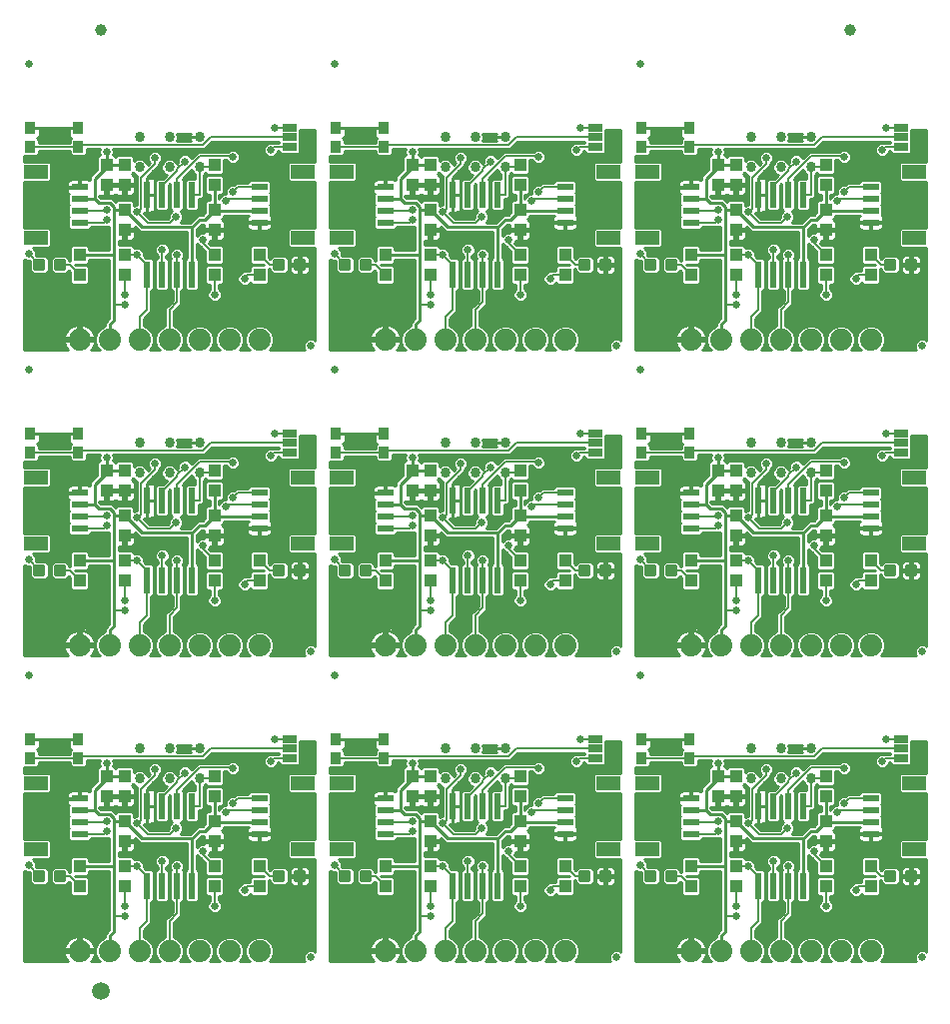
<source format=gtl>
G75*
%MOIN*%
%OFA0B0*%
%FSLAX25Y25*%
%IPPOS*%
%LPD*%
%AMOC8*
5,1,8,0,0,1.08239X$1,22.5*
%
%ADD10R,0.03937X0.04331*%
%ADD11C,0.03400*%
%ADD12R,0.07874X0.04724*%
%ADD13R,0.05315X0.02362*%
%ADD14C,0.07400*%
%ADD15C,0.02500*%
%ADD16C,0.01181*%
%ADD17R,0.03543X0.03937*%
%ADD18R,0.05000X0.02500*%
%ADD19R,0.02400X0.08700*%
%ADD20C,0.03937*%
%ADD21C,0.05906*%
%ADD22C,0.01000*%
%ADD23C,0.02600*%
%ADD24C,0.00600*%
D10*
X0048750Y0055404D03*
X0048750Y0062096D03*
X0063750Y0062096D03*
X0063750Y0055404D03*
X0063750Y0070404D03*
X0063750Y0077096D03*
X0063750Y0085404D03*
X0057750Y0085404D03*
X0057750Y0092096D03*
X0063750Y0092096D03*
X0093750Y0092096D03*
X0093750Y0085404D03*
X0093750Y0077096D03*
X0093750Y0070404D03*
X0093750Y0062096D03*
X0093750Y0055404D03*
X0108750Y0055404D03*
X0108750Y0062096D03*
X0150750Y0062096D03*
X0150750Y0055404D03*
X0165750Y0055404D03*
X0165750Y0062096D03*
X0165750Y0070404D03*
X0165750Y0077096D03*
X0165750Y0085404D03*
X0165750Y0092096D03*
X0159750Y0092096D03*
X0159750Y0085404D03*
X0195750Y0085404D03*
X0195750Y0092096D03*
X0195750Y0077096D03*
X0195750Y0070404D03*
X0195750Y0062096D03*
X0195750Y0055404D03*
X0210750Y0055404D03*
X0210750Y0062096D03*
X0252750Y0062096D03*
X0252750Y0055404D03*
X0267750Y0055404D03*
X0267750Y0062096D03*
X0267750Y0070404D03*
X0267750Y0077096D03*
X0267750Y0085404D03*
X0261750Y0085404D03*
X0261750Y0092096D03*
X0267750Y0092096D03*
X0297750Y0092096D03*
X0297750Y0085404D03*
X0297750Y0077096D03*
X0297750Y0070404D03*
X0297750Y0062096D03*
X0297750Y0055404D03*
X0312750Y0055404D03*
X0312750Y0062096D03*
X0312750Y0157404D03*
X0312750Y0164096D03*
X0297750Y0164096D03*
X0297750Y0157404D03*
X0297750Y0172404D03*
X0297750Y0179096D03*
X0297750Y0187404D03*
X0297750Y0194096D03*
X0267750Y0194096D03*
X0261750Y0194096D03*
X0261750Y0187404D03*
X0267750Y0187404D03*
X0267750Y0179096D03*
X0267750Y0172404D03*
X0267750Y0164096D03*
X0267750Y0157404D03*
X0252750Y0157404D03*
X0252750Y0164096D03*
X0210750Y0164096D03*
X0210750Y0157404D03*
X0195750Y0157404D03*
X0195750Y0164096D03*
X0195750Y0172404D03*
X0195750Y0179096D03*
X0195750Y0187404D03*
X0195750Y0194096D03*
X0165750Y0194096D03*
X0159750Y0194096D03*
X0159750Y0187404D03*
X0165750Y0187404D03*
X0165750Y0179096D03*
X0165750Y0172404D03*
X0165750Y0164096D03*
X0165750Y0157404D03*
X0150750Y0157404D03*
X0150750Y0164096D03*
X0108750Y0164096D03*
X0108750Y0157404D03*
X0093750Y0157404D03*
X0093750Y0164096D03*
X0093750Y0172404D03*
X0093750Y0179096D03*
X0093750Y0187404D03*
X0093750Y0194096D03*
X0063750Y0194096D03*
X0057750Y0194096D03*
X0057750Y0187404D03*
X0063750Y0187404D03*
X0063750Y0179096D03*
X0063750Y0172404D03*
X0063750Y0164096D03*
X0063750Y0157404D03*
X0048750Y0157404D03*
X0048750Y0164096D03*
X0048750Y0259404D03*
X0048750Y0266096D03*
X0063750Y0266096D03*
X0063750Y0259404D03*
X0063750Y0274404D03*
X0063750Y0281096D03*
X0063750Y0289404D03*
X0057750Y0289404D03*
X0057750Y0296096D03*
X0063750Y0296096D03*
X0093750Y0296096D03*
X0093750Y0289404D03*
X0093750Y0281096D03*
X0093750Y0274404D03*
X0093750Y0266096D03*
X0093750Y0259404D03*
X0108750Y0259404D03*
X0108750Y0266096D03*
X0150750Y0266096D03*
X0150750Y0259404D03*
X0165750Y0259404D03*
X0165750Y0266096D03*
X0165750Y0274404D03*
X0165750Y0281096D03*
X0165750Y0289404D03*
X0165750Y0296096D03*
X0159750Y0296096D03*
X0159750Y0289404D03*
X0195750Y0289404D03*
X0195750Y0296096D03*
X0195750Y0281096D03*
X0195750Y0274404D03*
X0195750Y0266096D03*
X0195750Y0259404D03*
X0210750Y0259404D03*
X0210750Y0266096D03*
X0252750Y0266096D03*
X0252750Y0259404D03*
X0267750Y0259404D03*
X0267750Y0266096D03*
X0267750Y0274404D03*
X0267750Y0281096D03*
X0267750Y0289404D03*
X0261750Y0289404D03*
X0261750Y0296096D03*
X0267750Y0296096D03*
X0297750Y0296096D03*
X0297750Y0289404D03*
X0297750Y0281096D03*
X0297750Y0274404D03*
X0297750Y0266096D03*
X0297750Y0259404D03*
X0312750Y0259404D03*
X0312750Y0266096D03*
D11*
X0292750Y0295250D03*
X0292750Y0305250D03*
X0282750Y0305250D03*
X0272750Y0305250D03*
X0272750Y0295250D03*
X0282750Y0295250D03*
X0190750Y0295250D03*
X0180750Y0295250D03*
X0170750Y0295250D03*
X0170750Y0305250D03*
X0180750Y0305250D03*
X0190750Y0305250D03*
X0088750Y0305250D03*
X0078750Y0305250D03*
X0078750Y0295250D03*
X0088750Y0295250D03*
X0068750Y0295250D03*
X0068750Y0305250D03*
X0068750Y0203250D03*
X0068750Y0193250D03*
X0078750Y0193250D03*
X0078750Y0203250D03*
X0088750Y0203250D03*
X0088750Y0193250D03*
X0170750Y0193250D03*
X0170750Y0203250D03*
X0180750Y0203250D03*
X0180750Y0193250D03*
X0190750Y0193250D03*
X0190750Y0203250D03*
X0272750Y0203250D03*
X0272750Y0193250D03*
X0282750Y0193250D03*
X0282750Y0203250D03*
X0292750Y0203250D03*
X0292750Y0193250D03*
X0292750Y0101250D03*
X0292750Y0091250D03*
X0282750Y0091250D03*
X0272750Y0091250D03*
X0272750Y0101250D03*
X0282750Y0101250D03*
X0190750Y0101250D03*
X0180750Y0101250D03*
X0170750Y0101250D03*
X0170750Y0091250D03*
X0180750Y0091250D03*
X0190750Y0091250D03*
X0088750Y0091250D03*
X0078750Y0091250D03*
X0078750Y0101250D03*
X0088750Y0101250D03*
X0068750Y0101250D03*
X0068750Y0091250D03*
D12*
X0034281Y0089774D03*
X0034281Y0067726D03*
X0123219Y0067726D03*
X0136281Y0067726D03*
X0136281Y0089774D03*
X0123219Y0089774D03*
X0123219Y0169726D03*
X0136281Y0169726D03*
X0136281Y0191774D03*
X0123219Y0191774D03*
X0123219Y0271726D03*
X0136281Y0271726D03*
X0136281Y0293774D03*
X0123219Y0293774D03*
X0034281Y0293774D03*
X0034281Y0271726D03*
X0034281Y0191774D03*
X0034281Y0169726D03*
X0225219Y0169726D03*
X0238281Y0169726D03*
X0238281Y0191774D03*
X0225219Y0191774D03*
X0225219Y0271726D03*
X0238281Y0271726D03*
X0238281Y0293774D03*
X0225219Y0293774D03*
X0327219Y0293774D03*
X0327219Y0271726D03*
X0327219Y0191774D03*
X0327219Y0169726D03*
X0327219Y0089774D03*
X0327219Y0067726D03*
X0238281Y0067726D03*
X0225219Y0067726D03*
X0225219Y0089774D03*
X0238281Y0089774D03*
D13*
X0252750Y0084656D03*
X0252750Y0080719D03*
X0252750Y0076781D03*
X0252750Y0072844D03*
X0210750Y0072844D03*
X0210750Y0076781D03*
X0210750Y0080719D03*
X0210750Y0084656D03*
X0150750Y0084656D03*
X0150750Y0080719D03*
X0150750Y0076781D03*
X0150750Y0072844D03*
X0108750Y0072844D03*
X0108750Y0076781D03*
X0108750Y0080719D03*
X0108750Y0084656D03*
X0048750Y0084656D03*
X0048750Y0080719D03*
X0048750Y0076781D03*
X0048750Y0072844D03*
X0048750Y0174844D03*
X0048750Y0178781D03*
X0048750Y0182719D03*
X0048750Y0186656D03*
X0108750Y0186656D03*
X0108750Y0182719D03*
X0108750Y0178781D03*
X0108750Y0174844D03*
X0150750Y0174844D03*
X0150750Y0178781D03*
X0150750Y0182719D03*
X0150750Y0186656D03*
X0210750Y0186656D03*
X0210750Y0182719D03*
X0210750Y0178781D03*
X0210750Y0174844D03*
X0252750Y0174844D03*
X0252750Y0178781D03*
X0252750Y0182719D03*
X0252750Y0186656D03*
X0312750Y0186656D03*
X0312750Y0182719D03*
X0312750Y0178781D03*
X0312750Y0174844D03*
X0312750Y0084656D03*
X0312750Y0080719D03*
X0312750Y0076781D03*
X0312750Y0072844D03*
X0312750Y0276844D03*
X0312750Y0280781D03*
X0312750Y0284719D03*
X0312750Y0288656D03*
X0252750Y0288656D03*
X0252750Y0284719D03*
X0252750Y0280781D03*
X0252750Y0276844D03*
X0210750Y0276844D03*
X0210750Y0280781D03*
X0210750Y0284719D03*
X0210750Y0288656D03*
X0150750Y0288656D03*
X0150750Y0284719D03*
X0150750Y0280781D03*
X0150750Y0276844D03*
X0108750Y0276844D03*
X0108750Y0280781D03*
X0108750Y0284719D03*
X0108750Y0288656D03*
X0048750Y0288656D03*
X0048750Y0284719D03*
X0048750Y0280781D03*
X0048750Y0276844D03*
D14*
X0048750Y0237750D03*
X0058750Y0237750D03*
X0068750Y0237750D03*
X0078750Y0237750D03*
X0088750Y0237750D03*
X0098750Y0237750D03*
X0108750Y0237750D03*
X0150750Y0237750D03*
X0160750Y0237750D03*
X0170750Y0237750D03*
X0180750Y0237750D03*
X0190750Y0237750D03*
X0200750Y0237750D03*
X0210750Y0237750D03*
X0252750Y0237750D03*
X0262750Y0237750D03*
X0272750Y0237750D03*
X0282750Y0237750D03*
X0292750Y0237750D03*
X0302750Y0237750D03*
X0312750Y0237750D03*
X0312750Y0135750D03*
X0302750Y0135750D03*
X0292750Y0135750D03*
X0282750Y0135750D03*
X0272750Y0135750D03*
X0262750Y0135750D03*
X0252750Y0135750D03*
X0210750Y0135750D03*
X0200750Y0135750D03*
X0190750Y0135750D03*
X0180750Y0135750D03*
X0170750Y0135750D03*
X0160750Y0135750D03*
X0150750Y0135750D03*
X0108750Y0135750D03*
X0098750Y0135750D03*
X0088750Y0135750D03*
X0078750Y0135750D03*
X0068750Y0135750D03*
X0058750Y0135750D03*
X0048750Y0135750D03*
X0048750Y0033750D03*
X0058750Y0033750D03*
X0068750Y0033750D03*
X0078750Y0033750D03*
X0088750Y0033750D03*
X0098750Y0033750D03*
X0108750Y0033750D03*
X0150750Y0033750D03*
X0160750Y0033750D03*
X0170750Y0033750D03*
X0180750Y0033750D03*
X0190750Y0033750D03*
X0200750Y0033750D03*
X0210750Y0033750D03*
X0252750Y0033750D03*
X0262750Y0033750D03*
X0272750Y0033750D03*
X0282750Y0033750D03*
X0292750Y0033750D03*
X0302750Y0033750D03*
X0312750Y0033750D03*
D15*
X0329750Y0031750D03*
X0227750Y0031750D03*
X0235750Y0125750D03*
X0227750Y0133750D03*
X0133750Y0125750D03*
X0125750Y0133750D03*
X0031750Y0125750D03*
X0125750Y0031750D03*
X0329750Y0133750D03*
X0235750Y0227750D03*
X0227750Y0235750D03*
X0133750Y0227750D03*
X0125750Y0235750D03*
X0031750Y0227750D03*
X0031750Y0329750D03*
X0133750Y0329750D03*
X0235750Y0329750D03*
X0329750Y0235750D03*
D16*
X0324825Y0261372D02*
X0324825Y0264128D01*
X0327581Y0264128D01*
X0327581Y0261372D01*
X0324825Y0261372D01*
X0324825Y0262552D02*
X0327581Y0262552D01*
X0327581Y0263732D02*
X0324825Y0263732D01*
X0317919Y0264128D02*
X0317919Y0261372D01*
X0317919Y0264128D02*
X0320675Y0264128D01*
X0320675Y0261372D01*
X0317919Y0261372D01*
X0317919Y0262552D02*
X0320675Y0262552D01*
X0320675Y0263732D02*
X0317919Y0263732D01*
X0247581Y0264128D02*
X0247581Y0261372D01*
X0244825Y0261372D01*
X0244825Y0264128D01*
X0247581Y0264128D01*
X0247581Y0262552D02*
X0244825Y0262552D01*
X0244825Y0263732D02*
X0247581Y0263732D01*
X0240675Y0264128D02*
X0240675Y0261372D01*
X0237919Y0261372D01*
X0237919Y0264128D01*
X0240675Y0264128D01*
X0240675Y0262552D02*
X0237919Y0262552D01*
X0237919Y0263732D02*
X0240675Y0263732D01*
X0222825Y0264128D02*
X0222825Y0261372D01*
X0222825Y0264128D02*
X0225581Y0264128D01*
X0225581Y0261372D01*
X0222825Y0261372D01*
X0222825Y0262552D02*
X0225581Y0262552D01*
X0225581Y0263732D02*
X0222825Y0263732D01*
X0215919Y0264128D02*
X0215919Y0261372D01*
X0215919Y0264128D02*
X0218675Y0264128D01*
X0218675Y0261372D01*
X0215919Y0261372D01*
X0215919Y0262552D02*
X0218675Y0262552D01*
X0218675Y0263732D02*
X0215919Y0263732D01*
X0145581Y0264128D02*
X0145581Y0261372D01*
X0142825Y0261372D01*
X0142825Y0264128D01*
X0145581Y0264128D01*
X0145581Y0262552D02*
X0142825Y0262552D01*
X0142825Y0263732D02*
X0145581Y0263732D01*
X0138675Y0264128D02*
X0138675Y0261372D01*
X0135919Y0261372D01*
X0135919Y0264128D01*
X0138675Y0264128D01*
X0138675Y0262552D02*
X0135919Y0262552D01*
X0135919Y0263732D02*
X0138675Y0263732D01*
X0120825Y0264128D02*
X0120825Y0261372D01*
X0120825Y0264128D02*
X0123581Y0264128D01*
X0123581Y0261372D01*
X0120825Y0261372D01*
X0120825Y0262552D02*
X0123581Y0262552D01*
X0123581Y0263732D02*
X0120825Y0263732D01*
X0113919Y0264128D02*
X0113919Y0261372D01*
X0113919Y0264128D02*
X0116675Y0264128D01*
X0116675Y0261372D01*
X0113919Y0261372D01*
X0113919Y0262552D02*
X0116675Y0262552D01*
X0116675Y0263732D02*
X0113919Y0263732D01*
X0043581Y0264128D02*
X0043581Y0261372D01*
X0040825Y0261372D01*
X0040825Y0264128D01*
X0043581Y0264128D01*
X0043581Y0262552D02*
X0040825Y0262552D01*
X0040825Y0263732D02*
X0043581Y0263732D01*
X0036675Y0264128D02*
X0036675Y0261372D01*
X0033919Y0261372D01*
X0033919Y0264128D01*
X0036675Y0264128D01*
X0036675Y0262552D02*
X0033919Y0262552D01*
X0033919Y0263732D02*
X0036675Y0263732D01*
X0036675Y0162128D02*
X0036675Y0159372D01*
X0033919Y0159372D01*
X0033919Y0162128D01*
X0036675Y0162128D01*
X0036675Y0160552D02*
X0033919Y0160552D01*
X0033919Y0161732D02*
X0036675Y0161732D01*
X0043581Y0162128D02*
X0043581Y0159372D01*
X0040825Y0159372D01*
X0040825Y0162128D01*
X0043581Y0162128D01*
X0043581Y0160552D02*
X0040825Y0160552D01*
X0040825Y0161732D02*
X0043581Y0161732D01*
X0113919Y0162128D02*
X0113919Y0159372D01*
X0113919Y0162128D02*
X0116675Y0162128D01*
X0116675Y0159372D01*
X0113919Y0159372D01*
X0113919Y0160552D02*
X0116675Y0160552D01*
X0116675Y0161732D02*
X0113919Y0161732D01*
X0120825Y0162128D02*
X0120825Y0159372D01*
X0120825Y0162128D02*
X0123581Y0162128D01*
X0123581Y0159372D01*
X0120825Y0159372D01*
X0120825Y0160552D02*
X0123581Y0160552D01*
X0123581Y0161732D02*
X0120825Y0161732D01*
X0138675Y0162128D02*
X0138675Y0159372D01*
X0135919Y0159372D01*
X0135919Y0162128D01*
X0138675Y0162128D01*
X0138675Y0160552D02*
X0135919Y0160552D01*
X0135919Y0161732D02*
X0138675Y0161732D01*
X0145581Y0162128D02*
X0145581Y0159372D01*
X0142825Y0159372D01*
X0142825Y0162128D01*
X0145581Y0162128D01*
X0145581Y0160552D02*
X0142825Y0160552D01*
X0142825Y0161732D02*
X0145581Y0161732D01*
X0215919Y0162128D02*
X0215919Y0159372D01*
X0215919Y0162128D02*
X0218675Y0162128D01*
X0218675Y0159372D01*
X0215919Y0159372D01*
X0215919Y0160552D02*
X0218675Y0160552D01*
X0218675Y0161732D02*
X0215919Y0161732D01*
X0222825Y0162128D02*
X0222825Y0159372D01*
X0222825Y0162128D02*
X0225581Y0162128D01*
X0225581Y0159372D01*
X0222825Y0159372D01*
X0222825Y0160552D02*
X0225581Y0160552D01*
X0225581Y0161732D02*
X0222825Y0161732D01*
X0240675Y0162128D02*
X0240675Y0159372D01*
X0237919Y0159372D01*
X0237919Y0162128D01*
X0240675Y0162128D01*
X0240675Y0160552D02*
X0237919Y0160552D01*
X0237919Y0161732D02*
X0240675Y0161732D01*
X0247581Y0162128D02*
X0247581Y0159372D01*
X0244825Y0159372D01*
X0244825Y0162128D01*
X0247581Y0162128D01*
X0247581Y0160552D02*
X0244825Y0160552D01*
X0244825Y0161732D02*
X0247581Y0161732D01*
X0317919Y0162128D02*
X0317919Y0159372D01*
X0317919Y0162128D02*
X0320675Y0162128D01*
X0320675Y0159372D01*
X0317919Y0159372D01*
X0317919Y0160552D02*
X0320675Y0160552D01*
X0320675Y0161732D02*
X0317919Y0161732D01*
X0324825Y0162128D02*
X0324825Y0159372D01*
X0324825Y0162128D02*
X0327581Y0162128D01*
X0327581Y0159372D01*
X0324825Y0159372D01*
X0324825Y0160552D02*
X0327581Y0160552D01*
X0327581Y0161732D02*
X0324825Y0161732D01*
X0324825Y0060128D02*
X0324825Y0057372D01*
X0324825Y0060128D02*
X0327581Y0060128D01*
X0327581Y0057372D01*
X0324825Y0057372D01*
X0324825Y0058552D02*
X0327581Y0058552D01*
X0327581Y0059732D02*
X0324825Y0059732D01*
X0317919Y0060128D02*
X0317919Y0057372D01*
X0317919Y0060128D02*
X0320675Y0060128D01*
X0320675Y0057372D01*
X0317919Y0057372D01*
X0317919Y0058552D02*
X0320675Y0058552D01*
X0320675Y0059732D02*
X0317919Y0059732D01*
X0247581Y0060128D02*
X0247581Y0057372D01*
X0244825Y0057372D01*
X0244825Y0060128D01*
X0247581Y0060128D01*
X0247581Y0058552D02*
X0244825Y0058552D01*
X0244825Y0059732D02*
X0247581Y0059732D01*
X0240675Y0060128D02*
X0240675Y0057372D01*
X0237919Y0057372D01*
X0237919Y0060128D01*
X0240675Y0060128D01*
X0240675Y0058552D02*
X0237919Y0058552D01*
X0237919Y0059732D02*
X0240675Y0059732D01*
X0222825Y0060128D02*
X0222825Y0057372D01*
X0222825Y0060128D02*
X0225581Y0060128D01*
X0225581Y0057372D01*
X0222825Y0057372D01*
X0222825Y0058552D02*
X0225581Y0058552D01*
X0225581Y0059732D02*
X0222825Y0059732D01*
X0215919Y0060128D02*
X0215919Y0057372D01*
X0215919Y0060128D02*
X0218675Y0060128D01*
X0218675Y0057372D01*
X0215919Y0057372D01*
X0215919Y0058552D02*
X0218675Y0058552D01*
X0218675Y0059732D02*
X0215919Y0059732D01*
X0145581Y0060128D02*
X0145581Y0057372D01*
X0142825Y0057372D01*
X0142825Y0060128D01*
X0145581Y0060128D01*
X0145581Y0058552D02*
X0142825Y0058552D01*
X0142825Y0059732D02*
X0145581Y0059732D01*
X0138675Y0060128D02*
X0138675Y0057372D01*
X0135919Y0057372D01*
X0135919Y0060128D01*
X0138675Y0060128D01*
X0138675Y0058552D02*
X0135919Y0058552D01*
X0135919Y0059732D02*
X0138675Y0059732D01*
X0120825Y0060128D02*
X0120825Y0057372D01*
X0120825Y0060128D02*
X0123581Y0060128D01*
X0123581Y0057372D01*
X0120825Y0057372D01*
X0120825Y0058552D02*
X0123581Y0058552D01*
X0123581Y0059732D02*
X0120825Y0059732D01*
X0113919Y0060128D02*
X0113919Y0057372D01*
X0113919Y0060128D02*
X0116675Y0060128D01*
X0116675Y0057372D01*
X0113919Y0057372D01*
X0113919Y0058552D02*
X0116675Y0058552D01*
X0116675Y0059732D02*
X0113919Y0059732D01*
X0043581Y0060128D02*
X0043581Y0057372D01*
X0040825Y0057372D01*
X0040825Y0060128D01*
X0043581Y0060128D01*
X0043581Y0058552D02*
X0040825Y0058552D01*
X0040825Y0059732D02*
X0043581Y0059732D01*
X0036675Y0060128D02*
X0036675Y0057372D01*
X0033919Y0057372D01*
X0033919Y0060128D01*
X0036675Y0060128D01*
X0036675Y0058552D02*
X0033919Y0058552D01*
X0033919Y0059732D02*
X0036675Y0059732D01*
D17*
X0032179Y0098100D03*
X0032179Y0104400D03*
X0048321Y0104400D03*
X0048321Y0098100D03*
X0134179Y0098100D03*
X0134179Y0104400D03*
X0150321Y0104400D03*
X0150321Y0098100D03*
X0236179Y0098100D03*
X0236179Y0104400D03*
X0252321Y0104400D03*
X0252321Y0098100D03*
X0252321Y0200100D03*
X0252321Y0206400D03*
X0236179Y0206400D03*
X0236179Y0200100D03*
X0150321Y0200100D03*
X0150321Y0206400D03*
X0134179Y0206400D03*
X0134179Y0200100D03*
X0048321Y0200100D03*
X0048321Y0206400D03*
X0032179Y0206400D03*
X0032179Y0200100D03*
X0032179Y0302100D03*
X0032179Y0308400D03*
X0048321Y0308400D03*
X0048321Y0302100D03*
X0134179Y0302100D03*
X0134179Y0308400D03*
X0150321Y0308400D03*
X0150321Y0302100D03*
X0236179Y0302100D03*
X0236179Y0308400D03*
X0252321Y0308400D03*
X0252321Y0302100D03*
D18*
X0220750Y0302050D03*
X0220750Y0305250D03*
X0220750Y0308450D03*
X0118750Y0308450D03*
X0118750Y0305250D03*
X0118750Y0302050D03*
X0118750Y0206450D03*
X0118750Y0203250D03*
X0118750Y0200050D03*
X0118750Y0104450D03*
X0118750Y0101250D03*
X0118750Y0098050D03*
X0220750Y0098050D03*
X0220750Y0101250D03*
X0220750Y0104450D03*
X0220750Y0200050D03*
X0220750Y0203250D03*
X0220750Y0206450D03*
X0322750Y0206450D03*
X0322750Y0203250D03*
X0322750Y0200050D03*
X0322750Y0104450D03*
X0322750Y0101250D03*
X0322750Y0098050D03*
X0322750Y0302050D03*
X0322750Y0305250D03*
X0322750Y0308450D03*
D19*
X0290250Y0286050D03*
X0285250Y0286050D03*
X0280250Y0286050D03*
X0275250Y0286050D03*
X0275250Y0259550D03*
X0280250Y0259550D03*
X0285250Y0259550D03*
X0290250Y0259550D03*
X0290250Y0184050D03*
X0285250Y0184050D03*
X0280250Y0184050D03*
X0275250Y0184050D03*
X0275250Y0157550D03*
X0280250Y0157550D03*
X0285250Y0157550D03*
X0290250Y0157550D03*
X0290250Y0082050D03*
X0285250Y0082050D03*
X0280250Y0082050D03*
X0275250Y0082050D03*
X0275250Y0055550D03*
X0280250Y0055550D03*
X0285250Y0055550D03*
X0290250Y0055550D03*
X0188250Y0055550D03*
X0183250Y0055550D03*
X0178250Y0055550D03*
X0173250Y0055550D03*
X0173250Y0082050D03*
X0178250Y0082050D03*
X0183250Y0082050D03*
X0188250Y0082050D03*
X0188250Y0157550D03*
X0183250Y0157550D03*
X0178250Y0157550D03*
X0173250Y0157550D03*
X0173250Y0184050D03*
X0178250Y0184050D03*
X0183250Y0184050D03*
X0188250Y0184050D03*
X0188250Y0259550D03*
X0183250Y0259550D03*
X0178250Y0259550D03*
X0173250Y0259550D03*
X0173250Y0286050D03*
X0178250Y0286050D03*
X0183250Y0286050D03*
X0188250Y0286050D03*
X0086250Y0286050D03*
X0081250Y0286050D03*
X0076250Y0286050D03*
X0071250Y0286050D03*
X0071250Y0259550D03*
X0076250Y0259550D03*
X0081250Y0259550D03*
X0086250Y0259550D03*
X0086250Y0184050D03*
X0081250Y0184050D03*
X0076250Y0184050D03*
X0071250Y0184050D03*
X0071250Y0157550D03*
X0076250Y0157550D03*
X0081250Y0157550D03*
X0086250Y0157550D03*
X0086250Y0082050D03*
X0081250Y0082050D03*
X0076250Y0082050D03*
X0071250Y0082050D03*
X0071250Y0055550D03*
X0076250Y0055550D03*
X0081250Y0055550D03*
X0086250Y0055550D03*
D20*
X0055750Y0341000D03*
X0305750Y0341000D03*
D21*
X0055750Y0020500D03*
D22*
X0030250Y0030250D02*
X0030250Y0060456D01*
X0030391Y0060315D01*
X0031273Y0059950D01*
X0032117Y0059950D01*
X0032229Y0059839D01*
X0032229Y0056672D01*
X0033219Y0055681D01*
X0037375Y0055681D01*
X0038366Y0056672D01*
X0038366Y0060828D01*
X0037375Y0061818D01*
X0034209Y0061818D01*
X0034150Y0061877D01*
X0034150Y0062827D01*
X0033785Y0063709D01*
X0033230Y0064264D01*
X0038674Y0064264D01*
X0039318Y0064909D01*
X0039318Y0070544D01*
X0038674Y0071189D01*
X0030250Y0071189D01*
X0030250Y0086311D01*
X0038674Y0086311D01*
X0039318Y0086956D01*
X0039318Y0092591D01*
X0038674Y0093236D01*
X0030250Y0093236D01*
X0030250Y0095032D01*
X0034406Y0095032D01*
X0035051Y0095676D01*
X0035051Y0096700D01*
X0045449Y0096700D01*
X0045449Y0095676D01*
X0046094Y0095032D01*
X0050548Y0095032D01*
X0051193Y0095676D01*
X0051193Y0097250D01*
X0055504Y0097250D01*
X0055350Y0096878D01*
X0055350Y0095923D01*
X0055582Y0095362D01*
X0055326Y0095362D01*
X0054681Y0094717D01*
X0054681Y0090694D01*
X0052150Y0088163D01*
X0052150Y0087140D01*
X0051986Y0087234D01*
X0051605Y0087337D01*
X0048841Y0087337D01*
X0048841Y0084746D01*
X0048659Y0084746D01*
X0048659Y0084565D01*
X0044593Y0084565D01*
X0044593Y0083277D01*
X0044695Y0082895D01*
X0044892Y0082553D01*
X0045041Y0082404D01*
X0044993Y0082355D01*
X0044993Y0079082D01*
X0045324Y0078750D01*
X0044993Y0078418D01*
X0044993Y0075145D01*
X0045324Y0074813D01*
X0044993Y0074481D01*
X0044993Y0071208D01*
X0045637Y0070563D01*
X0051863Y0070563D01*
X0052507Y0071208D01*
X0052507Y0071444D01*
X0057144Y0071444D01*
X0057373Y0071350D01*
X0058327Y0071350D01*
X0058650Y0071484D01*
X0058650Y0063696D01*
X0051818Y0063696D01*
X0051818Y0064717D01*
X0051174Y0065362D01*
X0046326Y0065362D01*
X0045681Y0064717D01*
X0045681Y0060150D01*
X0045271Y0060150D01*
X0045271Y0060828D01*
X0044281Y0061818D01*
X0040125Y0061818D01*
X0039134Y0060828D01*
X0039134Y0056672D01*
X0040125Y0055681D01*
X0044281Y0055681D01*
X0045271Y0056672D01*
X0045271Y0056902D01*
X0045681Y0056492D01*
X0045681Y0052783D01*
X0046326Y0052138D01*
X0051174Y0052138D01*
X0051818Y0052783D01*
X0051818Y0058025D01*
X0051174Y0058669D01*
X0047465Y0058669D01*
X0047302Y0058831D01*
X0051174Y0058831D01*
X0051818Y0059475D01*
X0051818Y0060496D01*
X0058650Y0060496D01*
X0058650Y0040913D01*
X0058087Y0040350D01*
X0057150Y0039413D01*
X0057150Y0038283D01*
X0056031Y0037819D01*
X0054681Y0036469D01*
X0053950Y0034705D01*
X0053950Y0032795D01*
X0054681Y0031031D01*
X0055462Y0030250D01*
X0052604Y0030250D01*
X0052716Y0030362D01*
X0053197Y0031025D01*
X0053569Y0031754D01*
X0053822Y0032532D01*
X0053936Y0033250D01*
X0049250Y0033250D01*
X0049250Y0034250D01*
X0048250Y0034250D01*
X0048250Y0038936D01*
X0047532Y0038822D01*
X0046754Y0038569D01*
X0046025Y0038197D01*
X0045362Y0037716D01*
X0044784Y0037138D01*
X0044303Y0036475D01*
X0043931Y0035746D01*
X0043678Y0034968D01*
X0043564Y0034250D01*
X0048250Y0034250D01*
X0048250Y0033250D01*
X0043564Y0033250D01*
X0043678Y0032532D01*
X0043931Y0031754D01*
X0044303Y0031025D01*
X0044784Y0030362D01*
X0044896Y0030250D01*
X0030250Y0030250D01*
X0030250Y0030747D02*
X0044504Y0030747D01*
X0043935Y0031746D02*
X0030250Y0031746D01*
X0030250Y0032744D02*
X0043645Y0032744D01*
X0043642Y0034741D02*
X0030250Y0034741D01*
X0030250Y0033743D02*
X0048250Y0033743D01*
X0048250Y0034741D02*
X0049250Y0034741D01*
X0049250Y0034250D02*
X0049250Y0038936D01*
X0049968Y0038822D01*
X0050746Y0038569D01*
X0051475Y0038197D01*
X0052138Y0037716D01*
X0052716Y0037138D01*
X0053197Y0036475D01*
X0053569Y0035746D01*
X0053822Y0034968D01*
X0053936Y0034250D01*
X0049250Y0034250D01*
X0049250Y0033743D02*
X0053950Y0033743D01*
X0053965Y0034741D02*
X0053858Y0034741D01*
X0053571Y0035740D02*
X0054379Y0035740D01*
X0054950Y0036738D02*
X0053007Y0036738D01*
X0052110Y0037737D02*
X0055948Y0037737D01*
X0057150Y0038735D02*
X0050235Y0038735D01*
X0049250Y0038735D02*
X0048250Y0038735D01*
X0047265Y0038735D02*
X0030250Y0038735D01*
X0030250Y0037737D02*
X0045390Y0037737D01*
X0044493Y0036738D02*
X0030250Y0036738D01*
X0030250Y0035740D02*
X0043929Y0035740D01*
X0048250Y0035740D02*
X0049250Y0035740D01*
X0049250Y0036738D02*
X0048250Y0036738D01*
X0048250Y0037737D02*
X0049250Y0037737D01*
X0053855Y0032744D02*
X0053971Y0032744D01*
X0053565Y0031746D02*
X0054385Y0031746D01*
X0054965Y0030747D02*
X0052996Y0030747D01*
X0058750Y0033750D02*
X0058750Y0038750D01*
X0060250Y0040250D01*
X0060250Y0045450D01*
X0060250Y0062096D01*
X0048750Y0062096D01*
X0045681Y0061701D02*
X0044399Y0061701D01*
X0045271Y0060702D02*
X0045681Y0060702D01*
X0045681Y0062699D02*
X0034150Y0062699D01*
X0033789Y0063698D02*
X0045681Y0063698D01*
X0045681Y0064696D02*
X0039106Y0064696D01*
X0039318Y0065695D02*
X0058650Y0065695D01*
X0058650Y0066693D02*
X0039318Y0066693D01*
X0039318Y0067692D02*
X0058650Y0067692D01*
X0058650Y0068690D02*
X0039318Y0068690D01*
X0039318Y0069689D02*
X0058650Y0069689D01*
X0058650Y0070687D02*
X0051987Y0070687D01*
X0051818Y0064696D02*
X0058650Y0064696D01*
X0058650Y0063698D02*
X0051818Y0063698D01*
X0051818Y0059704D02*
X0058650Y0059704D01*
X0058650Y0058705D02*
X0047428Y0058705D01*
X0045465Y0056708D02*
X0045271Y0056708D01*
X0045681Y0055710D02*
X0044309Y0055710D01*
X0045681Y0054711D02*
X0030250Y0054711D01*
X0030250Y0053713D02*
X0045681Y0053713D01*
X0045750Y0052714D02*
X0030250Y0052714D01*
X0030250Y0051716D02*
X0058650Y0051716D01*
X0058650Y0052714D02*
X0051750Y0052714D01*
X0051818Y0053713D02*
X0058650Y0053713D01*
X0058650Y0054711D02*
X0051818Y0054711D01*
X0051818Y0055710D02*
X0058650Y0055710D01*
X0058650Y0056708D02*
X0051818Y0056708D01*
X0051818Y0057707D02*
X0058650Y0057707D01*
X0060250Y0062096D02*
X0060250Y0077096D01*
X0060250Y0077944D01*
X0058844Y0079350D01*
X0055119Y0079350D01*
X0053750Y0080719D01*
X0053750Y0087500D01*
X0057750Y0091500D01*
X0057750Y0092096D01*
X0063750Y0092096D01*
X0066818Y0093278D02*
X0066818Y0094717D01*
X0066174Y0095362D01*
X0061326Y0095362D01*
X0060750Y0094786D01*
X0060174Y0095362D01*
X0059918Y0095362D01*
X0060150Y0095923D01*
X0060150Y0096878D01*
X0059996Y0097250D01*
X0090407Y0097250D01*
X0091227Y0098070D01*
X0093007Y0099850D01*
X0115150Y0099850D01*
X0115150Y0099450D01*
X0112073Y0099450D01*
X0111191Y0099085D01*
X0110515Y0098409D01*
X0110150Y0097527D01*
X0110150Y0096573D01*
X0110515Y0095691D01*
X0111191Y0095015D01*
X0112073Y0094650D01*
X0113027Y0094650D01*
X0113909Y0095015D01*
X0114585Y0095691D01*
X0114950Y0096573D01*
X0114950Y0096650D01*
X0115150Y0096650D01*
X0115150Y0096344D01*
X0115794Y0095700D01*
X0121706Y0095700D01*
X0122350Y0096344D01*
X0122350Y0103750D01*
X0127250Y0103750D01*
X0127250Y0093236D01*
X0118826Y0093236D01*
X0118181Y0092591D01*
X0118181Y0086956D01*
X0118826Y0086311D01*
X0127250Y0086311D01*
X0127250Y0071189D01*
X0118826Y0071189D01*
X0118181Y0070544D01*
X0118181Y0064909D01*
X0118826Y0064264D01*
X0127250Y0064264D01*
X0127250Y0033573D01*
X0126723Y0034100D01*
X0124777Y0034100D01*
X0123400Y0032723D01*
X0123400Y0030777D01*
X0123927Y0030250D01*
X0112038Y0030250D01*
X0112819Y0031031D01*
X0113550Y0032795D01*
X0113550Y0034705D01*
X0112819Y0036469D01*
X0111469Y0037819D01*
X0109705Y0038550D01*
X0107795Y0038550D01*
X0106031Y0037819D01*
X0104681Y0036469D01*
X0103950Y0034705D01*
X0103950Y0032795D01*
X0104681Y0031031D01*
X0105462Y0030250D01*
X0102038Y0030250D01*
X0102819Y0031031D01*
X0103550Y0032795D01*
X0103550Y0034705D01*
X0102819Y0036469D01*
X0101469Y0037819D01*
X0099705Y0038550D01*
X0097795Y0038550D01*
X0096031Y0037819D01*
X0094681Y0036469D01*
X0093950Y0034705D01*
X0093950Y0032795D01*
X0094681Y0031031D01*
X0095462Y0030250D01*
X0092038Y0030250D01*
X0092819Y0031031D01*
X0093550Y0032795D01*
X0093550Y0034705D01*
X0092819Y0036469D01*
X0091469Y0037819D01*
X0089705Y0038550D01*
X0087795Y0038550D01*
X0086031Y0037819D01*
X0084681Y0036469D01*
X0083950Y0034705D01*
X0083950Y0032795D01*
X0084681Y0031031D01*
X0085462Y0030250D01*
X0082038Y0030250D01*
X0082819Y0031031D01*
X0083550Y0032795D01*
X0083550Y0034705D01*
X0082819Y0036469D01*
X0081469Y0037819D01*
X0080150Y0038366D01*
X0080150Y0043170D01*
X0082650Y0045670D01*
X0082650Y0050100D01*
X0082906Y0050100D01*
X0083550Y0050744D01*
X0083550Y0060356D01*
X0083250Y0060656D01*
X0083285Y0060691D01*
X0083650Y0061573D01*
X0083650Y0062527D01*
X0083285Y0063409D01*
X0082609Y0064085D01*
X0081727Y0064450D01*
X0080773Y0064450D01*
X0079891Y0064085D01*
X0079215Y0063409D01*
X0078850Y0062527D01*
X0078850Y0061573D01*
X0079215Y0060691D01*
X0079250Y0060656D01*
X0078950Y0060356D01*
X0078950Y0050744D01*
X0079594Y0050100D01*
X0079850Y0050100D01*
X0079850Y0046830D01*
X0078170Y0045150D01*
X0077350Y0044330D01*
X0077350Y0038366D01*
X0076031Y0037819D01*
X0074681Y0036469D01*
X0073950Y0034705D01*
X0073950Y0032795D01*
X0074681Y0031031D01*
X0075462Y0030250D01*
X0072038Y0030250D01*
X0072819Y0031031D01*
X0073550Y0032795D01*
X0073550Y0034705D01*
X0072819Y0036469D01*
X0071469Y0037819D01*
X0070150Y0038366D01*
X0070150Y0040670D01*
X0071830Y0042350D01*
X0072650Y0043170D01*
X0072650Y0050100D01*
X0072906Y0050100D01*
X0073550Y0050744D01*
X0073550Y0060356D01*
X0072906Y0061000D01*
X0070980Y0061000D01*
X0070304Y0061676D01*
X0070304Y0062574D01*
X0069938Y0063456D01*
X0069263Y0064131D01*
X0068381Y0064496D01*
X0067426Y0064496D01*
X0066818Y0064245D01*
X0066818Y0064717D01*
X0066174Y0065362D01*
X0061850Y0065362D01*
X0061850Y0066738D01*
X0063266Y0066738D01*
X0063266Y0069919D01*
X0064234Y0069919D01*
X0064234Y0066738D01*
X0065916Y0066738D01*
X0066297Y0066840D01*
X0066640Y0067038D01*
X0066919Y0067317D01*
X0067116Y0067659D01*
X0067218Y0068041D01*
X0067218Y0069919D01*
X0064234Y0069919D01*
X0064234Y0070888D01*
X0067218Y0070888D01*
X0067218Y0071365D01*
X0067996Y0070587D01*
X0068934Y0069650D01*
X0084650Y0069650D01*
X0084650Y0061000D01*
X0084594Y0061000D01*
X0083950Y0060356D01*
X0083950Y0050744D01*
X0084594Y0050100D01*
X0087906Y0050100D01*
X0088550Y0050744D01*
X0088550Y0060356D01*
X0087906Y0061000D01*
X0087850Y0061000D01*
X0087850Y0065656D01*
X0088491Y0065015D01*
X0089106Y0064760D01*
X0089270Y0064596D01*
X0090681Y0063185D01*
X0090681Y0059475D01*
X0091326Y0058831D01*
X0096174Y0058831D01*
X0096818Y0059475D01*
X0096818Y0064717D01*
X0096174Y0065362D01*
X0092465Y0065362D01*
X0091958Y0065868D01*
X0092250Y0066573D01*
X0092250Y0066738D01*
X0093266Y0066738D01*
X0093266Y0069919D01*
X0094234Y0069919D01*
X0094234Y0066738D01*
X0095916Y0066738D01*
X0096297Y0066840D01*
X0096640Y0067038D01*
X0096919Y0067317D01*
X0097116Y0067659D01*
X0097218Y0068041D01*
X0097218Y0069919D01*
X0094234Y0069919D01*
X0094234Y0070888D01*
X0097218Y0070888D01*
X0097218Y0072766D01*
X0097116Y0073148D01*
X0096919Y0073490D01*
X0096640Y0073769D01*
X0096305Y0073962D01*
X0096818Y0074475D01*
X0096818Y0075181D01*
X0104993Y0075181D01*
X0104993Y0075145D01*
X0105041Y0075096D01*
X0104892Y0074947D01*
X0104695Y0074605D01*
X0104593Y0074223D01*
X0104593Y0072935D01*
X0108659Y0072935D01*
X0108659Y0072754D01*
X0104593Y0072754D01*
X0104593Y0071466D01*
X0104695Y0071084D01*
X0104892Y0070742D01*
X0105171Y0070463D01*
X0105514Y0070266D01*
X0105895Y0070163D01*
X0108659Y0070163D01*
X0108659Y0072754D01*
X0108841Y0072754D01*
X0108841Y0072935D01*
X0112907Y0072935D01*
X0112907Y0074223D01*
X0112805Y0074605D01*
X0112608Y0074947D01*
X0112459Y0075096D01*
X0112507Y0075145D01*
X0112507Y0078418D01*
X0112176Y0078750D01*
X0112507Y0079082D01*
X0112507Y0082355D01*
X0112176Y0082687D01*
X0112507Y0083019D01*
X0112507Y0086292D01*
X0111863Y0086937D01*
X0105637Y0086937D01*
X0104993Y0086292D01*
X0104993Y0086055D01*
X0100907Y0086055D01*
X0100302Y0085450D01*
X0099404Y0085450D01*
X0098522Y0085085D01*
X0097847Y0084409D01*
X0097481Y0083527D01*
X0097481Y0082573D01*
X0097533Y0082449D01*
X0097141Y0082449D01*
X0096259Y0082083D01*
X0095584Y0081408D01*
X0095350Y0080844D01*
X0095350Y0082138D01*
X0096174Y0082138D01*
X0096818Y0082783D01*
X0096818Y0088025D01*
X0096174Y0088669D01*
X0091326Y0088669D01*
X0090681Y0088025D01*
X0090681Y0082783D01*
X0091326Y0082138D01*
X0092150Y0082138D01*
X0092150Y0080362D01*
X0091326Y0080362D01*
X0090681Y0079717D01*
X0090681Y0076291D01*
X0089822Y0075431D01*
X0088168Y0075431D01*
X0087231Y0074494D01*
X0085587Y0072850D01*
X0082394Y0072850D01*
X0082985Y0073441D01*
X0083350Y0074323D01*
X0083350Y0075277D01*
X0082985Y0076159D01*
X0082544Y0076600D01*
X0082906Y0076600D01*
X0083550Y0077244D01*
X0083550Y0086856D01*
X0083104Y0087301D01*
X0086110Y0090307D01*
X0086376Y0089664D01*
X0087164Y0088876D01*
X0087350Y0088799D01*
X0087350Y0087500D01*
X0084594Y0087500D01*
X0083950Y0086856D01*
X0083950Y0077244D01*
X0084594Y0076600D01*
X0087906Y0076600D01*
X0088550Y0077244D01*
X0088550Y0080650D01*
X0089330Y0080650D01*
X0090150Y0081470D01*
X0090150Y0088799D01*
X0090336Y0088876D01*
X0090808Y0089349D01*
X0091326Y0088831D01*
X0096174Y0088831D01*
X0096818Y0089475D01*
X0096818Y0093762D01*
X0097520Y0093762D01*
X0097715Y0093291D01*
X0098391Y0092615D01*
X0099273Y0092250D01*
X0100227Y0092250D01*
X0101109Y0092615D01*
X0101785Y0093291D01*
X0102150Y0094173D01*
X0102150Y0095127D01*
X0101785Y0096009D01*
X0101109Y0096685D01*
X0100227Y0097050D01*
X0099273Y0097050D01*
X0098391Y0096685D01*
X0098268Y0096562D01*
X0088405Y0096562D01*
X0087585Y0095742D01*
X0086118Y0094275D01*
X0085985Y0094598D01*
X0085309Y0095273D01*
X0084427Y0095638D01*
X0083473Y0095638D01*
X0082591Y0095273D01*
X0081915Y0094598D01*
X0081550Y0093716D01*
X0081550Y0092818D01*
X0081254Y0092522D01*
X0081124Y0092836D01*
X0080336Y0093624D01*
X0079307Y0094050D01*
X0078193Y0094050D01*
X0077164Y0093624D01*
X0076376Y0092836D01*
X0075950Y0091807D01*
X0075950Y0090693D01*
X0076376Y0089664D01*
X0077164Y0088876D01*
X0077807Y0088610D01*
X0076697Y0087500D01*
X0074594Y0087500D01*
X0073950Y0086856D01*
X0073950Y0077244D01*
X0074594Y0076600D01*
X0077906Y0076600D01*
X0078550Y0077244D01*
X0078550Y0085393D01*
X0078950Y0085793D01*
X0078950Y0077244D01*
X0079475Y0076719D01*
X0078915Y0076159D01*
X0078550Y0075277D01*
X0078550Y0074380D01*
X0078320Y0074150D01*
X0072070Y0074150D01*
X0070320Y0075900D01*
X0070320Y0076200D01*
X0071150Y0076200D01*
X0071150Y0081950D01*
X0071350Y0081950D01*
X0071350Y0082150D01*
X0071150Y0082150D01*
X0071150Y0087781D01*
X0075250Y0091881D01*
X0075250Y0092356D01*
X0075885Y0092991D01*
X0076250Y0093873D01*
X0076250Y0094827D01*
X0075885Y0095709D01*
X0075209Y0096385D01*
X0074327Y0096750D01*
X0073373Y0096750D01*
X0072491Y0096385D01*
X0071815Y0095709D01*
X0071450Y0094827D01*
X0071450Y0093873D01*
X0071815Y0092991D01*
X0072107Y0092699D01*
X0071452Y0092043D01*
X0071124Y0092836D01*
X0070336Y0093624D01*
X0069307Y0094050D01*
X0068193Y0094050D01*
X0067164Y0093624D01*
X0066818Y0093278D01*
X0066818Y0093653D02*
X0067235Y0093653D01*
X0066818Y0094652D02*
X0071450Y0094652D01*
X0071541Y0093653D02*
X0070265Y0093653D01*
X0071199Y0092655D02*
X0072064Y0092655D01*
X0074026Y0090658D02*
X0075965Y0090658D01*
X0075950Y0091656D02*
X0075025Y0091656D01*
X0075549Y0092655D02*
X0076301Y0092655D01*
X0076159Y0093653D02*
X0077235Y0093653D01*
X0076250Y0094652D02*
X0081969Y0094652D01*
X0081550Y0093653D02*
X0080265Y0093653D01*
X0081199Y0092655D02*
X0081387Y0092655D01*
X0085931Y0094652D02*
X0086495Y0094652D01*
X0087493Y0095650D02*
X0075909Y0095650D01*
X0074572Y0096649D02*
X0098355Y0096649D01*
X0101145Y0096649D02*
X0110150Y0096649D01*
X0110200Y0097647D02*
X0090804Y0097647D01*
X0091803Y0098646D02*
X0110752Y0098646D01*
X0110556Y0095650D02*
X0101933Y0095650D01*
X0102150Y0094652D02*
X0112068Y0094652D01*
X0113032Y0094652D02*
X0127250Y0094652D01*
X0127250Y0095650D02*
X0114544Y0095650D01*
X0114950Y0096649D02*
X0115150Y0096649D01*
X0115150Y0099644D02*
X0092801Y0099644D01*
X0088750Y0101250D02*
X0085550Y0101250D01*
X0088750Y0101250D01*
X0088750Y0101250D01*
X0085550Y0101250D02*
X0085550Y0100935D01*
X0085673Y0100317D01*
X0085783Y0100050D01*
X0081284Y0100050D01*
X0081550Y0100693D01*
X0081550Y0101807D01*
X0081279Y0102461D01*
X0085788Y0102461D01*
X0085673Y0102183D01*
X0085550Y0101565D01*
X0085550Y0101250D01*
X0085565Y0101641D02*
X0081550Y0101641D01*
X0081529Y0100643D02*
X0085608Y0100643D01*
X0085462Y0089659D02*
X0086381Y0089659D01*
X0087350Y0088661D02*
X0084464Y0088661D01*
X0083465Y0087662D02*
X0087350Y0087662D01*
X0090150Y0087662D02*
X0090681Y0087662D01*
X0090681Y0086664D02*
X0090150Y0086664D01*
X0090150Y0085665D02*
X0090681Y0085665D01*
X0090681Y0084667D02*
X0090150Y0084667D01*
X0090150Y0083668D02*
X0090681Y0083668D01*
X0090794Y0082670D02*
X0090150Y0082670D01*
X0090150Y0081671D02*
X0092150Y0081671D01*
X0092150Y0080673D02*
X0089352Y0080673D01*
X0088550Y0079674D02*
X0090681Y0079674D01*
X0090681Y0078676D02*
X0088550Y0078676D01*
X0088550Y0077677D02*
X0090681Y0077677D01*
X0090681Y0076679D02*
X0087984Y0076679D01*
X0087419Y0074682D02*
X0083350Y0074682D01*
X0083183Y0075680D02*
X0090071Y0075680D01*
X0090485Y0073831D02*
X0093750Y0077096D01*
X0093750Y0085404D01*
X0096818Y0085665D02*
X0100517Y0085665D01*
X0098104Y0084667D02*
X0096818Y0084667D01*
X0096818Y0083668D02*
X0097540Y0083668D01*
X0097481Y0082670D02*
X0096706Y0082670D01*
X0095847Y0081671D02*
X0095350Y0081671D01*
X0093750Y0077096D02*
X0094065Y0076781D01*
X0108750Y0076781D01*
X0112507Y0076679D02*
X0127250Y0076679D01*
X0127250Y0077677D02*
X0112507Y0077677D01*
X0112250Y0078676D02*
X0127250Y0078676D01*
X0127250Y0079674D02*
X0112507Y0079674D01*
X0112507Y0080673D02*
X0127250Y0080673D01*
X0127250Y0081671D02*
X0112507Y0081671D01*
X0112193Y0082670D02*
X0127250Y0082670D01*
X0127250Y0083668D02*
X0112507Y0083668D01*
X0112507Y0084667D02*
X0127250Y0084667D01*
X0127250Y0085665D02*
X0112507Y0085665D01*
X0112136Y0086664D02*
X0118474Y0086664D01*
X0118181Y0087662D02*
X0096818Y0087662D01*
X0096818Y0086664D02*
X0105364Y0086664D01*
X0101149Y0092655D02*
X0118245Y0092655D01*
X0118181Y0091656D02*
X0096818Y0091656D01*
X0096818Y0090658D02*
X0118181Y0090658D01*
X0118181Y0089659D02*
X0096818Y0089659D01*
X0096182Y0088661D02*
X0118181Y0088661D01*
X0122350Y0096649D02*
X0127250Y0096649D01*
X0127250Y0097647D02*
X0122350Y0097647D01*
X0122350Y0098646D02*
X0127250Y0098646D01*
X0127250Y0099644D02*
X0122350Y0099644D01*
X0122350Y0100643D02*
X0127250Y0100643D01*
X0127250Y0101641D02*
X0122350Y0101641D01*
X0122350Y0102640D02*
X0127250Y0102640D01*
X0127250Y0103638D02*
X0122350Y0103638D01*
X0127250Y0093653D02*
X0101935Y0093653D01*
X0098351Y0092655D02*
X0096818Y0092655D01*
X0096818Y0093653D02*
X0097565Y0093653D01*
X0091318Y0088661D02*
X0090150Y0088661D01*
X0083950Y0086664D02*
X0083550Y0086664D01*
X0083550Y0085665D02*
X0083950Y0085665D01*
X0083950Y0084667D02*
X0083550Y0084667D01*
X0083550Y0083668D02*
X0083950Y0083668D01*
X0083950Y0082670D02*
X0083550Y0082670D01*
X0083550Y0081671D02*
X0083950Y0081671D01*
X0083950Y0080673D02*
X0083550Y0080673D01*
X0083550Y0079674D02*
X0083950Y0079674D01*
X0083950Y0078676D02*
X0083550Y0078676D01*
X0083550Y0077677D02*
X0083950Y0077677D01*
X0084516Y0076679D02*
X0082984Y0076679D01*
X0083085Y0073683D02*
X0086420Y0073683D01*
X0088831Y0073831D02*
X0086250Y0071250D01*
X0086250Y0055550D01*
X0088550Y0055710D02*
X0090681Y0055710D01*
X0090681Y0056708D02*
X0088550Y0056708D01*
X0088550Y0057707D02*
X0090681Y0057707D01*
X0090681Y0058025D02*
X0090681Y0052783D01*
X0091326Y0052138D01*
X0092350Y0052138D01*
X0092350Y0050744D01*
X0091715Y0050109D01*
X0091350Y0049227D01*
X0091350Y0048273D01*
X0091715Y0047391D01*
X0092391Y0046715D01*
X0093273Y0046350D01*
X0094227Y0046350D01*
X0095109Y0046715D01*
X0095785Y0047391D01*
X0096150Y0048273D01*
X0096150Y0049227D01*
X0095785Y0050109D01*
X0095150Y0050744D01*
X0095150Y0052138D01*
X0096174Y0052138D01*
X0096818Y0052783D01*
X0096818Y0058025D01*
X0096174Y0058669D01*
X0091326Y0058669D01*
X0090681Y0058025D01*
X0090681Y0059704D02*
X0088550Y0059704D01*
X0088550Y0058705D02*
X0110161Y0058705D01*
X0110198Y0058669D02*
X0106326Y0058669D01*
X0105681Y0058025D01*
X0105681Y0056804D01*
X0104372Y0056804D01*
X0104170Y0056601D01*
X0103273Y0056601D01*
X0102391Y0056236D01*
X0101715Y0055561D01*
X0101350Y0054679D01*
X0101350Y0053724D01*
X0101715Y0052842D01*
X0102391Y0052167D01*
X0103273Y0051801D01*
X0104227Y0051801D01*
X0105109Y0052167D01*
X0105703Y0052761D01*
X0106326Y0052138D01*
X0111174Y0052138D01*
X0111818Y0052783D01*
X0111818Y0057350D01*
X0112229Y0057350D01*
X0112229Y0056672D01*
X0113219Y0055681D01*
X0117375Y0055681D01*
X0118366Y0056672D01*
X0118366Y0060828D01*
X0117375Y0061818D01*
X0113219Y0061818D01*
X0112229Y0060828D01*
X0112229Y0060598D01*
X0111818Y0061008D01*
X0111818Y0064717D01*
X0111174Y0065362D01*
X0106326Y0065362D01*
X0105681Y0064717D01*
X0105681Y0059475D01*
X0106326Y0058831D01*
X0110035Y0058831D01*
X0110198Y0058669D01*
X0111818Y0056708D02*
X0112229Y0056708D01*
X0111818Y0055710D02*
X0113191Y0055710D01*
X0111818Y0054711D02*
X0127250Y0054711D01*
X0127250Y0053713D02*
X0111818Y0053713D01*
X0111750Y0052714D02*
X0127250Y0052714D01*
X0127250Y0051716D02*
X0095150Y0051716D01*
X0095177Y0050717D02*
X0127250Y0050717D01*
X0127250Y0049719D02*
X0095946Y0049719D01*
X0096150Y0048720D02*
X0127250Y0048720D01*
X0127250Y0047722D02*
X0095922Y0047722D01*
X0095117Y0046723D02*
X0127250Y0046723D01*
X0127250Y0045725D02*
X0082650Y0045725D01*
X0082650Y0046723D02*
X0092383Y0046723D01*
X0091578Y0047722D02*
X0082650Y0047722D01*
X0082650Y0048720D02*
X0091350Y0048720D01*
X0091554Y0049719D02*
X0082650Y0049719D01*
X0083523Y0050717D02*
X0083977Y0050717D01*
X0083950Y0051716D02*
X0083550Y0051716D01*
X0083550Y0052714D02*
X0083950Y0052714D01*
X0083950Y0053713D02*
X0083550Y0053713D01*
X0083550Y0054711D02*
X0083950Y0054711D01*
X0083950Y0055710D02*
X0083550Y0055710D01*
X0083550Y0056708D02*
X0083950Y0056708D01*
X0083950Y0057707D02*
X0083550Y0057707D01*
X0083550Y0058705D02*
X0083950Y0058705D01*
X0083950Y0059704D02*
X0083550Y0059704D01*
X0083290Y0060702D02*
X0084297Y0060702D01*
X0084650Y0061701D02*
X0083650Y0061701D01*
X0083579Y0062699D02*
X0084650Y0062699D01*
X0084650Y0063698D02*
X0082996Y0063698D01*
X0084650Y0064696D02*
X0078556Y0064696D01*
X0078385Y0065109D02*
X0078750Y0064227D01*
X0078750Y0063273D01*
X0078385Y0062391D01*
X0077709Y0061715D01*
X0077650Y0061691D01*
X0077650Y0061000D01*
X0077906Y0061000D01*
X0078550Y0060356D01*
X0078550Y0050744D01*
X0077906Y0050100D01*
X0074594Y0050100D01*
X0073950Y0050744D01*
X0073950Y0060356D01*
X0074594Y0061000D01*
X0074850Y0061000D01*
X0074850Y0061856D01*
X0074315Y0062391D01*
X0073950Y0063273D01*
X0073950Y0064227D01*
X0074315Y0065109D01*
X0074991Y0065785D01*
X0075873Y0066150D01*
X0076827Y0066150D01*
X0077709Y0065785D01*
X0078385Y0065109D01*
X0077799Y0065695D02*
X0084650Y0065695D01*
X0084650Y0066693D02*
X0061850Y0066693D01*
X0061850Y0065695D02*
X0074901Y0065695D01*
X0074144Y0064696D02*
X0066818Y0064696D01*
X0067125Y0067692D02*
X0084650Y0067692D01*
X0084650Y0068690D02*
X0067218Y0068690D01*
X0067218Y0069689D02*
X0068895Y0069689D01*
X0067896Y0070687D02*
X0064234Y0070687D01*
X0064234Y0069689D02*
X0063266Y0069689D01*
X0063266Y0068690D02*
X0064234Y0068690D01*
X0064234Y0067692D02*
X0063266Y0067692D01*
X0069596Y0071250D02*
X0086250Y0071250D01*
X0087850Y0070587D02*
X0087850Y0068444D01*
X0088491Y0069085D01*
X0089373Y0069450D01*
X0090281Y0069450D01*
X0090281Y0069919D01*
X0093266Y0069919D01*
X0093266Y0070888D01*
X0090281Y0070888D01*
X0090281Y0072231D01*
X0089494Y0072231D01*
X0087850Y0070587D01*
X0087950Y0070687D02*
X0093266Y0070687D01*
X0094234Y0070687D02*
X0104947Y0070687D01*
X0104593Y0071686D02*
X0097218Y0071686D01*
X0097218Y0072684D02*
X0104593Y0072684D01*
X0104593Y0073683D02*
X0096726Y0073683D01*
X0096818Y0074682D02*
X0104739Y0074682D01*
X0108659Y0072684D02*
X0108841Y0072684D01*
X0108841Y0072754D02*
X0108841Y0070163D01*
X0111605Y0070163D01*
X0111986Y0070266D01*
X0112328Y0070463D01*
X0112608Y0070742D01*
X0112805Y0071084D01*
X0112907Y0071466D01*
X0112907Y0072754D01*
X0108841Y0072754D01*
X0108841Y0071686D02*
X0108659Y0071686D01*
X0108659Y0070687D02*
X0108841Y0070687D01*
X0112553Y0070687D02*
X0118325Y0070687D01*
X0118181Y0069689D02*
X0097218Y0069689D01*
X0097218Y0068690D02*
X0118181Y0068690D01*
X0118181Y0067692D02*
X0097125Y0067692D01*
X0094234Y0067692D02*
X0093266Y0067692D01*
X0093266Y0068690D02*
X0094234Y0068690D01*
X0094234Y0069689D02*
X0093266Y0069689D01*
X0090281Y0069689D02*
X0087850Y0069689D01*
X0087850Y0068690D02*
X0088096Y0068690D01*
X0088949Y0071686D02*
X0090281Y0071686D01*
X0090485Y0073831D02*
X0088831Y0073831D01*
X0092250Y0066693D02*
X0118181Y0066693D01*
X0118181Y0065695D02*
X0092131Y0065695D01*
X0090169Y0063698D02*
X0087850Y0063698D01*
X0087850Y0064696D02*
X0089170Y0064696D01*
X0087850Y0062699D02*
X0090681Y0062699D01*
X0090681Y0061701D02*
X0087850Y0061701D01*
X0088203Y0060702D02*
X0090681Y0060702D01*
X0090681Y0054711D02*
X0088550Y0054711D01*
X0088550Y0053713D02*
X0090681Y0053713D01*
X0090750Y0052714D02*
X0088550Y0052714D01*
X0088550Y0051716D02*
X0092350Y0051716D01*
X0092323Y0050717D02*
X0088523Y0050717D01*
X0096750Y0052714D02*
X0101843Y0052714D01*
X0101355Y0053713D02*
X0096818Y0053713D01*
X0096818Y0054711D02*
X0101364Y0054711D01*
X0101865Y0055710D02*
X0096818Y0055710D01*
X0096818Y0056708D02*
X0104277Y0056708D01*
X0105681Y0057707D02*
X0096818Y0057707D01*
X0096818Y0059704D02*
X0105681Y0059704D01*
X0105681Y0060702D02*
X0096818Y0060702D01*
X0096818Y0061701D02*
X0105681Y0061701D01*
X0105681Y0062699D02*
X0096818Y0062699D01*
X0096818Y0063698D02*
X0105681Y0063698D01*
X0105681Y0064696D02*
X0096818Y0064696D01*
X0105657Y0052714D02*
X0105750Y0052714D01*
X0112124Y0060702D02*
X0112229Y0060702D01*
X0111818Y0061701D02*
X0113101Y0061701D01*
X0111818Y0062699D02*
X0127250Y0062699D01*
X0127250Y0061701D02*
X0124964Y0061701D01*
X0124864Y0061801D02*
X0124388Y0062076D01*
X0123856Y0062218D01*
X0122687Y0062218D01*
X0122687Y0059234D01*
X0125671Y0059234D01*
X0125671Y0060403D01*
X0125529Y0060935D01*
X0125254Y0061412D01*
X0124864Y0061801D01*
X0125591Y0060702D02*
X0127250Y0060702D01*
X0127250Y0059704D02*
X0125671Y0059704D01*
X0125671Y0058266D02*
X0125671Y0057097D01*
X0125529Y0056565D01*
X0125254Y0056088D01*
X0124864Y0055699D01*
X0124388Y0055424D01*
X0123856Y0055281D01*
X0122687Y0055281D01*
X0122687Y0058266D01*
X0122687Y0059234D01*
X0121718Y0059234D01*
X0121718Y0058266D01*
X0118734Y0058266D01*
X0118734Y0057097D01*
X0118877Y0056565D01*
X0119152Y0056088D01*
X0119541Y0055699D01*
X0120018Y0055424D01*
X0120550Y0055281D01*
X0121718Y0055281D01*
X0121718Y0058266D01*
X0122687Y0058266D01*
X0125671Y0058266D01*
X0125671Y0057707D02*
X0127250Y0057707D01*
X0127250Y0058705D02*
X0122687Y0058705D01*
X0121718Y0058705D02*
X0118366Y0058705D01*
X0118734Y0059234D02*
X0121718Y0059234D01*
X0121718Y0062218D01*
X0120550Y0062218D01*
X0120018Y0062076D01*
X0119541Y0061801D01*
X0119152Y0061412D01*
X0118877Y0060935D01*
X0118734Y0060403D01*
X0118734Y0059234D01*
X0118734Y0059704D02*
X0118366Y0059704D01*
X0118366Y0060702D02*
X0118814Y0060702D01*
X0119441Y0061701D02*
X0117493Y0061701D01*
X0118394Y0064696D02*
X0111818Y0064696D01*
X0111818Y0063698D02*
X0127250Y0063698D01*
X0122687Y0061701D02*
X0121718Y0061701D01*
X0121718Y0060702D02*
X0122687Y0060702D01*
X0122687Y0059704D02*
X0121718Y0059704D01*
X0121718Y0057707D02*
X0122687Y0057707D01*
X0122687Y0056708D02*
X0121718Y0056708D01*
X0121718Y0055710D02*
X0122687Y0055710D01*
X0124875Y0055710D02*
X0127250Y0055710D01*
X0127250Y0056708D02*
X0125567Y0056708D01*
X0119531Y0055710D02*
X0117404Y0055710D01*
X0118366Y0056708D02*
X0118838Y0056708D01*
X0118734Y0057707D02*
X0118366Y0057707D01*
X0132250Y0057707D02*
X0134229Y0057707D01*
X0134229Y0058705D02*
X0132250Y0058705D01*
X0132250Y0059704D02*
X0134229Y0059704D01*
X0134229Y0059839D02*
X0134229Y0056672D01*
X0135219Y0055681D01*
X0139375Y0055681D01*
X0140366Y0056672D01*
X0140366Y0060828D01*
X0139375Y0061818D01*
X0136209Y0061818D01*
X0136150Y0061877D01*
X0136150Y0062827D01*
X0135785Y0063709D01*
X0135230Y0064264D01*
X0140674Y0064264D01*
X0141318Y0064909D01*
X0141318Y0070544D01*
X0140674Y0071189D01*
X0132250Y0071189D01*
X0132250Y0086311D01*
X0140674Y0086311D01*
X0141318Y0086956D01*
X0141318Y0092591D01*
X0140674Y0093236D01*
X0132250Y0093236D01*
X0132250Y0095032D01*
X0136406Y0095032D01*
X0137051Y0095676D01*
X0137051Y0096700D01*
X0147449Y0096700D01*
X0147449Y0095676D01*
X0148094Y0095032D01*
X0152548Y0095032D01*
X0153193Y0095676D01*
X0153193Y0097250D01*
X0157504Y0097250D01*
X0157350Y0096878D01*
X0157350Y0095923D01*
X0157582Y0095362D01*
X0157326Y0095362D01*
X0156681Y0094717D01*
X0156681Y0090694D01*
X0154150Y0088163D01*
X0154150Y0087140D01*
X0153986Y0087234D01*
X0153605Y0087337D01*
X0150841Y0087337D01*
X0150841Y0084746D01*
X0150659Y0084746D01*
X0150659Y0084565D01*
X0146593Y0084565D01*
X0146593Y0083277D01*
X0146695Y0082895D01*
X0146892Y0082553D01*
X0147041Y0082404D01*
X0146993Y0082355D01*
X0146993Y0079082D01*
X0147324Y0078750D01*
X0146993Y0078418D01*
X0146993Y0075145D01*
X0147324Y0074813D01*
X0146993Y0074481D01*
X0146993Y0071208D01*
X0147637Y0070563D01*
X0153863Y0070563D01*
X0154507Y0071208D01*
X0154507Y0071444D01*
X0159144Y0071444D01*
X0159373Y0071350D01*
X0160327Y0071350D01*
X0160650Y0071484D01*
X0160650Y0063696D01*
X0153818Y0063696D01*
X0153818Y0064717D01*
X0153174Y0065362D01*
X0148326Y0065362D01*
X0147681Y0064717D01*
X0147681Y0060150D01*
X0147271Y0060150D01*
X0147271Y0060828D01*
X0146281Y0061818D01*
X0142125Y0061818D01*
X0141134Y0060828D01*
X0141134Y0056672D01*
X0142125Y0055681D01*
X0146281Y0055681D01*
X0147271Y0056672D01*
X0147271Y0056902D01*
X0147681Y0056492D01*
X0147681Y0052783D01*
X0148326Y0052138D01*
X0153174Y0052138D01*
X0153818Y0052783D01*
X0153818Y0058025D01*
X0153174Y0058669D01*
X0149465Y0058669D01*
X0149302Y0058831D01*
X0153174Y0058831D01*
X0153818Y0059475D01*
X0153818Y0060496D01*
X0160650Y0060496D01*
X0160650Y0040913D01*
X0160087Y0040350D01*
X0159150Y0039413D01*
X0159150Y0038283D01*
X0158031Y0037819D01*
X0156681Y0036469D01*
X0155950Y0034705D01*
X0155950Y0032795D01*
X0156681Y0031031D01*
X0157462Y0030250D01*
X0154604Y0030250D01*
X0154716Y0030362D01*
X0155197Y0031025D01*
X0155569Y0031754D01*
X0155822Y0032532D01*
X0155936Y0033250D01*
X0151250Y0033250D01*
X0151250Y0034250D01*
X0150250Y0034250D01*
X0150250Y0038936D01*
X0149532Y0038822D01*
X0148754Y0038569D01*
X0148025Y0038197D01*
X0147362Y0037716D01*
X0146784Y0037138D01*
X0146303Y0036475D01*
X0145931Y0035746D01*
X0145678Y0034968D01*
X0145564Y0034250D01*
X0150250Y0034250D01*
X0150250Y0033250D01*
X0145564Y0033250D01*
X0145678Y0032532D01*
X0145931Y0031754D01*
X0146303Y0031025D01*
X0146784Y0030362D01*
X0146896Y0030250D01*
X0132250Y0030250D01*
X0132250Y0060456D01*
X0132391Y0060315D01*
X0133273Y0059950D01*
X0134117Y0059950D01*
X0134229Y0059839D01*
X0134229Y0056708D02*
X0132250Y0056708D01*
X0132250Y0055710D02*
X0135191Y0055710D01*
X0132250Y0054711D02*
X0147681Y0054711D01*
X0147681Y0053713D02*
X0132250Y0053713D01*
X0132250Y0052714D02*
X0147750Y0052714D01*
X0147681Y0055710D02*
X0146309Y0055710D01*
X0147271Y0056708D02*
X0147465Y0056708D01*
X0149428Y0058705D02*
X0160650Y0058705D01*
X0160650Y0057707D02*
X0153818Y0057707D01*
X0153818Y0056708D02*
X0160650Y0056708D01*
X0160650Y0055710D02*
X0153818Y0055710D01*
X0153818Y0054711D02*
X0160650Y0054711D01*
X0160650Y0053713D02*
X0153818Y0053713D01*
X0153750Y0052714D02*
X0160650Y0052714D01*
X0160650Y0051716D02*
X0132250Y0051716D01*
X0132250Y0050717D02*
X0160650Y0050717D01*
X0160650Y0049719D02*
X0132250Y0049719D01*
X0132250Y0048720D02*
X0160650Y0048720D01*
X0160650Y0047722D02*
X0132250Y0047722D01*
X0132250Y0046723D02*
X0160650Y0046723D01*
X0160650Y0045725D02*
X0132250Y0045725D01*
X0132250Y0044726D02*
X0160650Y0044726D01*
X0160650Y0043728D02*
X0132250Y0043728D01*
X0132250Y0042729D02*
X0160650Y0042729D01*
X0160650Y0041731D02*
X0132250Y0041731D01*
X0132250Y0040732D02*
X0160469Y0040732D01*
X0159471Y0039734D02*
X0132250Y0039734D01*
X0132250Y0038735D02*
X0149265Y0038735D01*
X0150250Y0038735D02*
X0151250Y0038735D01*
X0151250Y0038936D02*
X0151250Y0034250D01*
X0155936Y0034250D01*
X0155822Y0034968D01*
X0155569Y0035746D01*
X0155197Y0036475D01*
X0154716Y0037138D01*
X0154138Y0037716D01*
X0153475Y0038197D01*
X0152746Y0038569D01*
X0151968Y0038822D01*
X0151250Y0038936D01*
X0152235Y0038735D02*
X0159150Y0038735D01*
X0157948Y0037737D02*
X0154110Y0037737D01*
X0155007Y0036738D02*
X0156950Y0036738D01*
X0156379Y0035740D02*
X0155571Y0035740D01*
X0155858Y0034741D02*
X0155965Y0034741D01*
X0155950Y0033743D02*
X0151250Y0033743D01*
X0151250Y0034741D02*
X0150250Y0034741D01*
X0150250Y0033743D02*
X0132250Y0033743D01*
X0132250Y0034741D02*
X0145642Y0034741D01*
X0145929Y0035740D02*
X0132250Y0035740D01*
X0132250Y0036738D02*
X0146493Y0036738D01*
X0147390Y0037737D02*
X0132250Y0037737D01*
X0132250Y0032744D02*
X0145645Y0032744D01*
X0145935Y0031746D02*
X0132250Y0031746D01*
X0132250Y0030747D02*
X0146504Y0030747D01*
X0150250Y0035740D02*
X0151250Y0035740D01*
X0151250Y0036738D02*
X0150250Y0036738D01*
X0150250Y0037737D02*
X0151250Y0037737D01*
X0155855Y0032744D02*
X0155971Y0032744D01*
X0155565Y0031746D02*
X0156385Y0031746D01*
X0156965Y0030747D02*
X0154996Y0030747D01*
X0160750Y0033750D02*
X0160750Y0038750D01*
X0162250Y0040250D01*
X0162250Y0045450D01*
X0162250Y0062096D01*
X0150750Y0062096D01*
X0147681Y0061701D02*
X0146399Y0061701D01*
X0147271Y0060702D02*
X0147681Y0060702D01*
X0147681Y0062699D02*
X0136150Y0062699D01*
X0135789Y0063698D02*
X0147681Y0063698D01*
X0147681Y0064696D02*
X0141106Y0064696D01*
X0141318Y0065695D02*
X0160650Y0065695D01*
X0160650Y0066693D02*
X0141318Y0066693D01*
X0141318Y0067692D02*
X0160650Y0067692D01*
X0160650Y0068690D02*
X0141318Y0068690D01*
X0141318Y0069689D02*
X0160650Y0069689D01*
X0160650Y0070687D02*
X0153987Y0070687D01*
X0153818Y0064696D02*
X0160650Y0064696D01*
X0160650Y0063698D02*
X0153818Y0063698D01*
X0153818Y0059704D02*
X0160650Y0059704D01*
X0162250Y0062096D02*
X0162250Y0077096D01*
X0162250Y0077944D01*
X0160844Y0079350D01*
X0157119Y0079350D01*
X0155750Y0080719D01*
X0155750Y0087500D01*
X0159750Y0091500D01*
X0159750Y0092096D01*
X0165750Y0092096D01*
X0168818Y0093278D02*
X0168818Y0094717D01*
X0168174Y0095362D01*
X0163326Y0095362D01*
X0162750Y0094786D01*
X0162174Y0095362D01*
X0161918Y0095362D01*
X0162150Y0095923D01*
X0162150Y0096878D01*
X0161996Y0097250D01*
X0192407Y0097250D01*
X0193227Y0098070D01*
X0195007Y0099850D01*
X0217150Y0099850D01*
X0217150Y0099450D01*
X0214073Y0099450D01*
X0213191Y0099085D01*
X0212515Y0098409D01*
X0212150Y0097527D01*
X0212150Y0096573D01*
X0212515Y0095691D01*
X0213191Y0095015D01*
X0214073Y0094650D01*
X0215027Y0094650D01*
X0215909Y0095015D01*
X0216585Y0095691D01*
X0216950Y0096573D01*
X0216950Y0096650D01*
X0217150Y0096650D01*
X0217150Y0096344D01*
X0217794Y0095700D01*
X0223706Y0095700D01*
X0224350Y0096344D01*
X0224350Y0103750D01*
X0229250Y0103750D01*
X0229250Y0093236D01*
X0220826Y0093236D01*
X0220181Y0092591D01*
X0220181Y0086956D01*
X0220826Y0086311D01*
X0229250Y0086311D01*
X0229250Y0071189D01*
X0220826Y0071189D01*
X0220181Y0070544D01*
X0220181Y0064909D01*
X0220826Y0064264D01*
X0229250Y0064264D01*
X0229250Y0033573D01*
X0228723Y0034100D01*
X0226777Y0034100D01*
X0225400Y0032723D01*
X0225400Y0030777D01*
X0225927Y0030250D01*
X0214038Y0030250D01*
X0214819Y0031031D01*
X0215550Y0032795D01*
X0215550Y0034705D01*
X0214819Y0036469D01*
X0213469Y0037819D01*
X0211705Y0038550D01*
X0209795Y0038550D01*
X0208031Y0037819D01*
X0206681Y0036469D01*
X0205950Y0034705D01*
X0205950Y0032795D01*
X0206681Y0031031D01*
X0207462Y0030250D01*
X0204038Y0030250D01*
X0204819Y0031031D01*
X0205550Y0032795D01*
X0205550Y0034705D01*
X0204819Y0036469D01*
X0203469Y0037819D01*
X0201705Y0038550D01*
X0199795Y0038550D01*
X0198031Y0037819D01*
X0196681Y0036469D01*
X0195950Y0034705D01*
X0195950Y0032795D01*
X0196681Y0031031D01*
X0197462Y0030250D01*
X0194038Y0030250D01*
X0194819Y0031031D01*
X0195550Y0032795D01*
X0195550Y0034705D01*
X0194819Y0036469D01*
X0193469Y0037819D01*
X0191705Y0038550D01*
X0189795Y0038550D01*
X0188031Y0037819D01*
X0186681Y0036469D01*
X0185950Y0034705D01*
X0185950Y0032795D01*
X0186681Y0031031D01*
X0187462Y0030250D01*
X0184038Y0030250D01*
X0184819Y0031031D01*
X0185550Y0032795D01*
X0185550Y0034705D01*
X0184819Y0036469D01*
X0183469Y0037819D01*
X0182150Y0038366D01*
X0182150Y0043170D01*
X0184650Y0045670D01*
X0184650Y0050100D01*
X0184906Y0050100D01*
X0185550Y0050744D01*
X0185550Y0060356D01*
X0185250Y0060656D01*
X0185285Y0060691D01*
X0185650Y0061573D01*
X0185650Y0062527D01*
X0185285Y0063409D01*
X0184609Y0064085D01*
X0183727Y0064450D01*
X0182773Y0064450D01*
X0181891Y0064085D01*
X0181215Y0063409D01*
X0180850Y0062527D01*
X0180850Y0061573D01*
X0181215Y0060691D01*
X0181250Y0060656D01*
X0180950Y0060356D01*
X0180950Y0050744D01*
X0181594Y0050100D01*
X0181850Y0050100D01*
X0181850Y0046830D01*
X0180170Y0045150D01*
X0179350Y0044330D01*
X0179350Y0038366D01*
X0178031Y0037819D01*
X0176681Y0036469D01*
X0175950Y0034705D01*
X0175950Y0032795D01*
X0176681Y0031031D01*
X0177462Y0030250D01*
X0174038Y0030250D01*
X0174819Y0031031D01*
X0175550Y0032795D01*
X0175550Y0034705D01*
X0174819Y0036469D01*
X0173469Y0037819D01*
X0172150Y0038366D01*
X0172150Y0040670D01*
X0173830Y0042350D01*
X0174650Y0043170D01*
X0174650Y0050100D01*
X0174906Y0050100D01*
X0175550Y0050744D01*
X0175550Y0060356D01*
X0174906Y0061000D01*
X0172980Y0061000D01*
X0172304Y0061676D01*
X0172304Y0062574D01*
X0171938Y0063456D01*
X0171263Y0064131D01*
X0170381Y0064496D01*
X0169426Y0064496D01*
X0168818Y0064245D01*
X0168818Y0064717D01*
X0168174Y0065362D01*
X0163850Y0065362D01*
X0163850Y0066738D01*
X0165266Y0066738D01*
X0165266Y0069919D01*
X0166234Y0069919D01*
X0166234Y0066738D01*
X0167916Y0066738D01*
X0168297Y0066840D01*
X0168640Y0067038D01*
X0168919Y0067317D01*
X0169116Y0067659D01*
X0169218Y0068041D01*
X0169218Y0069919D01*
X0166234Y0069919D01*
X0166234Y0070888D01*
X0169218Y0070888D01*
X0169218Y0071365D01*
X0169996Y0070587D01*
X0170934Y0069650D01*
X0186650Y0069650D01*
X0186650Y0061000D01*
X0186594Y0061000D01*
X0185950Y0060356D01*
X0185950Y0050744D01*
X0186594Y0050100D01*
X0189906Y0050100D01*
X0190550Y0050744D01*
X0190550Y0060356D01*
X0189906Y0061000D01*
X0189850Y0061000D01*
X0189850Y0065656D01*
X0190491Y0065015D01*
X0191106Y0064760D01*
X0191270Y0064596D01*
X0192681Y0063185D01*
X0192681Y0059475D01*
X0193326Y0058831D01*
X0198174Y0058831D01*
X0198818Y0059475D01*
X0198818Y0064717D01*
X0198174Y0065362D01*
X0194465Y0065362D01*
X0193958Y0065868D01*
X0194250Y0066573D01*
X0194250Y0066738D01*
X0195266Y0066738D01*
X0195266Y0069919D01*
X0196234Y0069919D01*
X0196234Y0066738D01*
X0197916Y0066738D01*
X0198297Y0066840D01*
X0198640Y0067038D01*
X0198919Y0067317D01*
X0199116Y0067659D01*
X0199218Y0068041D01*
X0199218Y0069919D01*
X0196234Y0069919D01*
X0196234Y0070888D01*
X0199218Y0070888D01*
X0199218Y0072766D01*
X0199116Y0073148D01*
X0198919Y0073490D01*
X0198640Y0073769D01*
X0198305Y0073962D01*
X0198818Y0074475D01*
X0198818Y0075181D01*
X0206993Y0075181D01*
X0206993Y0075145D01*
X0207041Y0075096D01*
X0206892Y0074947D01*
X0206695Y0074605D01*
X0206593Y0074223D01*
X0206593Y0072935D01*
X0210659Y0072935D01*
X0210659Y0072754D01*
X0206593Y0072754D01*
X0206593Y0071466D01*
X0206695Y0071084D01*
X0206892Y0070742D01*
X0207171Y0070463D01*
X0207514Y0070266D01*
X0207895Y0070163D01*
X0210659Y0070163D01*
X0210659Y0072754D01*
X0210841Y0072754D01*
X0210841Y0072935D01*
X0214907Y0072935D01*
X0214907Y0074223D01*
X0214805Y0074605D01*
X0214608Y0074947D01*
X0214459Y0075096D01*
X0214507Y0075145D01*
X0214507Y0078418D01*
X0214176Y0078750D01*
X0214507Y0079082D01*
X0214507Y0082355D01*
X0214176Y0082687D01*
X0214507Y0083019D01*
X0214507Y0086292D01*
X0213863Y0086937D01*
X0207637Y0086937D01*
X0206993Y0086292D01*
X0206993Y0086055D01*
X0202907Y0086055D01*
X0202302Y0085450D01*
X0201404Y0085450D01*
X0200522Y0085085D01*
X0199847Y0084409D01*
X0199481Y0083527D01*
X0199481Y0082573D01*
X0199533Y0082449D01*
X0199141Y0082449D01*
X0198259Y0082083D01*
X0197584Y0081408D01*
X0197350Y0080844D01*
X0197350Y0082138D01*
X0198174Y0082138D01*
X0198818Y0082783D01*
X0198818Y0088025D01*
X0198174Y0088669D01*
X0193326Y0088669D01*
X0192681Y0088025D01*
X0192681Y0082783D01*
X0193326Y0082138D01*
X0194150Y0082138D01*
X0194150Y0080362D01*
X0193326Y0080362D01*
X0192681Y0079717D01*
X0192681Y0076291D01*
X0191822Y0075431D01*
X0190168Y0075431D01*
X0189231Y0074494D01*
X0187587Y0072850D01*
X0184394Y0072850D01*
X0184985Y0073441D01*
X0185350Y0074323D01*
X0185350Y0075277D01*
X0184985Y0076159D01*
X0184544Y0076600D01*
X0184906Y0076600D01*
X0185550Y0077244D01*
X0185550Y0086856D01*
X0185104Y0087301D01*
X0188110Y0090307D01*
X0188376Y0089664D01*
X0189164Y0088876D01*
X0189350Y0088799D01*
X0189350Y0087500D01*
X0186594Y0087500D01*
X0185950Y0086856D01*
X0185950Y0077244D01*
X0186594Y0076600D01*
X0189906Y0076600D01*
X0190550Y0077244D01*
X0190550Y0080650D01*
X0191330Y0080650D01*
X0192150Y0081470D01*
X0192150Y0088799D01*
X0192336Y0088876D01*
X0192808Y0089349D01*
X0193326Y0088831D01*
X0198174Y0088831D01*
X0198818Y0089475D01*
X0198818Y0093762D01*
X0199520Y0093762D01*
X0199715Y0093291D01*
X0200391Y0092615D01*
X0201273Y0092250D01*
X0202227Y0092250D01*
X0203109Y0092615D01*
X0203785Y0093291D01*
X0204150Y0094173D01*
X0204150Y0095127D01*
X0203785Y0096009D01*
X0203109Y0096685D01*
X0202227Y0097050D01*
X0201273Y0097050D01*
X0200391Y0096685D01*
X0200268Y0096562D01*
X0190405Y0096562D01*
X0189585Y0095742D01*
X0188118Y0094275D01*
X0187985Y0094598D01*
X0187309Y0095273D01*
X0186427Y0095638D01*
X0185473Y0095638D01*
X0184591Y0095273D01*
X0183915Y0094598D01*
X0183550Y0093716D01*
X0183550Y0092818D01*
X0183254Y0092522D01*
X0183124Y0092836D01*
X0182336Y0093624D01*
X0181307Y0094050D01*
X0180193Y0094050D01*
X0179164Y0093624D01*
X0178376Y0092836D01*
X0177950Y0091807D01*
X0177950Y0090693D01*
X0178376Y0089664D01*
X0179164Y0088876D01*
X0179807Y0088610D01*
X0178697Y0087500D01*
X0176594Y0087500D01*
X0175950Y0086856D01*
X0175950Y0077244D01*
X0176594Y0076600D01*
X0179906Y0076600D01*
X0180550Y0077244D01*
X0180550Y0085393D01*
X0180950Y0085793D01*
X0180950Y0077244D01*
X0181475Y0076719D01*
X0180915Y0076159D01*
X0180550Y0075277D01*
X0180550Y0074380D01*
X0180320Y0074150D01*
X0174070Y0074150D01*
X0172320Y0075900D01*
X0172320Y0076200D01*
X0173150Y0076200D01*
X0173150Y0081950D01*
X0173350Y0081950D01*
X0173350Y0082150D01*
X0173150Y0082150D01*
X0173150Y0087781D01*
X0177250Y0091881D01*
X0177250Y0092356D01*
X0177885Y0092991D01*
X0178250Y0093873D01*
X0178250Y0094827D01*
X0177885Y0095709D01*
X0177209Y0096385D01*
X0176327Y0096750D01*
X0175373Y0096750D01*
X0174491Y0096385D01*
X0173815Y0095709D01*
X0173450Y0094827D01*
X0173450Y0093873D01*
X0173815Y0092991D01*
X0174107Y0092699D01*
X0173452Y0092043D01*
X0173124Y0092836D01*
X0172336Y0093624D01*
X0171307Y0094050D01*
X0170193Y0094050D01*
X0169164Y0093624D01*
X0168818Y0093278D01*
X0168818Y0093653D02*
X0169235Y0093653D01*
X0168818Y0094652D02*
X0173450Y0094652D01*
X0173541Y0093653D02*
X0172265Y0093653D01*
X0173199Y0092655D02*
X0174064Y0092655D01*
X0176026Y0090658D02*
X0177965Y0090658D01*
X0177950Y0091656D02*
X0177025Y0091656D01*
X0177549Y0092655D02*
X0178301Y0092655D01*
X0178159Y0093653D02*
X0179235Y0093653D01*
X0178250Y0094652D02*
X0183969Y0094652D01*
X0183550Y0093653D02*
X0182265Y0093653D01*
X0183199Y0092655D02*
X0183387Y0092655D01*
X0187931Y0094652D02*
X0188495Y0094652D01*
X0189493Y0095650D02*
X0177909Y0095650D01*
X0176572Y0096649D02*
X0200355Y0096649D01*
X0203145Y0096649D02*
X0212150Y0096649D01*
X0212200Y0097647D02*
X0192804Y0097647D01*
X0193227Y0098070D02*
X0193227Y0098070D01*
X0193803Y0098646D02*
X0212752Y0098646D01*
X0212556Y0095650D02*
X0203933Y0095650D01*
X0204150Y0094652D02*
X0214068Y0094652D01*
X0215032Y0094652D02*
X0229250Y0094652D01*
X0229250Y0095650D02*
X0216544Y0095650D01*
X0216950Y0096649D02*
X0217150Y0096649D01*
X0217150Y0099644D02*
X0194801Y0099644D01*
X0190750Y0101250D02*
X0187550Y0101250D01*
X0190750Y0101250D01*
X0190750Y0101250D01*
X0187550Y0101250D02*
X0187550Y0100935D01*
X0187673Y0100317D01*
X0187783Y0100050D01*
X0183284Y0100050D01*
X0183550Y0100693D01*
X0183550Y0101807D01*
X0183279Y0102461D01*
X0187788Y0102461D01*
X0187673Y0102183D01*
X0187550Y0101565D01*
X0187550Y0101250D01*
X0187565Y0101641D02*
X0183550Y0101641D01*
X0183529Y0100643D02*
X0187608Y0100643D01*
X0198818Y0093653D02*
X0199565Y0093653D01*
X0198818Y0092655D02*
X0200351Y0092655D01*
X0198818Y0091656D02*
X0220181Y0091656D01*
X0220181Y0090658D02*
X0198818Y0090658D01*
X0198818Y0089659D02*
X0220181Y0089659D01*
X0220181Y0088661D02*
X0198182Y0088661D01*
X0198818Y0087662D02*
X0220181Y0087662D01*
X0220474Y0086664D02*
X0214136Y0086664D01*
X0214507Y0085665D02*
X0229250Y0085665D01*
X0229250Y0084667D02*
X0214507Y0084667D01*
X0214507Y0083668D02*
X0229250Y0083668D01*
X0229250Y0082670D02*
X0214193Y0082670D01*
X0214507Y0081671D02*
X0229250Y0081671D01*
X0229250Y0080673D02*
X0214507Y0080673D01*
X0214507Y0079674D02*
X0229250Y0079674D01*
X0229250Y0078676D02*
X0214250Y0078676D01*
X0214507Y0077677D02*
X0229250Y0077677D01*
X0229250Y0076679D02*
X0214507Y0076679D01*
X0214507Y0075680D02*
X0229250Y0075680D01*
X0229250Y0074682D02*
X0214761Y0074682D01*
X0214907Y0073683D02*
X0229250Y0073683D01*
X0229250Y0072684D02*
X0214907Y0072684D01*
X0214907Y0072754D02*
X0210841Y0072754D01*
X0210841Y0070163D01*
X0213605Y0070163D01*
X0213986Y0070266D01*
X0214328Y0070463D01*
X0214608Y0070742D01*
X0214805Y0071084D01*
X0214907Y0071466D01*
X0214907Y0072754D01*
X0214907Y0071686D02*
X0229250Y0071686D01*
X0234250Y0071686D02*
X0248993Y0071686D01*
X0248993Y0071208D02*
X0249637Y0070563D01*
X0255863Y0070563D01*
X0256507Y0071208D01*
X0256507Y0071444D01*
X0261144Y0071444D01*
X0261373Y0071350D01*
X0262327Y0071350D01*
X0262650Y0071484D01*
X0262650Y0063696D01*
X0255818Y0063696D01*
X0255818Y0064717D01*
X0255174Y0065362D01*
X0250326Y0065362D01*
X0249681Y0064717D01*
X0249681Y0060150D01*
X0249271Y0060150D01*
X0249271Y0060828D01*
X0248281Y0061818D01*
X0244125Y0061818D01*
X0243134Y0060828D01*
X0243134Y0056672D01*
X0244125Y0055681D01*
X0248281Y0055681D01*
X0249271Y0056672D01*
X0249271Y0056902D01*
X0249681Y0056492D01*
X0249681Y0052783D01*
X0250326Y0052138D01*
X0255174Y0052138D01*
X0255818Y0052783D01*
X0255818Y0058025D01*
X0255174Y0058669D01*
X0251465Y0058669D01*
X0251302Y0058831D01*
X0255174Y0058831D01*
X0255818Y0059475D01*
X0255818Y0060496D01*
X0262650Y0060496D01*
X0262650Y0040913D01*
X0262087Y0040350D01*
X0261150Y0039413D01*
X0261150Y0038283D01*
X0260031Y0037819D01*
X0258681Y0036469D01*
X0257950Y0034705D01*
X0257950Y0032795D01*
X0258681Y0031031D01*
X0259462Y0030250D01*
X0256604Y0030250D01*
X0256716Y0030362D01*
X0257197Y0031025D01*
X0257569Y0031754D01*
X0257822Y0032532D01*
X0257936Y0033250D01*
X0253250Y0033250D01*
X0253250Y0034250D01*
X0252250Y0034250D01*
X0252250Y0038936D01*
X0251532Y0038822D01*
X0250754Y0038569D01*
X0250025Y0038197D01*
X0249362Y0037716D01*
X0248784Y0037138D01*
X0248303Y0036475D01*
X0247931Y0035746D01*
X0247678Y0034968D01*
X0247564Y0034250D01*
X0252250Y0034250D01*
X0252250Y0033250D01*
X0247564Y0033250D01*
X0247678Y0032532D01*
X0247931Y0031754D01*
X0248303Y0031025D01*
X0248784Y0030362D01*
X0248896Y0030250D01*
X0234250Y0030250D01*
X0234250Y0060456D01*
X0234391Y0060315D01*
X0235273Y0059950D01*
X0236117Y0059950D01*
X0236229Y0059839D01*
X0236229Y0056672D01*
X0237219Y0055681D01*
X0241375Y0055681D01*
X0242366Y0056672D01*
X0242366Y0060828D01*
X0241375Y0061818D01*
X0238209Y0061818D01*
X0238150Y0061877D01*
X0238150Y0062827D01*
X0237785Y0063709D01*
X0237230Y0064264D01*
X0242674Y0064264D01*
X0243318Y0064909D01*
X0243318Y0070544D01*
X0242674Y0071189D01*
X0234250Y0071189D01*
X0234250Y0086311D01*
X0242674Y0086311D01*
X0243318Y0086956D01*
X0243318Y0092591D01*
X0242674Y0093236D01*
X0234250Y0093236D01*
X0234250Y0095032D01*
X0238406Y0095032D01*
X0239051Y0095676D01*
X0239051Y0096700D01*
X0249449Y0096700D01*
X0249449Y0095676D01*
X0250094Y0095032D01*
X0254548Y0095032D01*
X0255193Y0095676D01*
X0255193Y0097250D01*
X0259504Y0097250D01*
X0259350Y0096878D01*
X0259350Y0095923D01*
X0259582Y0095362D01*
X0259326Y0095362D01*
X0258681Y0094717D01*
X0258681Y0090694D01*
X0256150Y0088163D01*
X0256150Y0087140D01*
X0255986Y0087234D01*
X0255605Y0087337D01*
X0252841Y0087337D01*
X0252841Y0084746D01*
X0252659Y0084746D01*
X0252659Y0084565D01*
X0248593Y0084565D01*
X0248593Y0083277D01*
X0248695Y0082895D01*
X0248892Y0082553D01*
X0249041Y0082404D01*
X0248993Y0082355D01*
X0248993Y0079082D01*
X0249324Y0078750D01*
X0248993Y0078418D01*
X0248993Y0075145D01*
X0249324Y0074813D01*
X0248993Y0074481D01*
X0248993Y0071208D01*
X0249513Y0070687D02*
X0243175Y0070687D01*
X0243318Y0069689D02*
X0262650Y0069689D01*
X0262650Y0070687D02*
X0255987Y0070687D01*
X0255818Y0064696D02*
X0262650Y0064696D01*
X0262650Y0063698D02*
X0255818Y0063698D01*
X0252750Y0062096D02*
X0264250Y0062096D01*
X0264250Y0077096D01*
X0264250Y0077944D01*
X0262844Y0079350D01*
X0259119Y0079350D01*
X0257750Y0080719D01*
X0257750Y0087500D01*
X0261750Y0091500D01*
X0261750Y0092096D01*
X0267750Y0092096D01*
X0270818Y0093278D02*
X0270818Y0094717D01*
X0270174Y0095362D01*
X0265326Y0095362D01*
X0264750Y0094786D01*
X0264174Y0095362D01*
X0263918Y0095362D01*
X0264150Y0095923D01*
X0264150Y0096878D01*
X0263996Y0097250D01*
X0294407Y0097250D01*
X0295227Y0098070D01*
X0297007Y0099850D01*
X0319150Y0099850D01*
X0319150Y0099450D01*
X0316073Y0099450D01*
X0315191Y0099085D01*
X0314515Y0098409D01*
X0314150Y0097527D01*
X0314150Y0096573D01*
X0314515Y0095691D01*
X0315191Y0095015D01*
X0316073Y0094650D01*
X0317027Y0094650D01*
X0317909Y0095015D01*
X0318585Y0095691D01*
X0318950Y0096573D01*
X0318950Y0096650D01*
X0319150Y0096650D01*
X0319150Y0096344D01*
X0319794Y0095700D01*
X0325706Y0095700D01*
X0326350Y0096344D01*
X0326350Y0103750D01*
X0331250Y0103750D01*
X0331250Y0093236D01*
X0322826Y0093236D01*
X0322181Y0092591D01*
X0322181Y0086956D01*
X0322826Y0086311D01*
X0331250Y0086311D01*
X0331250Y0071189D01*
X0322826Y0071189D01*
X0322181Y0070544D01*
X0322181Y0064909D01*
X0322826Y0064264D01*
X0331250Y0064264D01*
X0331250Y0033573D01*
X0330723Y0034100D01*
X0328777Y0034100D01*
X0327400Y0032723D01*
X0327400Y0030777D01*
X0327927Y0030250D01*
X0316038Y0030250D01*
X0316819Y0031031D01*
X0317550Y0032795D01*
X0317550Y0034705D01*
X0316819Y0036469D01*
X0315469Y0037819D01*
X0313705Y0038550D01*
X0311795Y0038550D01*
X0310031Y0037819D01*
X0308681Y0036469D01*
X0307950Y0034705D01*
X0307950Y0032795D01*
X0308681Y0031031D01*
X0309462Y0030250D01*
X0306038Y0030250D01*
X0306819Y0031031D01*
X0307550Y0032795D01*
X0307550Y0034705D01*
X0306819Y0036469D01*
X0305469Y0037819D01*
X0303705Y0038550D01*
X0301795Y0038550D01*
X0300031Y0037819D01*
X0298681Y0036469D01*
X0297950Y0034705D01*
X0297950Y0032795D01*
X0298681Y0031031D01*
X0299462Y0030250D01*
X0296038Y0030250D01*
X0296819Y0031031D01*
X0297550Y0032795D01*
X0297550Y0034705D01*
X0296819Y0036469D01*
X0295469Y0037819D01*
X0293705Y0038550D01*
X0291795Y0038550D01*
X0290031Y0037819D01*
X0288681Y0036469D01*
X0287950Y0034705D01*
X0287950Y0032795D01*
X0288681Y0031031D01*
X0289462Y0030250D01*
X0286038Y0030250D01*
X0286819Y0031031D01*
X0287550Y0032795D01*
X0287550Y0034705D01*
X0286819Y0036469D01*
X0285469Y0037819D01*
X0284150Y0038366D01*
X0284150Y0043170D01*
X0286650Y0045670D01*
X0286650Y0050100D01*
X0286906Y0050100D01*
X0287550Y0050744D01*
X0287550Y0060356D01*
X0287250Y0060656D01*
X0287285Y0060691D01*
X0287650Y0061573D01*
X0287650Y0062527D01*
X0287285Y0063409D01*
X0286609Y0064085D01*
X0285727Y0064450D01*
X0284773Y0064450D01*
X0283891Y0064085D01*
X0283215Y0063409D01*
X0282850Y0062527D01*
X0282850Y0061573D01*
X0283215Y0060691D01*
X0283250Y0060656D01*
X0282950Y0060356D01*
X0282950Y0050744D01*
X0283594Y0050100D01*
X0283850Y0050100D01*
X0283850Y0046830D01*
X0282170Y0045150D01*
X0281350Y0044330D01*
X0281350Y0038366D01*
X0280031Y0037819D01*
X0278681Y0036469D01*
X0277950Y0034705D01*
X0277950Y0032795D01*
X0278681Y0031031D01*
X0279462Y0030250D01*
X0276038Y0030250D01*
X0276819Y0031031D01*
X0277550Y0032795D01*
X0277550Y0034705D01*
X0276819Y0036469D01*
X0275469Y0037819D01*
X0274150Y0038366D01*
X0274150Y0040670D01*
X0275830Y0042350D01*
X0276650Y0043170D01*
X0276650Y0050100D01*
X0276906Y0050100D01*
X0277550Y0050744D01*
X0277550Y0060356D01*
X0276906Y0061000D01*
X0274980Y0061000D01*
X0274304Y0061676D01*
X0274304Y0062574D01*
X0273938Y0063456D01*
X0273263Y0064131D01*
X0272381Y0064496D01*
X0271426Y0064496D01*
X0270818Y0064245D01*
X0270818Y0064717D01*
X0270174Y0065362D01*
X0265850Y0065362D01*
X0265850Y0066738D01*
X0267266Y0066738D01*
X0267266Y0069919D01*
X0268234Y0069919D01*
X0268234Y0066738D01*
X0269916Y0066738D01*
X0270297Y0066840D01*
X0270640Y0067038D01*
X0270919Y0067317D01*
X0271116Y0067659D01*
X0271218Y0068041D01*
X0271218Y0069919D01*
X0268234Y0069919D01*
X0268234Y0070888D01*
X0271218Y0070888D01*
X0271218Y0071365D01*
X0271996Y0070587D01*
X0272934Y0069650D01*
X0288650Y0069650D01*
X0288650Y0061000D01*
X0288594Y0061000D01*
X0287950Y0060356D01*
X0287950Y0050744D01*
X0288594Y0050100D01*
X0291906Y0050100D01*
X0292550Y0050744D01*
X0292550Y0060356D01*
X0291906Y0061000D01*
X0291850Y0061000D01*
X0291850Y0065656D01*
X0292491Y0065015D01*
X0293106Y0064760D01*
X0293270Y0064596D01*
X0294681Y0063185D01*
X0294681Y0059475D01*
X0295326Y0058831D01*
X0300174Y0058831D01*
X0300818Y0059475D01*
X0300818Y0064717D01*
X0300174Y0065362D01*
X0296465Y0065362D01*
X0295958Y0065868D01*
X0296250Y0066573D01*
X0296250Y0066738D01*
X0297266Y0066738D01*
X0297266Y0069919D01*
X0298234Y0069919D01*
X0298234Y0066738D01*
X0299916Y0066738D01*
X0300297Y0066840D01*
X0300640Y0067038D01*
X0300919Y0067317D01*
X0301116Y0067659D01*
X0301218Y0068041D01*
X0301218Y0069919D01*
X0298234Y0069919D01*
X0298234Y0070888D01*
X0301218Y0070888D01*
X0301218Y0072766D01*
X0301116Y0073148D01*
X0300919Y0073490D01*
X0300640Y0073769D01*
X0300305Y0073962D01*
X0300818Y0074475D01*
X0300818Y0075181D01*
X0308993Y0075181D01*
X0308993Y0075145D01*
X0309041Y0075096D01*
X0308892Y0074947D01*
X0308695Y0074605D01*
X0308593Y0074223D01*
X0308593Y0072935D01*
X0312659Y0072935D01*
X0312659Y0072754D01*
X0308593Y0072754D01*
X0308593Y0071466D01*
X0308695Y0071084D01*
X0308892Y0070742D01*
X0309171Y0070463D01*
X0309514Y0070266D01*
X0309895Y0070163D01*
X0312659Y0070163D01*
X0312659Y0072754D01*
X0312841Y0072754D01*
X0312841Y0072935D01*
X0316907Y0072935D01*
X0316907Y0074223D01*
X0316805Y0074605D01*
X0316608Y0074947D01*
X0316459Y0075096D01*
X0316507Y0075145D01*
X0316507Y0078418D01*
X0316176Y0078750D01*
X0316507Y0079082D01*
X0316507Y0082355D01*
X0316176Y0082687D01*
X0316507Y0083019D01*
X0316507Y0086292D01*
X0315863Y0086937D01*
X0309637Y0086937D01*
X0308993Y0086292D01*
X0308993Y0086055D01*
X0304907Y0086055D01*
X0304302Y0085450D01*
X0303404Y0085450D01*
X0302522Y0085085D01*
X0301847Y0084409D01*
X0301481Y0083527D01*
X0301481Y0082573D01*
X0301533Y0082449D01*
X0301141Y0082449D01*
X0300259Y0082083D01*
X0299584Y0081408D01*
X0299350Y0080844D01*
X0299350Y0082138D01*
X0300174Y0082138D01*
X0300818Y0082783D01*
X0300818Y0088025D01*
X0300174Y0088669D01*
X0295326Y0088669D01*
X0294681Y0088025D01*
X0294681Y0082783D01*
X0295326Y0082138D01*
X0296150Y0082138D01*
X0296150Y0080362D01*
X0295326Y0080362D01*
X0294681Y0079717D01*
X0294681Y0076291D01*
X0293822Y0075431D01*
X0292168Y0075431D01*
X0291231Y0074494D01*
X0289587Y0072850D01*
X0286394Y0072850D01*
X0286985Y0073441D01*
X0287350Y0074323D01*
X0287350Y0075277D01*
X0286985Y0076159D01*
X0286544Y0076600D01*
X0286906Y0076600D01*
X0287550Y0077244D01*
X0287550Y0086856D01*
X0287104Y0087301D01*
X0290110Y0090307D01*
X0290376Y0089664D01*
X0291164Y0088876D01*
X0291350Y0088799D01*
X0291350Y0087500D01*
X0288594Y0087500D01*
X0287950Y0086856D01*
X0287950Y0077244D01*
X0288594Y0076600D01*
X0291906Y0076600D01*
X0292550Y0077244D01*
X0292550Y0080650D01*
X0293330Y0080650D01*
X0294150Y0081470D01*
X0294150Y0088799D01*
X0294336Y0088876D01*
X0294808Y0089349D01*
X0295326Y0088831D01*
X0300174Y0088831D01*
X0300818Y0089475D01*
X0300818Y0093762D01*
X0301520Y0093762D01*
X0301715Y0093291D01*
X0302391Y0092615D01*
X0303273Y0092250D01*
X0304227Y0092250D01*
X0305109Y0092615D01*
X0305785Y0093291D01*
X0306150Y0094173D01*
X0306150Y0095127D01*
X0305785Y0096009D01*
X0305109Y0096685D01*
X0304227Y0097050D01*
X0303273Y0097050D01*
X0302391Y0096685D01*
X0302268Y0096562D01*
X0292405Y0096562D01*
X0291585Y0095742D01*
X0290118Y0094275D01*
X0289985Y0094598D01*
X0289309Y0095273D01*
X0288427Y0095638D01*
X0287473Y0095638D01*
X0286591Y0095273D01*
X0285915Y0094598D01*
X0285550Y0093716D01*
X0285550Y0092818D01*
X0285254Y0092522D01*
X0285124Y0092836D01*
X0284336Y0093624D01*
X0283307Y0094050D01*
X0282193Y0094050D01*
X0281164Y0093624D01*
X0280376Y0092836D01*
X0279950Y0091807D01*
X0279950Y0090693D01*
X0280376Y0089664D01*
X0281164Y0088876D01*
X0281807Y0088610D01*
X0280697Y0087500D01*
X0278594Y0087500D01*
X0277950Y0086856D01*
X0277950Y0077244D01*
X0278594Y0076600D01*
X0281906Y0076600D01*
X0282550Y0077244D01*
X0282550Y0085393D01*
X0282950Y0085793D01*
X0282950Y0077244D01*
X0283475Y0076719D01*
X0282915Y0076159D01*
X0282550Y0075277D01*
X0282550Y0074380D01*
X0282320Y0074150D01*
X0276070Y0074150D01*
X0274320Y0075900D01*
X0274320Y0076200D01*
X0275150Y0076200D01*
X0275150Y0081950D01*
X0275350Y0081950D01*
X0275350Y0082150D01*
X0275150Y0082150D01*
X0275150Y0087781D01*
X0279250Y0091881D01*
X0279250Y0092356D01*
X0279885Y0092991D01*
X0280250Y0093873D01*
X0280250Y0094827D01*
X0279885Y0095709D01*
X0279209Y0096385D01*
X0278327Y0096750D01*
X0277373Y0096750D01*
X0276491Y0096385D01*
X0275815Y0095709D01*
X0275450Y0094827D01*
X0275450Y0093873D01*
X0275815Y0092991D01*
X0276107Y0092699D01*
X0275452Y0092043D01*
X0275124Y0092836D01*
X0274336Y0093624D01*
X0273307Y0094050D01*
X0272193Y0094050D01*
X0271164Y0093624D01*
X0270818Y0093278D01*
X0270818Y0093653D02*
X0271235Y0093653D01*
X0270818Y0094652D02*
X0275450Y0094652D01*
X0275541Y0093653D02*
X0274265Y0093653D01*
X0275199Y0092655D02*
X0276064Y0092655D01*
X0278026Y0090658D02*
X0279965Y0090658D01*
X0279950Y0091656D02*
X0279025Y0091656D01*
X0279549Y0092655D02*
X0280301Y0092655D01*
X0280159Y0093653D02*
X0281235Y0093653D01*
X0280250Y0094652D02*
X0285969Y0094652D01*
X0285550Y0093653D02*
X0284265Y0093653D01*
X0285199Y0092655D02*
X0285387Y0092655D01*
X0289931Y0094652D02*
X0290495Y0094652D01*
X0291493Y0095650D02*
X0279909Y0095650D01*
X0278572Y0096649D02*
X0302355Y0096649D01*
X0305145Y0096649D02*
X0314150Y0096649D01*
X0314200Y0097647D02*
X0294804Y0097647D01*
X0295803Y0098646D02*
X0314752Y0098646D01*
X0314556Y0095650D02*
X0305933Y0095650D01*
X0306150Y0094652D02*
X0316068Y0094652D01*
X0317032Y0094652D02*
X0331250Y0094652D01*
X0331250Y0095650D02*
X0318544Y0095650D01*
X0318950Y0096649D02*
X0319150Y0096649D01*
X0319150Y0099644D02*
X0296801Y0099644D01*
X0292750Y0101250D02*
X0289550Y0101250D01*
X0292750Y0101250D01*
X0292750Y0101250D01*
X0289550Y0101250D02*
X0289550Y0100935D01*
X0289673Y0100317D01*
X0289783Y0100050D01*
X0285284Y0100050D01*
X0285550Y0100693D01*
X0285550Y0101807D01*
X0285279Y0102461D01*
X0289788Y0102461D01*
X0289673Y0102183D01*
X0289550Y0101565D01*
X0289550Y0101250D01*
X0289565Y0101641D02*
X0285550Y0101641D01*
X0285529Y0100643D02*
X0289608Y0100643D01*
X0289462Y0089659D02*
X0290381Y0089659D01*
X0291350Y0088661D02*
X0288464Y0088661D01*
X0287465Y0087662D02*
X0291350Y0087662D01*
X0294150Y0087662D02*
X0294681Y0087662D01*
X0294681Y0086664D02*
X0294150Y0086664D01*
X0294150Y0085665D02*
X0294681Y0085665D01*
X0294681Y0084667D02*
X0294150Y0084667D01*
X0294150Y0083668D02*
X0294681Y0083668D01*
X0294794Y0082670D02*
X0294150Y0082670D01*
X0294150Y0081671D02*
X0296150Y0081671D01*
X0296150Y0080673D02*
X0293352Y0080673D01*
X0292550Y0079674D02*
X0294681Y0079674D01*
X0294681Y0078676D02*
X0292550Y0078676D01*
X0292550Y0077677D02*
X0294681Y0077677D01*
X0294681Y0076679D02*
X0291984Y0076679D01*
X0291419Y0074682D02*
X0287350Y0074682D01*
X0287183Y0075680D02*
X0294071Y0075680D01*
X0294485Y0073831D02*
X0297750Y0077096D01*
X0297750Y0085404D01*
X0300818Y0085665D02*
X0304517Y0085665D01*
X0302104Y0084667D02*
X0300818Y0084667D01*
X0300818Y0083668D02*
X0301540Y0083668D01*
X0301481Y0082670D02*
X0300706Y0082670D01*
X0299847Y0081671D02*
X0299350Y0081671D01*
X0297750Y0077096D02*
X0298065Y0076781D01*
X0312750Y0076781D01*
X0316507Y0076679D02*
X0331250Y0076679D01*
X0331250Y0077677D02*
X0316507Y0077677D01*
X0316250Y0078676D02*
X0331250Y0078676D01*
X0331250Y0079674D02*
X0316507Y0079674D01*
X0316507Y0080673D02*
X0331250Y0080673D01*
X0331250Y0081671D02*
X0316507Y0081671D01*
X0316193Y0082670D02*
X0331250Y0082670D01*
X0331250Y0083668D02*
X0316507Y0083668D01*
X0316507Y0084667D02*
X0331250Y0084667D01*
X0331250Y0085665D02*
X0316507Y0085665D01*
X0316136Y0086664D02*
X0322474Y0086664D01*
X0322181Y0087662D02*
X0300818Y0087662D01*
X0300818Y0086664D02*
X0309364Y0086664D01*
X0300818Y0089659D02*
X0322181Y0089659D01*
X0322181Y0088661D02*
X0300182Y0088661D01*
X0300818Y0090658D02*
X0322181Y0090658D01*
X0322181Y0091656D02*
X0300818Y0091656D01*
X0300818Y0092655D02*
X0302351Y0092655D01*
X0301565Y0093653D02*
X0300818Y0093653D01*
X0305149Y0092655D02*
X0322245Y0092655D01*
X0326350Y0096649D02*
X0331250Y0096649D01*
X0331250Y0097647D02*
X0326350Y0097647D01*
X0326350Y0098646D02*
X0331250Y0098646D01*
X0331250Y0099644D02*
X0326350Y0099644D01*
X0326350Y0100643D02*
X0331250Y0100643D01*
X0331250Y0101641D02*
X0326350Y0101641D01*
X0326350Y0102640D02*
X0331250Y0102640D01*
X0331250Y0103638D02*
X0326350Y0103638D01*
X0331250Y0093653D02*
X0305935Y0093653D01*
X0295318Y0088661D02*
X0294150Y0088661D01*
X0287950Y0086664D02*
X0287550Y0086664D01*
X0287550Y0085665D02*
X0287950Y0085665D01*
X0287950Y0084667D02*
X0287550Y0084667D01*
X0287550Y0083668D02*
X0287950Y0083668D01*
X0287950Y0082670D02*
X0287550Y0082670D01*
X0287550Y0081671D02*
X0287950Y0081671D01*
X0287950Y0080673D02*
X0287550Y0080673D01*
X0287550Y0079674D02*
X0287950Y0079674D01*
X0287950Y0078676D02*
X0287550Y0078676D01*
X0287550Y0077677D02*
X0287950Y0077677D01*
X0288516Y0076679D02*
X0286984Y0076679D01*
X0287085Y0073683D02*
X0290420Y0073683D01*
X0292831Y0073831D02*
X0290250Y0071250D01*
X0290250Y0055550D01*
X0292550Y0055710D02*
X0294681Y0055710D01*
X0294681Y0056708D02*
X0292550Y0056708D01*
X0292550Y0057707D02*
X0294681Y0057707D01*
X0294681Y0058025D02*
X0294681Y0052783D01*
X0295326Y0052138D01*
X0296350Y0052138D01*
X0296350Y0050744D01*
X0295715Y0050109D01*
X0295350Y0049227D01*
X0295350Y0048273D01*
X0295715Y0047391D01*
X0296391Y0046715D01*
X0297273Y0046350D01*
X0298227Y0046350D01*
X0299109Y0046715D01*
X0299785Y0047391D01*
X0300150Y0048273D01*
X0300150Y0049227D01*
X0299785Y0050109D01*
X0299150Y0050744D01*
X0299150Y0052138D01*
X0300174Y0052138D01*
X0300818Y0052783D01*
X0300818Y0058025D01*
X0300174Y0058669D01*
X0295326Y0058669D01*
X0294681Y0058025D01*
X0294681Y0059704D02*
X0292550Y0059704D01*
X0292550Y0058705D02*
X0314161Y0058705D01*
X0314198Y0058669D02*
X0310326Y0058669D01*
X0309681Y0058025D01*
X0309681Y0056804D01*
X0308372Y0056804D01*
X0308170Y0056601D01*
X0307273Y0056601D01*
X0306391Y0056236D01*
X0305715Y0055561D01*
X0305350Y0054679D01*
X0305350Y0053724D01*
X0305715Y0052842D01*
X0306391Y0052167D01*
X0307273Y0051801D01*
X0308227Y0051801D01*
X0309109Y0052167D01*
X0309703Y0052761D01*
X0310326Y0052138D01*
X0315174Y0052138D01*
X0315818Y0052783D01*
X0315818Y0057350D01*
X0316229Y0057350D01*
X0316229Y0056672D01*
X0317219Y0055681D01*
X0321375Y0055681D01*
X0322366Y0056672D01*
X0322366Y0060828D01*
X0321375Y0061818D01*
X0317219Y0061818D01*
X0316229Y0060828D01*
X0316229Y0060598D01*
X0315818Y0061008D01*
X0315818Y0064717D01*
X0315174Y0065362D01*
X0310326Y0065362D01*
X0309681Y0064717D01*
X0309681Y0059475D01*
X0310326Y0058831D01*
X0314035Y0058831D01*
X0314198Y0058669D01*
X0315818Y0056708D02*
X0316229Y0056708D01*
X0315818Y0055710D02*
X0317191Y0055710D01*
X0315818Y0054711D02*
X0331250Y0054711D01*
X0331250Y0053713D02*
X0315818Y0053713D01*
X0315750Y0052714D02*
X0331250Y0052714D01*
X0331250Y0051716D02*
X0299150Y0051716D01*
X0299177Y0050717D02*
X0331250Y0050717D01*
X0331250Y0049719D02*
X0299946Y0049719D01*
X0300150Y0048720D02*
X0331250Y0048720D01*
X0331250Y0047722D02*
X0299922Y0047722D01*
X0299117Y0046723D02*
X0331250Y0046723D01*
X0331250Y0045725D02*
X0286650Y0045725D01*
X0286650Y0046723D02*
X0296383Y0046723D01*
X0295578Y0047722D02*
X0286650Y0047722D01*
X0286650Y0048720D02*
X0295350Y0048720D01*
X0295554Y0049719D02*
X0286650Y0049719D01*
X0287523Y0050717D02*
X0287977Y0050717D01*
X0287950Y0051716D02*
X0287550Y0051716D01*
X0287550Y0052714D02*
X0287950Y0052714D01*
X0287950Y0053713D02*
X0287550Y0053713D01*
X0287550Y0054711D02*
X0287950Y0054711D01*
X0287950Y0055710D02*
X0287550Y0055710D01*
X0287550Y0056708D02*
X0287950Y0056708D01*
X0287950Y0057707D02*
X0287550Y0057707D01*
X0287550Y0058705D02*
X0287950Y0058705D01*
X0287950Y0059704D02*
X0287550Y0059704D01*
X0287290Y0060702D02*
X0288297Y0060702D01*
X0288650Y0061701D02*
X0287650Y0061701D01*
X0287579Y0062699D02*
X0288650Y0062699D01*
X0288650Y0063698D02*
X0286996Y0063698D01*
X0288650Y0064696D02*
X0282556Y0064696D01*
X0282385Y0065109D02*
X0281709Y0065785D01*
X0280827Y0066150D01*
X0279873Y0066150D01*
X0278991Y0065785D01*
X0278315Y0065109D01*
X0277950Y0064227D01*
X0277950Y0063273D01*
X0278315Y0062391D01*
X0278850Y0061856D01*
X0278850Y0061000D01*
X0278594Y0061000D01*
X0277950Y0060356D01*
X0277950Y0050744D01*
X0278594Y0050100D01*
X0281906Y0050100D01*
X0282550Y0050744D01*
X0282550Y0060356D01*
X0281906Y0061000D01*
X0281650Y0061000D01*
X0281650Y0061691D01*
X0281709Y0061715D01*
X0282385Y0062391D01*
X0282750Y0063273D01*
X0282750Y0064227D01*
X0282385Y0065109D01*
X0281799Y0065695D02*
X0288650Y0065695D01*
X0288650Y0066693D02*
X0265850Y0066693D01*
X0265850Y0065695D02*
X0278901Y0065695D01*
X0278144Y0064696D02*
X0270818Y0064696D01*
X0271125Y0067692D02*
X0288650Y0067692D01*
X0288650Y0068690D02*
X0271218Y0068690D01*
X0271218Y0069689D02*
X0272895Y0069689D01*
X0271896Y0070687D02*
X0268234Y0070687D01*
X0268234Y0069689D02*
X0267266Y0069689D01*
X0267266Y0068690D02*
X0268234Y0068690D01*
X0268234Y0067692D02*
X0267266Y0067692D01*
X0262650Y0067692D02*
X0243318Y0067692D01*
X0243318Y0068690D02*
X0262650Y0068690D01*
X0262650Y0066693D02*
X0243318Y0066693D01*
X0243318Y0065695D02*
X0262650Y0065695D01*
X0264250Y0062096D02*
X0264250Y0045450D01*
X0264250Y0040250D01*
X0262750Y0038750D01*
X0262750Y0033750D01*
X0257950Y0033743D02*
X0253250Y0033743D01*
X0253250Y0034250D02*
X0257936Y0034250D01*
X0257822Y0034968D01*
X0257569Y0035746D01*
X0257197Y0036475D01*
X0256716Y0037138D01*
X0256138Y0037716D01*
X0255475Y0038197D01*
X0254746Y0038569D01*
X0253968Y0038822D01*
X0253250Y0038936D01*
X0253250Y0034250D01*
X0253250Y0034741D02*
X0252250Y0034741D01*
X0252250Y0033743D02*
X0234250Y0033743D01*
X0234250Y0034741D02*
X0247642Y0034741D01*
X0247929Y0035740D02*
X0234250Y0035740D01*
X0234250Y0036738D02*
X0248493Y0036738D01*
X0249390Y0037737D02*
X0234250Y0037737D01*
X0234250Y0038735D02*
X0251265Y0038735D01*
X0252250Y0038735D02*
X0253250Y0038735D01*
X0254235Y0038735D02*
X0261150Y0038735D01*
X0261471Y0039734D02*
X0234250Y0039734D01*
X0234250Y0040732D02*
X0262469Y0040732D01*
X0262650Y0041731D02*
X0234250Y0041731D01*
X0234250Y0042729D02*
X0262650Y0042729D01*
X0262650Y0043728D02*
X0234250Y0043728D01*
X0234250Y0044726D02*
X0262650Y0044726D01*
X0262650Y0045725D02*
X0234250Y0045725D01*
X0234250Y0046723D02*
X0262650Y0046723D01*
X0262650Y0047722D02*
X0234250Y0047722D01*
X0234250Y0048720D02*
X0262650Y0048720D01*
X0262650Y0049719D02*
X0234250Y0049719D01*
X0234250Y0050717D02*
X0262650Y0050717D01*
X0262650Y0051716D02*
X0234250Y0051716D01*
X0234250Y0052714D02*
X0249750Y0052714D01*
X0249681Y0053713D02*
X0234250Y0053713D01*
X0234250Y0054711D02*
X0249681Y0054711D01*
X0249681Y0055710D02*
X0248309Y0055710D01*
X0249271Y0056708D02*
X0249465Y0056708D01*
X0251428Y0058705D02*
X0262650Y0058705D01*
X0262650Y0057707D02*
X0255818Y0057707D01*
X0255818Y0056708D02*
X0262650Y0056708D01*
X0262650Y0055710D02*
X0255818Y0055710D01*
X0255818Y0054711D02*
X0262650Y0054711D01*
X0262650Y0053713D02*
X0255818Y0053713D01*
X0255750Y0052714D02*
X0262650Y0052714D01*
X0262650Y0059704D02*
X0255818Y0059704D01*
X0249681Y0060702D02*
X0249271Y0060702D01*
X0249681Y0061701D02*
X0248399Y0061701D01*
X0249681Y0062699D02*
X0238150Y0062699D01*
X0237789Y0063698D02*
X0249681Y0063698D01*
X0249681Y0064696D02*
X0243106Y0064696D01*
X0244007Y0061701D02*
X0241493Y0061701D01*
X0242366Y0060702D02*
X0243134Y0060702D01*
X0243134Y0059704D02*
X0242366Y0059704D01*
X0242366Y0058705D02*
X0243134Y0058705D01*
X0243134Y0057707D02*
X0242366Y0057707D01*
X0242366Y0056708D02*
X0243134Y0056708D01*
X0244096Y0055710D02*
X0241404Y0055710D01*
X0237191Y0055710D02*
X0234250Y0055710D01*
X0234250Y0056708D02*
X0236229Y0056708D01*
X0236229Y0057707D02*
X0234250Y0057707D01*
X0234250Y0058705D02*
X0236229Y0058705D01*
X0236229Y0059704D02*
X0234250Y0059704D01*
X0229250Y0059704D02*
X0227671Y0059704D01*
X0227671Y0059234D02*
X0227671Y0060403D01*
X0227529Y0060935D01*
X0227254Y0061412D01*
X0226864Y0061801D01*
X0226388Y0062076D01*
X0225856Y0062218D01*
X0224687Y0062218D01*
X0224687Y0059234D01*
X0227671Y0059234D01*
X0227671Y0058266D02*
X0227671Y0057097D01*
X0227529Y0056565D01*
X0227254Y0056088D01*
X0226864Y0055699D01*
X0226388Y0055424D01*
X0225856Y0055281D01*
X0224687Y0055281D01*
X0224687Y0058266D01*
X0224687Y0059234D01*
X0223718Y0059234D01*
X0223718Y0058266D01*
X0220734Y0058266D01*
X0220734Y0057097D01*
X0220877Y0056565D01*
X0221152Y0056088D01*
X0221541Y0055699D01*
X0222018Y0055424D01*
X0222550Y0055281D01*
X0223718Y0055281D01*
X0223718Y0058266D01*
X0224687Y0058266D01*
X0227671Y0058266D01*
X0227671Y0057707D02*
X0229250Y0057707D01*
X0229250Y0058705D02*
X0224687Y0058705D01*
X0223718Y0058705D02*
X0220366Y0058705D01*
X0220734Y0059234D02*
X0223718Y0059234D01*
X0223718Y0062218D01*
X0222550Y0062218D01*
X0222018Y0062076D01*
X0221541Y0061801D01*
X0221152Y0061412D01*
X0220877Y0060935D01*
X0220734Y0060403D01*
X0220734Y0059234D01*
X0220734Y0059704D02*
X0220366Y0059704D01*
X0220366Y0060702D02*
X0220814Y0060702D01*
X0220366Y0060828D02*
X0219375Y0061818D01*
X0215219Y0061818D01*
X0214229Y0060828D01*
X0214229Y0060598D01*
X0213818Y0061008D01*
X0213818Y0064717D01*
X0213174Y0065362D01*
X0208326Y0065362D01*
X0207681Y0064717D01*
X0207681Y0059475D01*
X0208326Y0058831D01*
X0212035Y0058831D01*
X0212198Y0058669D01*
X0208326Y0058669D01*
X0207681Y0058025D01*
X0207681Y0056804D01*
X0206372Y0056804D01*
X0206170Y0056601D01*
X0205273Y0056601D01*
X0204391Y0056236D01*
X0203715Y0055561D01*
X0203350Y0054679D01*
X0203350Y0053724D01*
X0203715Y0052842D01*
X0204391Y0052167D01*
X0205273Y0051801D01*
X0206227Y0051801D01*
X0207109Y0052167D01*
X0207703Y0052761D01*
X0208326Y0052138D01*
X0213174Y0052138D01*
X0213818Y0052783D01*
X0213818Y0057350D01*
X0214229Y0057350D01*
X0214229Y0056672D01*
X0215219Y0055681D01*
X0219375Y0055681D01*
X0220366Y0056672D01*
X0220366Y0060828D01*
X0219493Y0061701D02*
X0221441Y0061701D01*
X0223718Y0061701D02*
X0224687Y0061701D01*
X0224687Y0060702D02*
X0223718Y0060702D01*
X0223718Y0059704D02*
X0224687Y0059704D01*
X0224687Y0057707D02*
X0223718Y0057707D01*
X0223718Y0056708D02*
X0224687Y0056708D01*
X0224687Y0055710D02*
X0223718Y0055710D01*
X0221531Y0055710D02*
X0219404Y0055710D01*
X0220366Y0056708D02*
X0220838Y0056708D01*
X0220734Y0057707D02*
X0220366Y0057707D01*
X0215191Y0055710D02*
X0213818Y0055710D01*
X0213818Y0056708D02*
X0214229Y0056708D01*
X0213818Y0054711D02*
X0229250Y0054711D01*
X0229250Y0053713D02*
X0213818Y0053713D01*
X0213750Y0052714D02*
X0229250Y0052714D01*
X0229250Y0051716D02*
X0197150Y0051716D01*
X0197150Y0052138D02*
X0198174Y0052138D01*
X0198818Y0052783D01*
X0198818Y0058025D01*
X0198174Y0058669D01*
X0193326Y0058669D01*
X0192681Y0058025D01*
X0192681Y0052783D01*
X0193326Y0052138D01*
X0194350Y0052138D01*
X0194350Y0050744D01*
X0193715Y0050109D01*
X0193350Y0049227D01*
X0193350Y0048273D01*
X0193715Y0047391D01*
X0194391Y0046715D01*
X0195273Y0046350D01*
X0196227Y0046350D01*
X0197109Y0046715D01*
X0197785Y0047391D01*
X0198150Y0048273D01*
X0198150Y0049227D01*
X0197785Y0050109D01*
X0197150Y0050744D01*
X0197150Y0052138D01*
X0197177Y0050717D02*
X0229250Y0050717D01*
X0229250Y0049719D02*
X0197946Y0049719D01*
X0198150Y0048720D02*
X0229250Y0048720D01*
X0229250Y0047722D02*
X0197922Y0047722D01*
X0197117Y0046723D02*
X0229250Y0046723D01*
X0229250Y0045725D02*
X0184650Y0045725D01*
X0184650Y0046723D02*
X0194383Y0046723D01*
X0193578Y0047722D02*
X0184650Y0047722D01*
X0184650Y0048720D02*
X0193350Y0048720D01*
X0193554Y0049719D02*
X0184650Y0049719D01*
X0185523Y0050717D02*
X0185977Y0050717D01*
X0185950Y0051716D02*
X0185550Y0051716D01*
X0185550Y0052714D02*
X0185950Y0052714D01*
X0185950Y0053713D02*
X0185550Y0053713D01*
X0185550Y0054711D02*
X0185950Y0054711D01*
X0185950Y0055710D02*
X0185550Y0055710D01*
X0185550Y0056708D02*
X0185950Y0056708D01*
X0185950Y0057707D02*
X0185550Y0057707D01*
X0185550Y0058705D02*
X0185950Y0058705D01*
X0185950Y0059704D02*
X0185550Y0059704D01*
X0185290Y0060702D02*
X0186297Y0060702D01*
X0186650Y0061701D02*
X0185650Y0061701D01*
X0185579Y0062699D02*
X0186650Y0062699D01*
X0186650Y0063698D02*
X0184996Y0063698D01*
X0186650Y0064696D02*
X0180556Y0064696D01*
X0180385Y0065109D02*
X0179709Y0065785D01*
X0178827Y0066150D01*
X0177873Y0066150D01*
X0176991Y0065785D01*
X0176315Y0065109D01*
X0175950Y0064227D01*
X0175950Y0063273D01*
X0176315Y0062391D01*
X0176850Y0061856D01*
X0176850Y0061000D01*
X0176594Y0061000D01*
X0175950Y0060356D01*
X0175950Y0050744D01*
X0176594Y0050100D01*
X0179906Y0050100D01*
X0180550Y0050744D01*
X0180550Y0060356D01*
X0179906Y0061000D01*
X0179650Y0061000D01*
X0179650Y0061691D01*
X0179709Y0061715D01*
X0180385Y0062391D01*
X0180750Y0063273D01*
X0180750Y0064227D01*
X0180385Y0065109D01*
X0179799Y0065695D02*
X0186650Y0065695D01*
X0186650Y0066693D02*
X0163850Y0066693D01*
X0163850Y0065695D02*
X0176901Y0065695D01*
X0176144Y0064696D02*
X0168818Y0064696D01*
X0169125Y0067692D02*
X0186650Y0067692D01*
X0186650Y0068690D02*
X0169218Y0068690D01*
X0169218Y0069689D02*
X0170895Y0069689D01*
X0169896Y0070687D02*
X0166234Y0070687D01*
X0166234Y0069689D02*
X0165266Y0069689D01*
X0165266Y0068690D02*
X0166234Y0068690D01*
X0166234Y0067692D02*
X0165266Y0067692D01*
X0171596Y0071250D02*
X0188250Y0071250D01*
X0190831Y0073831D01*
X0192485Y0073831D01*
X0195750Y0077096D01*
X0195750Y0085404D01*
X0198818Y0085665D02*
X0202517Y0085665D01*
X0200104Y0084667D02*
X0198818Y0084667D01*
X0198818Y0083668D02*
X0199540Y0083668D01*
X0199481Y0082670D02*
X0198706Y0082670D01*
X0197847Y0081671D02*
X0197350Y0081671D01*
X0194150Y0081671D02*
X0192150Y0081671D01*
X0192150Y0082670D02*
X0192794Y0082670D01*
X0192681Y0083668D02*
X0192150Y0083668D01*
X0192150Y0084667D02*
X0192681Y0084667D01*
X0192681Y0085665D02*
X0192150Y0085665D01*
X0192150Y0086664D02*
X0192681Y0086664D01*
X0192681Y0087662D02*
X0192150Y0087662D01*
X0192150Y0088661D02*
X0193318Y0088661D01*
X0189350Y0088661D02*
X0186464Y0088661D01*
X0187462Y0089659D02*
X0188381Y0089659D01*
X0189350Y0087662D02*
X0185465Y0087662D01*
X0185550Y0086664D02*
X0185950Y0086664D01*
X0185950Y0085665D02*
X0185550Y0085665D01*
X0185550Y0084667D02*
X0185950Y0084667D01*
X0185950Y0083668D02*
X0185550Y0083668D01*
X0185550Y0082670D02*
X0185950Y0082670D01*
X0185950Y0081671D02*
X0185550Y0081671D01*
X0185550Y0080673D02*
X0185950Y0080673D01*
X0185950Y0079674D02*
X0185550Y0079674D01*
X0185550Y0078676D02*
X0185950Y0078676D01*
X0185950Y0077677D02*
X0185550Y0077677D01*
X0184984Y0076679D02*
X0186516Y0076679D01*
X0185183Y0075680D02*
X0192071Y0075680D01*
X0192681Y0076679D02*
X0189984Y0076679D01*
X0190550Y0077677D02*
X0192681Y0077677D01*
X0192681Y0078676D02*
X0190550Y0078676D01*
X0190550Y0079674D02*
X0192681Y0079674D01*
X0191352Y0080673D02*
X0194150Y0080673D01*
X0195750Y0077096D02*
X0196065Y0076781D01*
X0210750Y0076781D01*
X0210659Y0072684D02*
X0210841Y0072684D01*
X0210841Y0071686D02*
X0210659Y0071686D01*
X0210659Y0070687D02*
X0210841Y0070687D01*
X0214553Y0070687D02*
X0220325Y0070687D01*
X0220181Y0069689D02*
X0199218Y0069689D01*
X0199218Y0068690D02*
X0220181Y0068690D01*
X0220181Y0067692D02*
X0199125Y0067692D01*
X0196234Y0067692D02*
X0195266Y0067692D01*
X0195266Y0068690D02*
X0196234Y0068690D01*
X0196234Y0069689D02*
X0195266Y0069689D01*
X0195266Y0069919D02*
X0192281Y0069919D01*
X0192281Y0069450D01*
X0191373Y0069450D01*
X0190491Y0069085D01*
X0189850Y0068444D01*
X0189850Y0070587D01*
X0191494Y0072231D01*
X0192281Y0072231D01*
X0192281Y0070888D01*
X0195266Y0070888D01*
X0195266Y0069919D01*
X0195266Y0070687D02*
X0189950Y0070687D01*
X0189850Y0069689D02*
X0192281Y0069689D01*
X0192281Y0071686D02*
X0190949Y0071686D01*
X0188250Y0071250D02*
X0188250Y0055550D01*
X0190550Y0055710D02*
X0192681Y0055710D01*
X0192681Y0056708D02*
X0190550Y0056708D01*
X0190550Y0057707D02*
X0192681Y0057707D01*
X0192681Y0059704D02*
X0190550Y0059704D01*
X0190550Y0058705D02*
X0212161Y0058705D01*
X0214124Y0060702D02*
X0214229Y0060702D01*
X0213818Y0061701D02*
X0215101Y0061701D01*
X0213818Y0062699D02*
X0229250Y0062699D01*
X0229250Y0061701D02*
X0226964Y0061701D01*
X0227591Y0060702D02*
X0229250Y0060702D01*
X0229250Y0063698D02*
X0213818Y0063698D01*
X0213818Y0064696D02*
X0220394Y0064696D01*
X0220181Y0065695D02*
X0194131Y0065695D01*
X0194250Y0066693D02*
X0220181Y0066693D01*
X0227567Y0056708D02*
X0229250Y0056708D01*
X0229250Y0055710D02*
X0226875Y0055710D01*
X0229250Y0044726D02*
X0183706Y0044726D01*
X0182708Y0043728D02*
X0229250Y0043728D01*
X0229250Y0042729D02*
X0182150Y0042729D01*
X0182150Y0041731D02*
X0229250Y0041731D01*
X0229250Y0040732D02*
X0182150Y0040732D01*
X0182150Y0039734D02*
X0229250Y0039734D01*
X0229250Y0038735D02*
X0182150Y0038735D01*
X0183552Y0037737D02*
X0187948Y0037737D01*
X0186950Y0036738D02*
X0184550Y0036738D01*
X0185121Y0035740D02*
X0186379Y0035740D01*
X0185965Y0034741D02*
X0185535Y0034741D01*
X0185550Y0033743D02*
X0185950Y0033743D01*
X0185971Y0032744D02*
X0185529Y0032744D01*
X0185115Y0031746D02*
X0186385Y0031746D01*
X0186965Y0030747D02*
X0184535Y0030747D01*
X0176965Y0030747D02*
X0174535Y0030747D01*
X0175115Y0031746D02*
X0176385Y0031746D01*
X0175971Y0032744D02*
X0175529Y0032744D01*
X0175550Y0033743D02*
X0175950Y0033743D01*
X0175965Y0034741D02*
X0175535Y0034741D01*
X0175121Y0035740D02*
X0176379Y0035740D01*
X0176950Y0036738D02*
X0174550Y0036738D01*
X0173552Y0037737D02*
X0177948Y0037737D01*
X0179350Y0038735D02*
X0172150Y0038735D01*
X0172150Y0039734D02*
X0179350Y0039734D01*
X0179350Y0040732D02*
X0172212Y0040732D01*
X0173211Y0041731D02*
X0179350Y0041731D01*
X0179350Y0042729D02*
X0174209Y0042729D01*
X0174650Y0043728D02*
X0179350Y0043728D01*
X0179746Y0044726D02*
X0174650Y0044726D01*
X0174650Y0045725D02*
X0180745Y0045725D01*
X0181743Y0046723D02*
X0174650Y0046723D01*
X0174650Y0047722D02*
X0181850Y0047722D01*
X0181850Y0048720D02*
X0174650Y0048720D01*
X0174650Y0049719D02*
X0181850Y0049719D01*
X0180977Y0050717D02*
X0180523Y0050717D01*
X0180550Y0051716D02*
X0180950Y0051716D01*
X0180950Y0052714D02*
X0180550Y0052714D01*
X0180550Y0053713D02*
X0180950Y0053713D01*
X0180950Y0054711D02*
X0180550Y0054711D01*
X0180550Y0055710D02*
X0180950Y0055710D01*
X0180950Y0056708D02*
X0180550Y0056708D01*
X0180550Y0057707D02*
X0180950Y0057707D01*
X0180950Y0058705D02*
X0180550Y0058705D01*
X0180550Y0059704D02*
X0180950Y0059704D01*
X0181210Y0060702D02*
X0180203Y0060702D01*
X0179674Y0061701D02*
X0180850Y0061701D01*
X0180921Y0062699D02*
X0180513Y0062699D01*
X0180750Y0063698D02*
X0181504Y0063698D01*
X0176850Y0061701D02*
X0172304Y0061701D01*
X0172252Y0062699D02*
X0176187Y0062699D01*
X0175950Y0063698D02*
X0171696Y0063698D01*
X0175203Y0060702D02*
X0176297Y0060702D01*
X0175950Y0059704D02*
X0175550Y0059704D01*
X0175550Y0058705D02*
X0175950Y0058705D01*
X0175950Y0057707D02*
X0175550Y0057707D01*
X0175550Y0056708D02*
X0175950Y0056708D01*
X0175950Y0055710D02*
X0175550Y0055710D01*
X0175550Y0054711D02*
X0175950Y0054711D01*
X0175950Y0053713D02*
X0175550Y0053713D01*
X0175550Y0052714D02*
X0175950Y0052714D01*
X0175950Y0051716D02*
X0175550Y0051716D01*
X0175523Y0050717D02*
X0175977Y0050717D01*
X0190523Y0050717D02*
X0194323Y0050717D01*
X0194350Y0051716D02*
X0190550Y0051716D01*
X0190550Y0052714D02*
X0192750Y0052714D01*
X0192681Y0053713D02*
X0190550Y0053713D01*
X0190550Y0054711D02*
X0192681Y0054711D01*
X0198818Y0054711D02*
X0203364Y0054711D01*
X0203355Y0053713D02*
X0198818Y0053713D01*
X0198750Y0052714D02*
X0203843Y0052714D01*
X0203865Y0055710D02*
X0198818Y0055710D01*
X0198818Y0056708D02*
X0206277Y0056708D01*
X0207681Y0057707D02*
X0198818Y0057707D01*
X0198818Y0059704D02*
X0207681Y0059704D01*
X0207681Y0060702D02*
X0198818Y0060702D01*
X0198818Y0061701D02*
X0207681Y0061701D01*
X0207681Y0062699D02*
X0198818Y0062699D01*
X0198818Y0063698D02*
X0207681Y0063698D01*
X0207681Y0064696D02*
X0198818Y0064696D01*
X0192681Y0062699D02*
X0189850Y0062699D01*
X0189850Y0061701D02*
X0192681Y0061701D01*
X0192681Y0060702D02*
X0190203Y0060702D01*
X0189850Y0063698D02*
X0192169Y0063698D01*
X0191170Y0064696D02*
X0189850Y0064696D01*
X0189850Y0068690D02*
X0190096Y0068690D01*
X0188420Y0073683D02*
X0185085Y0073683D01*
X0185350Y0074682D02*
X0189419Y0074682D01*
X0196234Y0070687D02*
X0206947Y0070687D01*
X0206593Y0071686D02*
X0199218Y0071686D01*
X0199218Y0072684D02*
X0206593Y0072684D01*
X0206593Y0073683D02*
X0198726Y0073683D01*
X0198818Y0074682D02*
X0206739Y0074682D01*
X0207364Y0086664D02*
X0198818Y0086664D01*
X0203149Y0092655D02*
X0220245Y0092655D01*
X0224350Y0096649D02*
X0229250Y0096649D01*
X0229250Y0097647D02*
X0224350Y0097647D01*
X0224350Y0098646D02*
X0229250Y0098646D01*
X0229250Y0099644D02*
X0224350Y0099644D01*
X0224350Y0100643D02*
X0229250Y0100643D01*
X0229250Y0101641D02*
X0224350Y0101641D01*
X0224350Y0102640D02*
X0229250Y0102640D01*
X0229250Y0103638D02*
X0224350Y0103638D01*
X0229250Y0093653D02*
X0203935Y0093653D01*
X0180950Y0085665D02*
X0180822Y0085665D01*
X0180950Y0084667D02*
X0180550Y0084667D01*
X0180550Y0083668D02*
X0180950Y0083668D01*
X0180950Y0082670D02*
X0180550Y0082670D01*
X0180550Y0081671D02*
X0180950Y0081671D01*
X0180950Y0080673D02*
X0180550Y0080673D01*
X0180550Y0079674D02*
X0180950Y0079674D01*
X0180950Y0078676D02*
X0180550Y0078676D01*
X0180550Y0077677D02*
X0180950Y0077677D01*
X0181434Y0076679D02*
X0179984Y0076679D01*
X0180717Y0075680D02*
X0172540Y0075680D01*
X0173350Y0076200D02*
X0174647Y0076200D01*
X0175029Y0076302D01*
X0175371Y0076500D01*
X0175650Y0076779D01*
X0175848Y0077121D01*
X0175950Y0077503D01*
X0175950Y0081950D01*
X0173350Y0081950D01*
X0173350Y0076200D01*
X0173350Y0076679D02*
X0173150Y0076679D01*
X0173150Y0077677D02*
X0173350Y0077677D01*
X0173350Y0078676D02*
X0173150Y0078676D01*
X0173150Y0079674D02*
X0173350Y0079674D01*
X0173350Y0080673D02*
X0173150Y0080673D01*
X0173150Y0081671D02*
X0173350Y0081671D01*
X0173350Y0082150D02*
X0175950Y0082150D01*
X0175950Y0086597D01*
X0175848Y0086979D01*
X0175650Y0087321D01*
X0175371Y0087600D01*
X0175029Y0087798D01*
X0174647Y0087900D01*
X0173350Y0087900D01*
X0173350Y0082150D01*
X0173350Y0082670D02*
X0173150Y0082670D01*
X0173150Y0083668D02*
X0173350Y0083668D01*
X0173350Y0084667D02*
X0173150Y0084667D01*
X0173150Y0085665D02*
X0173350Y0085665D01*
X0173350Y0086664D02*
X0173150Y0086664D01*
X0173150Y0087662D02*
X0173350Y0087662D01*
X0174029Y0088661D02*
X0179684Y0088661D01*
X0178859Y0087662D02*
X0175264Y0087662D01*
X0175932Y0086664D02*
X0175950Y0086664D01*
X0175950Y0085665D02*
X0175950Y0085665D01*
X0175950Y0084667D02*
X0175950Y0084667D01*
X0175950Y0083668D02*
X0175950Y0083668D01*
X0175950Y0082670D02*
X0175950Y0082670D01*
X0175950Y0081671D02*
X0175950Y0081671D01*
X0175950Y0080673D02*
X0175950Y0080673D01*
X0175950Y0079674D02*
X0175950Y0079674D01*
X0175950Y0078676D02*
X0175950Y0078676D01*
X0175950Y0077677D02*
X0175950Y0077677D01*
X0175550Y0076679D02*
X0176516Y0076679D01*
X0173539Y0074682D02*
X0180550Y0074682D01*
X0171596Y0071250D02*
X0165750Y0077096D01*
X0162250Y0077096D01*
X0162710Y0079746D02*
X0162444Y0080013D01*
X0161507Y0080950D01*
X0157781Y0080950D01*
X0157350Y0081381D01*
X0157350Y0081801D01*
X0157584Y0081738D01*
X0159266Y0081738D01*
X0159266Y0084919D01*
X0160234Y0084919D01*
X0160234Y0081738D01*
X0161916Y0081738D01*
X0162297Y0081840D01*
X0162640Y0082038D01*
X0162750Y0082148D01*
X0162860Y0082038D01*
X0163203Y0081840D01*
X0163584Y0081738D01*
X0165266Y0081738D01*
X0165266Y0084919D01*
X0166234Y0084919D01*
X0166234Y0081738D01*
X0167916Y0081738D01*
X0168297Y0081840D01*
X0168640Y0082038D01*
X0168919Y0082317D01*
X0169116Y0082659D01*
X0169218Y0083041D01*
X0169218Y0084919D01*
X0166234Y0084919D01*
X0166234Y0085888D01*
X0169218Y0085888D01*
X0169218Y0087766D01*
X0169116Y0088148D01*
X0168919Y0088490D01*
X0168640Y0088769D01*
X0168305Y0088962D01*
X0168692Y0089349D01*
X0169164Y0088876D01*
X0169957Y0088548D01*
X0169750Y0088341D01*
X0169750Y0078720D01*
X0169443Y0078720D01*
X0168818Y0078462D01*
X0168818Y0079717D01*
X0168174Y0080362D01*
X0163326Y0080362D01*
X0162710Y0079746D01*
X0161784Y0080673D02*
X0169750Y0080673D01*
X0169750Y0081671D02*
X0157350Y0081671D01*
X0155750Y0080719D02*
X0150750Y0080719D01*
X0146993Y0080673D02*
X0132250Y0080673D01*
X0132250Y0081671D02*
X0146993Y0081671D01*
X0146825Y0082670D02*
X0132250Y0082670D01*
X0132250Y0083668D02*
X0146593Y0083668D01*
X0146593Y0084746D02*
X0150659Y0084746D01*
X0150659Y0087337D01*
X0147895Y0087337D01*
X0147514Y0087234D01*
X0147171Y0087037D01*
X0146892Y0086758D01*
X0146695Y0086416D01*
X0146593Y0086034D01*
X0146593Y0084746D01*
X0146593Y0085665D02*
X0132250Y0085665D01*
X0132250Y0084667D02*
X0150659Y0084667D01*
X0150659Y0085665D02*
X0150841Y0085665D01*
X0150841Y0086664D02*
X0150659Y0086664D01*
X0154150Y0087662D02*
X0141318Y0087662D01*
X0141318Y0088661D02*
X0154648Y0088661D01*
X0155646Y0089659D02*
X0141318Y0089659D01*
X0141318Y0090658D02*
X0156645Y0090658D01*
X0156681Y0091656D02*
X0141318Y0091656D01*
X0141255Y0092655D02*
X0156681Y0092655D01*
X0156681Y0093653D02*
X0132250Y0093653D01*
X0132250Y0094652D02*
X0156681Y0094652D01*
X0157463Y0095650D02*
X0153167Y0095650D01*
X0153193Y0096649D02*
X0157350Y0096649D01*
X0159750Y0096400D02*
X0159750Y0092096D01*
X0162037Y0095650D02*
X0173791Y0095650D01*
X0175128Y0096649D02*
X0162150Y0096649D01*
X0168748Y0088661D02*
X0169684Y0088661D01*
X0169750Y0087662D02*
X0169218Y0087662D01*
X0169218Y0086664D02*
X0169750Y0086664D01*
X0169750Y0085665D02*
X0166234Y0085665D01*
X0165266Y0085665D02*
X0160234Y0085665D01*
X0160234Y0085888D02*
X0165266Y0085888D01*
X0165266Y0084919D01*
X0162281Y0084919D01*
X0160234Y0084919D01*
X0160234Y0085888D01*
X0160234Y0084667D02*
X0159266Y0084667D01*
X0159266Y0083668D02*
X0160234Y0083668D01*
X0160234Y0082670D02*
X0159266Y0082670D01*
X0165266Y0082670D02*
X0166234Y0082670D01*
X0166234Y0083668D02*
X0165266Y0083668D01*
X0165266Y0084667D02*
X0166234Y0084667D01*
X0169218Y0084667D02*
X0169750Y0084667D01*
X0169750Y0083668D02*
X0169218Y0083668D01*
X0169119Y0082670D02*
X0169750Y0082670D01*
X0169750Y0079674D02*
X0168818Y0079674D01*
X0168818Y0078676D02*
X0169335Y0078676D01*
X0175028Y0089659D02*
X0178381Y0089659D01*
X0150321Y0104400D02*
X0142250Y0104400D01*
X0142250Y0101250D01*
X0142250Y0104400D02*
X0134179Y0104400D01*
X0137451Y0103750D02*
X0147049Y0103750D01*
X0147049Y0102234D01*
X0147151Y0101852D01*
X0147349Y0101510D01*
X0147628Y0101231D01*
X0147963Y0101038D01*
X0147449Y0100525D01*
X0147449Y0099500D01*
X0137051Y0099500D01*
X0137051Y0100525D01*
X0136538Y0101038D01*
X0136872Y0101231D01*
X0137151Y0101510D01*
X0137349Y0101852D01*
X0137451Y0102234D01*
X0137451Y0103750D01*
X0137451Y0103638D02*
X0147049Y0103638D01*
X0147049Y0102640D02*
X0137451Y0102640D01*
X0137227Y0101641D02*
X0147273Y0101641D01*
X0147568Y0100643D02*
X0136932Y0100643D01*
X0137051Y0099644D02*
X0147449Y0099644D01*
X0147449Y0096649D02*
X0137051Y0096649D01*
X0137025Y0095650D02*
X0147475Y0095650D01*
X0146838Y0086664D02*
X0141026Y0086664D01*
X0146993Y0079674D02*
X0132250Y0079674D01*
X0132250Y0078676D02*
X0147250Y0078676D01*
X0146993Y0077677D02*
X0132250Y0077677D01*
X0132250Y0076679D02*
X0146993Y0076679D01*
X0146993Y0075680D02*
X0132250Y0075680D01*
X0132250Y0074682D02*
X0147193Y0074682D01*
X0146993Y0073683D02*
X0132250Y0073683D01*
X0132250Y0072684D02*
X0146993Y0072684D01*
X0146993Y0071686D02*
X0132250Y0071686D01*
X0127250Y0071686D02*
X0112907Y0071686D01*
X0112907Y0072684D02*
X0127250Y0072684D01*
X0127250Y0073683D02*
X0112907Y0073683D01*
X0112761Y0074682D02*
X0127250Y0074682D01*
X0127250Y0075680D02*
X0112507Y0075680D01*
X0139404Y0055710D02*
X0142096Y0055710D01*
X0141134Y0056708D02*
X0140366Y0056708D01*
X0140366Y0057707D02*
X0141134Y0057707D01*
X0141134Y0058705D02*
X0140366Y0058705D01*
X0140366Y0059704D02*
X0141134Y0059704D01*
X0141134Y0060702D02*
X0140366Y0060702D01*
X0139493Y0061701D02*
X0142007Y0061701D01*
X0141175Y0070687D02*
X0147513Y0070687D01*
X0127250Y0044726D02*
X0081706Y0044726D01*
X0080708Y0043728D02*
X0127250Y0043728D01*
X0127250Y0042729D02*
X0080150Y0042729D01*
X0080150Y0041731D02*
X0127250Y0041731D01*
X0127250Y0040732D02*
X0080150Y0040732D01*
X0080150Y0039734D02*
X0127250Y0039734D01*
X0127250Y0038735D02*
X0080150Y0038735D01*
X0081552Y0037737D02*
X0085948Y0037737D01*
X0084950Y0036738D02*
X0082550Y0036738D01*
X0083121Y0035740D02*
X0084379Y0035740D01*
X0083965Y0034741D02*
X0083535Y0034741D01*
X0083550Y0033743D02*
X0083950Y0033743D01*
X0083971Y0032744D02*
X0083529Y0032744D01*
X0083115Y0031746D02*
X0084385Y0031746D01*
X0084965Y0030747D02*
X0082535Y0030747D01*
X0074965Y0030747D02*
X0072535Y0030747D01*
X0073115Y0031746D02*
X0074385Y0031746D01*
X0073971Y0032744D02*
X0073529Y0032744D01*
X0073550Y0033743D02*
X0073950Y0033743D01*
X0073965Y0034741D02*
X0073535Y0034741D01*
X0073121Y0035740D02*
X0074379Y0035740D01*
X0074950Y0036738D02*
X0072550Y0036738D01*
X0071552Y0037737D02*
X0075948Y0037737D01*
X0077350Y0038735D02*
X0070150Y0038735D01*
X0070150Y0039734D02*
X0077350Y0039734D01*
X0077350Y0040732D02*
X0070212Y0040732D01*
X0071211Y0041731D02*
X0077350Y0041731D01*
X0077350Y0042729D02*
X0072209Y0042729D01*
X0072650Y0043728D02*
X0077350Y0043728D01*
X0077746Y0044726D02*
X0072650Y0044726D01*
X0072650Y0045725D02*
X0078745Y0045725D01*
X0079743Y0046723D02*
X0072650Y0046723D01*
X0072650Y0047722D02*
X0079850Y0047722D01*
X0079850Y0048720D02*
X0072650Y0048720D01*
X0072650Y0049719D02*
X0079850Y0049719D01*
X0078977Y0050717D02*
X0078523Y0050717D01*
X0078550Y0051716D02*
X0078950Y0051716D01*
X0078950Y0052714D02*
X0078550Y0052714D01*
X0078550Y0053713D02*
X0078950Y0053713D01*
X0078950Y0054711D02*
X0078550Y0054711D01*
X0078550Y0055710D02*
X0078950Y0055710D01*
X0078950Y0056708D02*
X0078550Y0056708D01*
X0078550Y0057707D02*
X0078950Y0057707D01*
X0078950Y0058705D02*
X0078550Y0058705D01*
X0078550Y0059704D02*
X0078950Y0059704D01*
X0079210Y0060702D02*
X0078203Y0060702D01*
X0077674Y0061701D02*
X0078850Y0061701D01*
X0078921Y0062699D02*
X0078513Y0062699D01*
X0078750Y0063698D02*
X0079504Y0063698D01*
X0074850Y0061701D02*
X0070304Y0061701D01*
X0070252Y0062699D02*
X0074187Y0062699D01*
X0073950Y0063698D02*
X0069696Y0063698D01*
X0073203Y0060702D02*
X0074297Y0060702D01*
X0073950Y0059704D02*
X0073550Y0059704D01*
X0073550Y0058705D02*
X0073950Y0058705D01*
X0073950Y0057707D02*
X0073550Y0057707D01*
X0073550Y0056708D02*
X0073950Y0056708D01*
X0073950Y0055710D02*
X0073550Y0055710D01*
X0073550Y0054711D02*
X0073950Y0054711D01*
X0073950Y0053713D02*
X0073550Y0053713D01*
X0073550Y0052714D02*
X0073950Y0052714D01*
X0073950Y0051716D02*
X0073550Y0051716D01*
X0073523Y0050717D02*
X0073977Y0050717D01*
X0058650Y0050717D02*
X0030250Y0050717D01*
X0030250Y0049719D02*
X0058650Y0049719D01*
X0058650Y0048720D02*
X0030250Y0048720D01*
X0030250Y0047722D02*
X0058650Y0047722D01*
X0058650Y0046723D02*
X0030250Y0046723D01*
X0030250Y0045725D02*
X0058650Y0045725D01*
X0058650Y0044726D02*
X0030250Y0044726D01*
X0030250Y0043728D02*
X0058650Y0043728D01*
X0058650Y0042729D02*
X0030250Y0042729D01*
X0030250Y0041731D02*
X0058650Y0041731D01*
X0058469Y0040732D02*
X0030250Y0040732D01*
X0030250Y0039734D02*
X0057471Y0039734D01*
X0040096Y0055710D02*
X0037404Y0055710D01*
X0038366Y0056708D02*
X0039134Y0056708D01*
X0039134Y0057707D02*
X0038366Y0057707D01*
X0038366Y0058705D02*
X0039134Y0058705D01*
X0039134Y0059704D02*
X0038366Y0059704D01*
X0038366Y0060702D02*
X0039134Y0060702D01*
X0040007Y0061701D02*
X0037493Y0061701D01*
X0032229Y0059704D02*
X0030250Y0059704D01*
X0030250Y0058705D02*
X0032229Y0058705D01*
X0032229Y0057707D02*
X0030250Y0057707D01*
X0030250Y0056708D02*
X0032229Y0056708D01*
X0033191Y0055710D02*
X0030250Y0055710D01*
X0030250Y0071686D02*
X0044993Y0071686D01*
X0044993Y0072684D02*
X0030250Y0072684D01*
X0030250Y0073683D02*
X0044993Y0073683D01*
X0045193Y0074682D02*
X0030250Y0074682D01*
X0030250Y0075680D02*
X0044993Y0075680D01*
X0044993Y0076679D02*
X0030250Y0076679D01*
X0030250Y0077677D02*
X0044993Y0077677D01*
X0045250Y0078676D02*
X0030250Y0078676D01*
X0030250Y0079674D02*
X0044993Y0079674D01*
X0044993Y0080673D02*
X0030250Y0080673D01*
X0030250Y0081671D02*
X0044993Y0081671D01*
X0044825Y0082670D02*
X0030250Y0082670D01*
X0030250Y0083668D02*
X0044593Y0083668D01*
X0044593Y0084746D02*
X0048659Y0084746D01*
X0048659Y0087337D01*
X0045895Y0087337D01*
X0045514Y0087234D01*
X0045171Y0087037D01*
X0044892Y0086758D01*
X0044695Y0086416D01*
X0044593Y0086034D01*
X0044593Y0084746D01*
X0044593Y0085665D02*
X0030250Y0085665D01*
X0030250Y0084667D02*
X0048659Y0084667D01*
X0048659Y0085665D02*
X0048841Y0085665D01*
X0048841Y0086664D02*
X0048659Y0086664D01*
X0052150Y0087662D02*
X0039318Y0087662D01*
X0039318Y0088661D02*
X0052648Y0088661D01*
X0053646Y0089659D02*
X0039318Y0089659D01*
X0039318Y0090658D02*
X0054645Y0090658D01*
X0054681Y0091656D02*
X0039318Y0091656D01*
X0039255Y0092655D02*
X0054681Y0092655D01*
X0054681Y0093653D02*
X0030250Y0093653D01*
X0030250Y0094652D02*
X0054681Y0094652D01*
X0055463Y0095650D02*
X0051167Y0095650D01*
X0051193Y0096649D02*
X0055350Y0096649D01*
X0057750Y0096400D02*
X0057750Y0092096D01*
X0060037Y0095650D02*
X0071791Y0095650D01*
X0073128Y0096649D02*
X0060150Y0096649D01*
X0066692Y0089349D02*
X0067164Y0088876D01*
X0067957Y0088548D01*
X0067750Y0088341D01*
X0067750Y0078720D01*
X0067443Y0078720D01*
X0066818Y0078462D01*
X0066818Y0079717D01*
X0066174Y0080362D01*
X0061326Y0080362D01*
X0060710Y0079746D01*
X0060444Y0080013D01*
X0059507Y0080950D01*
X0055781Y0080950D01*
X0055350Y0081381D01*
X0055350Y0081801D01*
X0055584Y0081738D01*
X0057266Y0081738D01*
X0057266Y0084919D01*
X0058234Y0084919D01*
X0058234Y0081738D01*
X0059916Y0081738D01*
X0060297Y0081840D01*
X0060640Y0082038D01*
X0060750Y0082148D01*
X0060860Y0082038D01*
X0061203Y0081840D01*
X0061584Y0081738D01*
X0063266Y0081738D01*
X0063266Y0084919D01*
X0064234Y0084919D01*
X0064234Y0081738D01*
X0065916Y0081738D01*
X0066297Y0081840D01*
X0066640Y0082038D01*
X0066919Y0082317D01*
X0067116Y0082659D01*
X0067218Y0083041D01*
X0067218Y0084919D01*
X0064234Y0084919D01*
X0064234Y0085888D01*
X0067218Y0085888D01*
X0067218Y0087766D01*
X0067116Y0088148D01*
X0066919Y0088490D01*
X0066640Y0088769D01*
X0066305Y0088962D01*
X0066692Y0089349D01*
X0066748Y0088661D02*
X0067684Y0088661D01*
X0067750Y0087662D02*
X0067218Y0087662D01*
X0067218Y0086664D02*
X0067750Y0086664D01*
X0067750Y0085665D02*
X0064234Y0085665D01*
X0063266Y0085665D02*
X0058234Y0085665D01*
X0058234Y0085888D02*
X0063266Y0085888D01*
X0063266Y0084919D01*
X0060281Y0084919D01*
X0058234Y0084919D01*
X0058234Y0085888D01*
X0058234Y0084667D02*
X0057266Y0084667D01*
X0057266Y0083668D02*
X0058234Y0083668D01*
X0058234Y0082670D02*
X0057266Y0082670D01*
X0055350Y0081671D02*
X0067750Y0081671D01*
X0067750Y0080673D02*
X0059784Y0080673D01*
X0060444Y0080013D02*
X0060444Y0080013D01*
X0060250Y0077096D02*
X0063750Y0077096D01*
X0069596Y0071250D01*
X0071539Y0074682D02*
X0078550Y0074682D01*
X0078717Y0075680D02*
X0070540Y0075680D01*
X0071350Y0076200D02*
X0072647Y0076200D01*
X0073029Y0076302D01*
X0073371Y0076500D01*
X0073650Y0076779D01*
X0073848Y0077121D01*
X0073950Y0077503D01*
X0073950Y0081950D01*
X0071350Y0081950D01*
X0071350Y0076200D01*
X0071350Y0076679D02*
X0071150Y0076679D01*
X0071150Y0077677D02*
X0071350Y0077677D01*
X0071350Y0078676D02*
X0071150Y0078676D01*
X0071150Y0079674D02*
X0071350Y0079674D01*
X0071350Y0080673D02*
X0071150Y0080673D01*
X0071150Y0081671D02*
X0071350Y0081671D01*
X0071350Y0082150D02*
X0073950Y0082150D01*
X0073950Y0086597D01*
X0073848Y0086979D01*
X0073650Y0087321D01*
X0073371Y0087600D01*
X0073029Y0087798D01*
X0072647Y0087900D01*
X0071350Y0087900D01*
X0071350Y0082150D01*
X0071350Y0082670D02*
X0071150Y0082670D01*
X0071150Y0083668D02*
X0071350Y0083668D01*
X0071350Y0084667D02*
X0071150Y0084667D01*
X0071150Y0085665D02*
X0071350Y0085665D01*
X0071350Y0086664D02*
X0071150Y0086664D01*
X0071150Y0087662D02*
X0071350Y0087662D01*
X0072029Y0088661D02*
X0077684Y0088661D01*
X0076859Y0087662D02*
X0073264Y0087662D01*
X0073932Y0086664D02*
X0073950Y0086664D01*
X0073950Y0085665D02*
X0073950Y0085665D01*
X0073950Y0084667D02*
X0073950Y0084667D01*
X0073950Y0083668D02*
X0073950Y0083668D01*
X0073950Y0082670D02*
X0073950Y0082670D01*
X0073950Y0081671D02*
X0073950Y0081671D01*
X0073950Y0080673D02*
X0073950Y0080673D01*
X0073950Y0079674D02*
X0073950Y0079674D01*
X0073950Y0078676D02*
X0073950Y0078676D01*
X0073950Y0077677D02*
X0073950Y0077677D01*
X0073550Y0076679D02*
X0074516Y0076679D01*
X0077984Y0076679D02*
X0079434Y0076679D01*
X0078950Y0077677D02*
X0078550Y0077677D01*
X0078550Y0078676D02*
X0078950Y0078676D01*
X0078950Y0079674D02*
X0078550Y0079674D01*
X0078550Y0080673D02*
X0078950Y0080673D01*
X0078950Y0081671D02*
X0078550Y0081671D01*
X0078550Y0082670D02*
X0078950Y0082670D01*
X0078950Y0083668D02*
X0078550Y0083668D01*
X0078550Y0084667D02*
X0078950Y0084667D01*
X0078950Y0085665D02*
X0078822Y0085665D01*
X0076381Y0089659D02*
X0073028Y0089659D01*
X0067750Y0084667D02*
X0067218Y0084667D01*
X0067218Y0083668D02*
X0067750Y0083668D01*
X0067750Y0082670D02*
X0067119Y0082670D01*
X0064234Y0082670D02*
X0063266Y0082670D01*
X0063266Y0083668D02*
X0064234Y0083668D01*
X0064234Y0084667D02*
X0063266Y0084667D01*
X0066818Y0079674D02*
X0067750Y0079674D01*
X0067335Y0078676D02*
X0066818Y0078676D01*
X0053750Y0080719D02*
X0048750Y0080719D01*
X0044838Y0086664D02*
X0039026Y0086664D01*
X0035025Y0095650D02*
X0045475Y0095650D01*
X0045449Y0096649D02*
X0035051Y0096649D01*
X0035051Y0099500D02*
X0035051Y0100525D01*
X0034538Y0101038D01*
X0034872Y0101231D01*
X0035151Y0101510D01*
X0035349Y0101852D01*
X0035451Y0102234D01*
X0035451Y0103750D01*
X0045049Y0103750D01*
X0045049Y0102234D01*
X0045151Y0101852D01*
X0045349Y0101510D01*
X0045628Y0101231D01*
X0045962Y0101038D01*
X0045449Y0100525D01*
X0045449Y0099500D01*
X0035051Y0099500D01*
X0035051Y0099644D02*
X0045449Y0099644D01*
X0045567Y0100643D02*
X0034932Y0100643D01*
X0035227Y0101641D02*
X0045273Y0101641D01*
X0045049Y0102640D02*
X0035451Y0102640D01*
X0035451Y0103638D02*
X0045049Y0103638D01*
X0048321Y0104400D02*
X0040250Y0104400D01*
X0040250Y0101250D01*
X0040250Y0104400D02*
X0032179Y0104400D01*
X0030250Y0132250D02*
X0030250Y0162456D01*
X0030391Y0162315D01*
X0031273Y0161950D01*
X0032117Y0161950D01*
X0032229Y0161839D01*
X0032229Y0158672D01*
X0033219Y0157681D01*
X0037375Y0157681D01*
X0038366Y0158672D01*
X0038366Y0162828D01*
X0037375Y0163818D01*
X0034209Y0163818D01*
X0034150Y0163877D01*
X0034150Y0164827D01*
X0033785Y0165709D01*
X0033230Y0166264D01*
X0038674Y0166264D01*
X0039318Y0166909D01*
X0039318Y0172544D01*
X0038674Y0173189D01*
X0030250Y0173189D01*
X0030250Y0188311D01*
X0038674Y0188311D01*
X0039318Y0188956D01*
X0039318Y0194591D01*
X0038674Y0195236D01*
X0030250Y0195236D01*
X0030250Y0197032D01*
X0034406Y0197032D01*
X0035051Y0197676D01*
X0035051Y0198700D01*
X0045449Y0198700D01*
X0045449Y0197676D01*
X0046094Y0197032D01*
X0050548Y0197032D01*
X0051193Y0197676D01*
X0051193Y0199250D01*
X0055504Y0199250D01*
X0055350Y0198878D01*
X0055350Y0197923D01*
X0055582Y0197362D01*
X0055326Y0197362D01*
X0054681Y0196717D01*
X0054681Y0192694D01*
X0052150Y0190163D01*
X0052150Y0189140D01*
X0051986Y0189234D01*
X0051605Y0189337D01*
X0048841Y0189337D01*
X0048841Y0186746D01*
X0048659Y0186746D01*
X0048659Y0186565D01*
X0044593Y0186565D01*
X0044593Y0185277D01*
X0044695Y0184895D01*
X0044892Y0184553D01*
X0045041Y0184404D01*
X0044993Y0184355D01*
X0044993Y0181082D01*
X0045324Y0180750D01*
X0044993Y0180418D01*
X0044993Y0177145D01*
X0045324Y0176813D01*
X0044993Y0176481D01*
X0044993Y0173208D01*
X0045637Y0172563D01*
X0051863Y0172563D01*
X0052507Y0173208D01*
X0052507Y0173444D01*
X0057144Y0173444D01*
X0057373Y0173350D01*
X0058327Y0173350D01*
X0058650Y0173484D01*
X0058650Y0165696D01*
X0051818Y0165696D01*
X0051818Y0166717D01*
X0051174Y0167362D01*
X0046326Y0167362D01*
X0045681Y0166717D01*
X0045681Y0162150D01*
X0045271Y0162150D01*
X0045271Y0162828D01*
X0044281Y0163818D01*
X0040125Y0163818D01*
X0039134Y0162828D01*
X0039134Y0158672D01*
X0040125Y0157681D01*
X0044281Y0157681D01*
X0045271Y0158672D01*
X0045271Y0158902D01*
X0045681Y0158492D01*
X0045681Y0154783D01*
X0046326Y0154138D01*
X0051174Y0154138D01*
X0051818Y0154783D01*
X0051818Y0160025D01*
X0051174Y0160669D01*
X0047465Y0160669D01*
X0047302Y0160831D01*
X0051174Y0160831D01*
X0051818Y0161475D01*
X0051818Y0162496D01*
X0058650Y0162496D01*
X0058650Y0142913D01*
X0058087Y0142350D01*
X0057150Y0141413D01*
X0057150Y0140283D01*
X0056031Y0139819D01*
X0054681Y0138469D01*
X0053950Y0136705D01*
X0053950Y0134795D01*
X0054681Y0133031D01*
X0055462Y0132250D01*
X0052604Y0132250D01*
X0052716Y0132362D01*
X0053197Y0133025D01*
X0053569Y0133754D01*
X0053822Y0134532D01*
X0053936Y0135250D01*
X0049250Y0135250D01*
X0049250Y0136250D01*
X0048250Y0136250D01*
X0048250Y0140936D01*
X0047532Y0140822D01*
X0046754Y0140569D01*
X0046025Y0140197D01*
X0045362Y0139716D01*
X0044784Y0139138D01*
X0044303Y0138475D01*
X0043931Y0137746D01*
X0043678Y0136968D01*
X0043564Y0136250D01*
X0048250Y0136250D01*
X0048250Y0135250D01*
X0043564Y0135250D01*
X0043678Y0134532D01*
X0043931Y0133754D01*
X0044303Y0133025D01*
X0044784Y0132362D01*
X0044896Y0132250D01*
X0030250Y0132250D01*
X0030250Y0132595D02*
X0044615Y0132595D01*
X0044013Y0133594D02*
X0030250Y0133594D01*
X0030250Y0134592D02*
X0043669Y0134592D01*
X0043618Y0136589D02*
X0030250Y0136589D01*
X0030250Y0135591D02*
X0048250Y0135591D01*
X0048250Y0136589D02*
X0049250Y0136589D01*
X0049250Y0136250D02*
X0049250Y0140936D01*
X0049968Y0140822D01*
X0050746Y0140569D01*
X0051475Y0140197D01*
X0052138Y0139716D01*
X0052716Y0139138D01*
X0053197Y0138475D01*
X0053569Y0137746D01*
X0053822Y0136968D01*
X0053936Y0136250D01*
X0049250Y0136250D01*
X0049250Y0135591D02*
X0053950Y0135591D01*
X0053950Y0136589D02*
X0053882Y0136589D01*
X0053620Y0137588D02*
X0054316Y0137588D01*
X0054798Y0138586D02*
X0053117Y0138586D01*
X0052269Y0139585D02*
X0055797Y0139585D01*
X0057150Y0140583D02*
X0050702Y0140583D01*
X0049250Y0140583D02*
X0048250Y0140583D01*
X0048250Y0139585D02*
X0049250Y0139585D01*
X0049250Y0138586D02*
X0048250Y0138586D01*
X0048250Y0137588D02*
X0049250Y0137588D01*
X0046798Y0140583D02*
X0030250Y0140583D01*
X0030250Y0139585D02*
X0045231Y0139585D01*
X0044383Y0138586D02*
X0030250Y0138586D01*
X0030250Y0137588D02*
X0043880Y0137588D01*
X0052885Y0132595D02*
X0055117Y0132595D01*
X0054448Y0133594D02*
X0053487Y0133594D01*
X0053831Y0134592D02*
X0054034Y0134592D01*
X0058750Y0135750D02*
X0058750Y0140750D01*
X0060250Y0142250D01*
X0060250Y0147450D01*
X0060250Y0164096D01*
X0048750Y0164096D01*
X0045681Y0164548D02*
X0034150Y0164548D01*
X0033852Y0165546D02*
X0045681Y0165546D01*
X0045681Y0166545D02*
X0038955Y0166545D01*
X0039318Y0167543D02*
X0058650Y0167543D01*
X0058650Y0166545D02*
X0051818Y0166545D01*
X0051818Y0161552D02*
X0058650Y0161552D01*
X0058650Y0160553D02*
X0051290Y0160553D01*
X0051818Y0159555D02*
X0058650Y0159555D01*
X0058650Y0158556D02*
X0051818Y0158556D01*
X0051818Y0157558D02*
X0058650Y0157558D01*
X0058650Y0156559D02*
X0051818Y0156559D01*
X0051818Y0155561D02*
X0058650Y0155561D01*
X0058650Y0154562D02*
X0051598Y0154562D01*
X0045902Y0154562D02*
X0030250Y0154562D01*
X0030250Y0153564D02*
X0058650Y0153564D01*
X0058650Y0152565D02*
X0030250Y0152565D01*
X0030250Y0151567D02*
X0058650Y0151567D01*
X0058650Y0150568D02*
X0030250Y0150568D01*
X0030250Y0149570D02*
X0058650Y0149570D01*
X0058650Y0148571D02*
X0030250Y0148571D01*
X0030250Y0147573D02*
X0058650Y0147573D01*
X0058650Y0146574D02*
X0030250Y0146574D01*
X0030250Y0145576D02*
X0058650Y0145576D01*
X0058650Y0144577D02*
X0030250Y0144577D01*
X0030250Y0143579D02*
X0058650Y0143579D01*
X0058318Y0142580D02*
X0030250Y0142580D01*
X0030250Y0141582D02*
X0057319Y0141582D01*
X0070150Y0141582D02*
X0077350Y0141582D01*
X0077350Y0142580D02*
X0070150Y0142580D01*
X0070150Y0142670D02*
X0071830Y0144350D01*
X0072650Y0145170D01*
X0072650Y0152100D01*
X0072906Y0152100D01*
X0073550Y0152744D01*
X0073550Y0162356D01*
X0072906Y0163000D01*
X0070980Y0163000D01*
X0070304Y0163676D01*
X0070304Y0164574D01*
X0069938Y0165456D01*
X0069263Y0166131D01*
X0068381Y0166496D01*
X0067426Y0166496D01*
X0066818Y0166245D01*
X0066818Y0166717D01*
X0066174Y0167362D01*
X0061850Y0167362D01*
X0061850Y0168738D01*
X0063266Y0168738D01*
X0063266Y0171919D01*
X0064234Y0171919D01*
X0064234Y0168738D01*
X0065916Y0168738D01*
X0066297Y0168840D01*
X0066640Y0169038D01*
X0066919Y0169317D01*
X0067116Y0169659D01*
X0067218Y0170041D01*
X0067218Y0171919D01*
X0064234Y0171919D01*
X0064234Y0172888D01*
X0067218Y0172888D01*
X0067218Y0173365D01*
X0067996Y0172587D01*
X0068934Y0171650D01*
X0084650Y0171650D01*
X0084650Y0163000D01*
X0084594Y0163000D01*
X0083950Y0162356D01*
X0083950Y0152744D01*
X0084594Y0152100D01*
X0087906Y0152100D01*
X0088550Y0152744D01*
X0088550Y0162356D01*
X0087906Y0163000D01*
X0087850Y0163000D01*
X0087850Y0167656D01*
X0088491Y0167015D01*
X0089106Y0166760D01*
X0089270Y0166596D01*
X0090681Y0165185D01*
X0090681Y0161475D01*
X0091326Y0160831D01*
X0096174Y0160831D01*
X0096818Y0161475D01*
X0096818Y0166717D01*
X0096174Y0167362D01*
X0092465Y0167362D01*
X0091958Y0167868D01*
X0092250Y0168573D01*
X0092250Y0168738D01*
X0093266Y0168738D01*
X0093266Y0171919D01*
X0094234Y0171919D01*
X0094234Y0168738D01*
X0095916Y0168738D01*
X0096297Y0168840D01*
X0096640Y0169038D01*
X0096919Y0169317D01*
X0097116Y0169659D01*
X0097218Y0170041D01*
X0097218Y0171919D01*
X0094234Y0171919D01*
X0094234Y0172888D01*
X0097218Y0172888D01*
X0097218Y0174766D01*
X0097116Y0175148D01*
X0096919Y0175490D01*
X0096640Y0175769D01*
X0096305Y0175962D01*
X0096818Y0176475D01*
X0096818Y0177181D01*
X0104993Y0177181D01*
X0104993Y0177145D01*
X0105041Y0177096D01*
X0104892Y0176947D01*
X0104695Y0176605D01*
X0104593Y0176223D01*
X0104593Y0174935D01*
X0108659Y0174935D01*
X0108659Y0174754D01*
X0104593Y0174754D01*
X0104593Y0173466D01*
X0104695Y0173084D01*
X0104892Y0172742D01*
X0105171Y0172463D01*
X0105514Y0172266D01*
X0105895Y0172163D01*
X0108659Y0172163D01*
X0108659Y0174754D01*
X0108841Y0174754D01*
X0108841Y0174935D01*
X0112907Y0174935D01*
X0112907Y0176223D01*
X0112805Y0176605D01*
X0112608Y0176947D01*
X0112459Y0177096D01*
X0112507Y0177145D01*
X0112507Y0180418D01*
X0112176Y0180750D01*
X0112507Y0181082D01*
X0112507Y0184355D01*
X0112176Y0184687D01*
X0112507Y0185019D01*
X0112507Y0188292D01*
X0111863Y0188937D01*
X0105637Y0188937D01*
X0104993Y0188292D01*
X0104993Y0188055D01*
X0100907Y0188055D01*
X0100302Y0187450D01*
X0099404Y0187450D01*
X0098522Y0187085D01*
X0097847Y0186409D01*
X0097481Y0185527D01*
X0097481Y0184573D01*
X0097533Y0184449D01*
X0097141Y0184449D01*
X0096259Y0184083D01*
X0095584Y0183408D01*
X0095350Y0182844D01*
X0095350Y0184138D01*
X0096174Y0184138D01*
X0096818Y0184783D01*
X0096818Y0190025D01*
X0096174Y0190669D01*
X0091326Y0190669D01*
X0090681Y0190025D01*
X0090681Y0184783D01*
X0091326Y0184138D01*
X0092150Y0184138D01*
X0092150Y0182362D01*
X0091326Y0182362D01*
X0090681Y0181717D01*
X0090681Y0178291D01*
X0089822Y0177431D01*
X0088168Y0177431D01*
X0087231Y0176494D01*
X0085587Y0174850D01*
X0082394Y0174850D01*
X0082985Y0175441D01*
X0083350Y0176323D01*
X0083350Y0177277D01*
X0082985Y0178159D01*
X0082544Y0178600D01*
X0082906Y0178600D01*
X0083550Y0179244D01*
X0083550Y0188856D01*
X0083104Y0189301D01*
X0086110Y0192307D01*
X0086376Y0191664D01*
X0087164Y0190876D01*
X0087350Y0190799D01*
X0087350Y0189500D01*
X0084594Y0189500D01*
X0083950Y0188856D01*
X0083950Y0179244D01*
X0084594Y0178600D01*
X0087906Y0178600D01*
X0088550Y0179244D01*
X0088550Y0182650D01*
X0089330Y0182650D01*
X0090150Y0183470D01*
X0090150Y0190799D01*
X0090336Y0190876D01*
X0090808Y0191349D01*
X0091326Y0190831D01*
X0096174Y0190831D01*
X0096818Y0191475D01*
X0096818Y0195762D01*
X0097520Y0195762D01*
X0097715Y0195291D01*
X0098391Y0194615D01*
X0099273Y0194250D01*
X0100227Y0194250D01*
X0101109Y0194615D01*
X0101785Y0195291D01*
X0102150Y0196173D01*
X0102150Y0197127D01*
X0101785Y0198009D01*
X0101109Y0198685D01*
X0100227Y0199050D01*
X0099273Y0199050D01*
X0098391Y0198685D01*
X0098268Y0198562D01*
X0088405Y0198562D01*
X0087585Y0197742D01*
X0086118Y0196275D01*
X0085985Y0196598D01*
X0085309Y0197273D01*
X0084427Y0197638D01*
X0083473Y0197638D01*
X0082591Y0197273D01*
X0081915Y0196598D01*
X0081550Y0195716D01*
X0081550Y0194818D01*
X0081254Y0194522D01*
X0081124Y0194836D01*
X0080336Y0195624D01*
X0079307Y0196050D01*
X0078193Y0196050D01*
X0077164Y0195624D01*
X0076376Y0194836D01*
X0075950Y0193807D01*
X0075950Y0192693D01*
X0076376Y0191664D01*
X0077164Y0190876D01*
X0077807Y0190610D01*
X0076697Y0189500D01*
X0074594Y0189500D01*
X0073950Y0188856D01*
X0073950Y0179244D01*
X0074594Y0178600D01*
X0077906Y0178600D01*
X0078550Y0179244D01*
X0078550Y0187393D01*
X0078950Y0187793D01*
X0078950Y0179244D01*
X0079475Y0178719D01*
X0078915Y0178159D01*
X0078550Y0177277D01*
X0078550Y0176380D01*
X0078320Y0176150D01*
X0072070Y0176150D01*
X0070320Y0177900D01*
X0070320Y0178200D01*
X0071150Y0178200D01*
X0071150Y0183950D01*
X0071350Y0183950D01*
X0071350Y0184150D01*
X0071150Y0184150D01*
X0071150Y0189781D01*
X0075250Y0193881D01*
X0075250Y0194356D01*
X0075885Y0194991D01*
X0076250Y0195873D01*
X0076250Y0196827D01*
X0075885Y0197709D01*
X0075209Y0198385D01*
X0074327Y0198750D01*
X0073373Y0198750D01*
X0072491Y0198385D01*
X0071815Y0197709D01*
X0071450Y0196827D01*
X0071450Y0195873D01*
X0071815Y0194991D01*
X0072107Y0194699D01*
X0071452Y0194043D01*
X0071124Y0194836D01*
X0070336Y0195624D01*
X0069307Y0196050D01*
X0068193Y0196050D01*
X0067164Y0195624D01*
X0066818Y0195278D01*
X0066818Y0196717D01*
X0066174Y0197362D01*
X0061326Y0197362D01*
X0060750Y0196786D01*
X0060174Y0197362D01*
X0059918Y0197362D01*
X0060150Y0197923D01*
X0060150Y0198878D01*
X0059996Y0199250D01*
X0090407Y0199250D01*
X0091227Y0200070D01*
X0093007Y0201850D01*
X0115150Y0201850D01*
X0115150Y0201450D01*
X0112073Y0201450D01*
X0111191Y0201085D01*
X0110515Y0200409D01*
X0110150Y0199527D01*
X0110150Y0198573D01*
X0110515Y0197691D01*
X0111191Y0197015D01*
X0112073Y0196650D01*
X0113027Y0196650D01*
X0113909Y0197015D01*
X0114585Y0197691D01*
X0114950Y0198573D01*
X0114950Y0198650D01*
X0115150Y0198650D01*
X0115150Y0198344D01*
X0115794Y0197700D01*
X0121706Y0197700D01*
X0122350Y0198344D01*
X0122350Y0205750D01*
X0127250Y0205750D01*
X0127250Y0195236D01*
X0118826Y0195236D01*
X0118181Y0194591D01*
X0118181Y0188956D01*
X0118826Y0188311D01*
X0127250Y0188311D01*
X0127250Y0173189D01*
X0118826Y0173189D01*
X0118181Y0172544D01*
X0118181Y0166909D01*
X0118826Y0166264D01*
X0127250Y0166264D01*
X0127250Y0135573D01*
X0126723Y0136100D01*
X0124777Y0136100D01*
X0123400Y0134723D01*
X0123400Y0132777D01*
X0123927Y0132250D01*
X0112038Y0132250D01*
X0112819Y0133031D01*
X0113550Y0134795D01*
X0113550Y0136705D01*
X0112819Y0138469D01*
X0111469Y0139819D01*
X0109705Y0140550D01*
X0107795Y0140550D01*
X0106031Y0139819D01*
X0104681Y0138469D01*
X0103950Y0136705D01*
X0103950Y0134795D01*
X0104681Y0133031D01*
X0105462Y0132250D01*
X0102038Y0132250D01*
X0102819Y0133031D01*
X0103550Y0134795D01*
X0103550Y0136705D01*
X0102819Y0138469D01*
X0101469Y0139819D01*
X0099705Y0140550D01*
X0097795Y0140550D01*
X0096031Y0139819D01*
X0094681Y0138469D01*
X0093950Y0136705D01*
X0093950Y0134795D01*
X0094681Y0133031D01*
X0095462Y0132250D01*
X0092038Y0132250D01*
X0092819Y0133031D01*
X0093550Y0134795D01*
X0093550Y0136705D01*
X0092819Y0138469D01*
X0091469Y0139819D01*
X0089705Y0140550D01*
X0087795Y0140550D01*
X0086031Y0139819D01*
X0084681Y0138469D01*
X0083950Y0136705D01*
X0083950Y0134795D01*
X0084681Y0133031D01*
X0085462Y0132250D01*
X0082038Y0132250D01*
X0082819Y0133031D01*
X0083550Y0134795D01*
X0083550Y0136705D01*
X0082819Y0138469D01*
X0081469Y0139819D01*
X0080150Y0140366D01*
X0080150Y0145170D01*
X0082650Y0147670D01*
X0082650Y0152100D01*
X0082906Y0152100D01*
X0083550Y0152744D01*
X0083550Y0162356D01*
X0083250Y0162656D01*
X0083285Y0162691D01*
X0083650Y0163573D01*
X0083650Y0164527D01*
X0083285Y0165409D01*
X0082609Y0166085D01*
X0081727Y0166450D01*
X0080773Y0166450D01*
X0079891Y0166085D01*
X0079215Y0165409D01*
X0078850Y0164527D01*
X0078850Y0163573D01*
X0079215Y0162691D01*
X0079250Y0162656D01*
X0078950Y0162356D01*
X0078950Y0152744D01*
X0079594Y0152100D01*
X0079850Y0152100D01*
X0079850Y0148830D01*
X0078170Y0147150D01*
X0077350Y0146330D01*
X0077350Y0140366D01*
X0076031Y0139819D01*
X0074681Y0138469D01*
X0073950Y0136705D01*
X0073950Y0134795D01*
X0074681Y0133031D01*
X0075462Y0132250D01*
X0072038Y0132250D01*
X0072819Y0133031D01*
X0073550Y0134795D01*
X0073550Y0136705D01*
X0072819Y0138469D01*
X0071469Y0139819D01*
X0070150Y0140366D01*
X0070150Y0142670D01*
X0071059Y0143579D02*
X0077350Y0143579D01*
X0077350Y0144577D02*
X0072057Y0144577D01*
X0072650Y0145576D02*
X0077350Y0145576D01*
X0077594Y0146574D02*
X0072650Y0146574D01*
X0072650Y0147573D02*
X0078593Y0147573D01*
X0079591Y0148571D02*
X0072650Y0148571D01*
X0072650Y0149570D02*
X0079850Y0149570D01*
X0079850Y0150568D02*
X0072650Y0150568D01*
X0072650Y0151567D02*
X0079850Y0151567D01*
X0079129Y0152565D02*
X0078371Y0152565D01*
X0078550Y0152744D02*
X0077906Y0152100D01*
X0074594Y0152100D01*
X0073950Y0152744D01*
X0073950Y0162356D01*
X0074594Y0163000D01*
X0074850Y0163000D01*
X0074850Y0163856D01*
X0074315Y0164391D01*
X0073950Y0165273D01*
X0073950Y0166227D01*
X0074315Y0167109D01*
X0074991Y0167785D01*
X0075873Y0168150D01*
X0076827Y0168150D01*
X0077709Y0167785D01*
X0078385Y0167109D01*
X0078750Y0166227D01*
X0078750Y0165273D01*
X0078385Y0164391D01*
X0077709Y0163715D01*
X0077650Y0163691D01*
X0077650Y0163000D01*
X0077906Y0163000D01*
X0078550Y0162356D01*
X0078550Y0152744D01*
X0078550Y0153564D02*
X0078950Y0153564D01*
X0078950Y0154562D02*
X0078550Y0154562D01*
X0078550Y0155561D02*
X0078950Y0155561D01*
X0078950Y0156559D02*
X0078550Y0156559D01*
X0078550Y0157558D02*
X0078950Y0157558D01*
X0078950Y0158556D02*
X0078550Y0158556D01*
X0078550Y0159555D02*
X0078950Y0159555D01*
X0078950Y0160553D02*
X0078550Y0160553D01*
X0078550Y0161552D02*
X0078950Y0161552D01*
X0079145Y0162551D02*
X0078355Y0162551D01*
X0078860Y0163549D02*
X0077650Y0163549D01*
X0078450Y0164548D02*
X0078858Y0164548D01*
X0078750Y0165546D02*
X0079352Y0165546D01*
X0078619Y0166545D02*
X0084650Y0166545D01*
X0084650Y0167543D02*
X0077951Y0167543D01*
X0074749Y0167543D02*
X0061850Y0167543D01*
X0061850Y0168542D02*
X0084650Y0168542D01*
X0084650Y0169540D02*
X0067047Y0169540D01*
X0067218Y0170539D02*
X0084650Y0170539D01*
X0084650Y0171537D02*
X0067218Y0171537D01*
X0068048Y0172536D02*
X0064234Y0172536D01*
X0064234Y0171537D02*
X0063266Y0171537D01*
X0063266Y0170539D02*
X0064234Y0170539D01*
X0064234Y0169540D02*
X0063266Y0169540D01*
X0058650Y0169540D02*
X0039318Y0169540D01*
X0039318Y0168542D02*
X0058650Y0168542D01*
X0058650Y0170539D02*
X0039318Y0170539D01*
X0039318Y0171537D02*
X0058650Y0171537D01*
X0058650Y0172536D02*
X0039318Y0172536D01*
X0044993Y0173534D02*
X0030250Y0173534D01*
X0030250Y0174533D02*
X0044993Y0174533D01*
X0044993Y0175531D02*
X0030250Y0175531D01*
X0030250Y0176530D02*
X0045041Y0176530D01*
X0044993Y0177528D02*
X0030250Y0177528D01*
X0030250Y0178527D02*
X0044993Y0178527D01*
X0044993Y0179525D02*
X0030250Y0179525D01*
X0030250Y0180524D02*
X0045098Y0180524D01*
X0044993Y0181522D02*
X0030250Y0181522D01*
X0030250Y0182521D02*
X0044993Y0182521D01*
X0044993Y0183519D02*
X0030250Y0183519D01*
X0030250Y0184518D02*
X0044928Y0184518D01*
X0044593Y0185516D02*
X0030250Y0185516D01*
X0030250Y0186515D02*
X0044593Y0186515D01*
X0044593Y0186746D02*
X0048659Y0186746D01*
X0048659Y0189337D01*
X0045895Y0189337D01*
X0045514Y0189234D01*
X0045171Y0189037D01*
X0044892Y0188758D01*
X0044695Y0188416D01*
X0044593Y0188034D01*
X0044593Y0186746D01*
X0044593Y0187513D02*
X0030250Y0187513D01*
X0030250Y0195501D02*
X0054681Y0195501D01*
X0054681Y0194503D02*
X0039318Y0194503D01*
X0039318Y0193504D02*
X0054681Y0193504D01*
X0054493Y0192506D02*
X0039318Y0192506D01*
X0039318Y0191507D02*
X0053495Y0191507D01*
X0052496Y0190509D02*
X0039318Y0190509D01*
X0039318Y0189510D02*
X0052150Y0189510D01*
X0053750Y0189500D02*
X0057750Y0193500D01*
X0057750Y0194096D01*
X0063750Y0194096D01*
X0066818Y0195501D02*
X0067042Y0195501D01*
X0066818Y0196500D02*
X0071450Y0196500D01*
X0071604Y0195501D02*
X0070458Y0195501D01*
X0071262Y0194503D02*
X0071912Y0194503D01*
X0073874Y0192506D02*
X0076028Y0192506D01*
X0075950Y0193504D02*
X0074873Y0193504D01*
X0075397Y0194503D02*
X0076238Y0194503D01*
X0076096Y0195501D02*
X0077042Y0195501D01*
X0076250Y0196500D02*
X0081875Y0196500D01*
X0081550Y0195501D02*
X0080458Y0195501D01*
X0083135Y0197498D02*
X0075972Y0197498D01*
X0074938Y0198497D02*
X0088340Y0198497D01*
X0087342Y0197498D02*
X0084765Y0197498D01*
X0086025Y0196500D02*
X0086343Y0196500D01*
X0086533Y0191507D02*
X0085310Y0191507D01*
X0084312Y0190509D02*
X0087350Y0190509D01*
X0087350Y0189510D02*
X0083313Y0189510D01*
X0083550Y0188512D02*
X0083950Y0188512D01*
X0083950Y0187513D02*
X0083550Y0187513D01*
X0083550Y0186515D02*
X0083950Y0186515D01*
X0083950Y0185516D02*
X0083550Y0185516D01*
X0083550Y0184518D02*
X0083950Y0184518D01*
X0083950Y0183519D02*
X0083550Y0183519D01*
X0083550Y0182521D02*
X0083950Y0182521D01*
X0083950Y0181522D02*
X0083550Y0181522D01*
X0083550Y0180524D02*
X0083950Y0180524D01*
X0083950Y0179525D02*
X0083550Y0179525D01*
X0082617Y0178527D02*
X0090681Y0178527D01*
X0090681Y0179525D02*
X0088550Y0179525D01*
X0088550Y0180524D02*
X0090681Y0180524D01*
X0090681Y0181522D02*
X0088550Y0181522D01*
X0088550Y0182521D02*
X0092150Y0182521D01*
X0092150Y0183519D02*
X0090150Y0183519D01*
X0090150Y0184518D02*
X0090946Y0184518D01*
X0090681Y0185516D02*
X0090150Y0185516D01*
X0090150Y0186515D02*
X0090681Y0186515D01*
X0090681Y0187513D02*
X0090150Y0187513D01*
X0090150Y0188512D02*
X0090681Y0188512D01*
X0090681Y0189510D02*
X0090150Y0189510D01*
X0090150Y0190509D02*
X0091166Y0190509D01*
X0093750Y0187404D02*
X0093750Y0179096D01*
X0094065Y0178781D01*
X0108750Y0178781D01*
X0112507Y0178527D02*
X0127250Y0178527D01*
X0127250Y0179525D02*
X0112507Y0179525D01*
X0112402Y0180524D02*
X0127250Y0180524D01*
X0127250Y0181522D02*
X0112507Y0181522D01*
X0112507Y0182521D02*
X0127250Y0182521D01*
X0127250Y0183519D02*
X0112507Y0183519D01*
X0112345Y0184518D02*
X0127250Y0184518D01*
X0127250Y0185516D02*
X0112507Y0185516D01*
X0112507Y0186515D02*
X0127250Y0186515D01*
X0127250Y0187513D02*
X0112507Y0187513D01*
X0112288Y0188512D02*
X0118625Y0188512D01*
X0118181Y0189510D02*
X0096818Y0189510D01*
X0096818Y0188512D02*
X0105212Y0188512D01*
X0100365Y0187513D02*
X0096818Y0187513D01*
X0096818Y0186515D02*
X0097952Y0186515D01*
X0097481Y0185516D02*
X0096818Y0185516D01*
X0096554Y0184518D02*
X0097504Y0184518D01*
X0095695Y0183519D02*
X0095350Y0183519D01*
X0093750Y0179096D02*
X0090485Y0175831D01*
X0088831Y0175831D01*
X0086250Y0173250D01*
X0086250Y0157550D01*
X0088550Y0157558D02*
X0090681Y0157558D01*
X0090681Y0158556D02*
X0088550Y0158556D01*
X0088550Y0159555D02*
X0090681Y0159555D01*
X0090681Y0160025D02*
X0090681Y0154783D01*
X0091326Y0154138D01*
X0092350Y0154138D01*
X0092350Y0152744D01*
X0091715Y0152109D01*
X0091350Y0151227D01*
X0091350Y0150273D01*
X0091715Y0149391D01*
X0092391Y0148715D01*
X0093273Y0148350D01*
X0094227Y0148350D01*
X0095109Y0148715D01*
X0095785Y0149391D01*
X0096150Y0150273D01*
X0096150Y0151227D01*
X0095785Y0152109D01*
X0095150Y0152744D01*
X0095150Y0154138D01*
X0096174Y0154138D01*
X0096818Y0154783D01*
X0096818Y0160025D01*
X0096174Y0160669D01*
X0091326Y0160669D01*
X0090681Y0160025D01*
X0091210Y0160553D02*
X0088550Y0160553D01*
X0088550Y0161552D02*
X0090681Y0161552D01*
X0090681Y0162551D02*
X0088355Y0162551D01*
X0087850Y0163549D02*
X0090681Y0163549D01*
X0090681Y0164548D02*
X0087850Y0164548D01*
X0087850Y0165546D02*
X0090320Y0165546D01*
X0089322Y0166545D02*
X0087850Y0166545D01*
X0087850Y0167543D02*
X0087963Y0167543D01*
X0087850Y0170444D02*
X0087850Y0172587D01*
X0089494Y0174231D01*
X0090281Y0174231D01*
X0090281Y0172888D01*
X0093266Y0172888D01*
X0093266Y0171919D01*
X0090281Y0171919D01*
X0090281Y0171450D01*
X0089373Y0171450D01*
X0088491Y0171085D01*
X0087850Y0170444D01*
X0087850Y0170539D02*
X0087945Y0170539D01*
X0087850Y0171537D02*
X0090281Y0171537D01*
X0090281Y0173534D02*
X0088797Y0173534D01*
X0087850Y0172536D02*
X0093266Y0172536D01*
X0094234Y0172536D02*
X0105099Y0172536D01*
X0104593Y0173534D02*
X0097218Y0173534D01*
X0097218Y0174533D02*
X0104593Y0174533D01*
X0104593Y0175531D02*
X0096878Y0175531D01*
X0096818Y0176530D02*
X0104675Y0176530D01*
X0108659Y0174533D02*
X0108841Y0174533D01*
X0108841Y0174754D02*
X0108841Y0172163D01*
X0111605Y0172163D01*
X0111986Y0172266D01*
X0112328Y0172463D01*
X0112608Y0172742D01*
X0112805Y0173084D01*
X0112907Y0173466D01*
X0112907Y0174754D01*
X0108841Y0174754D01*
X0108841Y0173534D02*
X0108659Y0173534D01*
X0108659Y0172536D02*
X0108841Y0172536D01*
X0112401Y0172536D02*
X0118181Y0172536D01*
X0118181Y0171537D02*
X0097218Y0171537D01*
X0097218Y0170539D02*
X0118181Y0170539D01*
X0118181Y0169540D02*
X0097047Y0169540D01*
X0094234Y0169540D02*
X0093266Y0169540D01*
X0093266Y0170539D02*
X0094234Y0170539D01*
X0094234Y0171537D02*
X0093266Y0171537D01*
X0092237Y0168542D02*
X0118181Y0168542D01*
X0118181Y0167543D02*
X0092283Y0167543D01*
X0096818Y0166545D02*
X0105681Y0166545D01*
X0105681Y0166717D02*
X0105681Y0161475D01*
X0106326Y0160831D01*
X0110035Y0160831D01*
X0110198Y0160669D01*
X0106326Y0160669D01*
X0105681Y0160025D01*
X0105681Y0158804D01*
X0104372Y0158804D01*
X0104170Y0158601D01*
X0103273Y0158601D01*
X0102391Y0158236D01*
X0101715Y0157561D01*
X0101350Y0156679D01*
X0101350Y0155724D01*
X0101715Y0154842D01*
X0102391Y0154167D01*
X0103273Y0153801D01*
X0104227Y0153801D01*
X0105109Y0154167D01*
X0105703Y0154761D01*
X0106326Y0154138D01*
X0111174Y0154138D01*
X0111818Y0154783D01*
X0111818Y0159350D01*
X0112229Y0159350D01*
X0112229Y0158672D01*
X0113219Y0157681D01*
X0117375Y0157681D01*
X0118366Y0158672D01*
X0118366Y0162828D01*
X0117375Y0163818D01*
X0113219Y0163818D01*
X0112229Y0162828D01*
X0112229Y0162598D01*
X0111818Y0163008D01*
X0111818Y0166717D01*
X0111174Y0167362D01*
X0106326Y0167362D01*
X0105681Y0166717D01*
X0105681Y0165546D02*
X0096818Y0165546D01*
X0096818Y0164548D02*
X0105681Y0164548D01*
X0105681Y0163549D02*
X0096818Y0163549D01*
X0096818Y0162551D02*
X0105681Y0162551D01*
X0105681Y0161552D02*
X0096818Y0161552D01*
X0096290Y0160553D02*
X0106210Y0160553D01*
X0105681Y0159555D02*
X0096818Y0159555D01*
X0096818Y0158556D02*
X0103165Y0158556D01*
X0101714Y0157558D02*
X0096818Y0157558D01*
X0096818Y0156559D02*
X0101350Y0156559D01*
X0101417Y0155561D02*
X0096818Y0155561D01*
X0096598Y0154562D02*
X0101995Y0154562D01*
X0105505Y0154562D02*
X0105902Y0154562D01*
X0111598Y0154562D02*
X0127250Y0154562D01*
X0127250Y0153564D02*
X0095150Y0153564D01*
X0095329Y0152565D02*
X0127250Y0152565D01*
X0127250Y0151567D02*
X0096009Y0151567D01*
X0096150Y0150568D02*
X0127250Y0150568D01*
X0127250Y0149570D02*
X0095859Y0149570D01*
X0094762Y0148571D02*
X0127250Y0148571D01*
X0127250Y0147573D02*
X0082553Y0147573D01*
X0082650Y0148571D02*
X0092738Y0148571D01*
X0091641Y0149570D02*
X0082650Y0149570D01*
X0082650Y0150568D02*
X0091350Y0150568D01*
X0091491Y0151567D02*
X0082650Y0151567D01*
X0083371Y0152565D02*
X0084129Y0152565D01*
X0083950Y0153564D02*
X0083550Y0153564D01*
X0083550Y0154562D02*
X0083950Y0154562D01*
X0083950Y0155561D02*
X0083550Y0155561D01*
X0083550Y0156559D02*
X0083950Y0156559D01*
X0083950Y0157558D02*
X0083550Y0157558D01*
X0083550Y0158556D02*
X0083950Y0158556D01*
X0083950Y0159555D02*
X0083550Y0159555D01*
X0083550Y0160553D02*
X0083950Y0160553D01*
X0083950Y0161552D02*
X0083550Y0161552D01*
X0083355Y0162551D02*
X0084145Y0162551D01*
X0083640Y0163549D02*
X0084650Y0163549D01*
X0084650Y0164548D02*
X0083642Y0164548D01*
X0083148Y0165546D02*
X0084650Y0165546D01*
X0086250Y0173250D02*
X0069596Y0173250D01*
X0063750Y0179096D01*
X0060250Y0179096D01*
X0060250Y0179944D01*
X0058844Y0181350D01*
X0055119Y0181350D01*
X0053750Y0182719D01*
X0053750Y0189500D01*
X0057266Y0186919D02*
X0058234Y0186919D01*
X0058234Y0183738D01*
X0059916Y0183738D01*
X0060297Y0183840D01*
X0060640Y0184038D01*
X0060750Y0184148D01*
X0060860Y0184038D01*
X0061203Y0183840D01*
X0061584Y0183738D01*
X0063266Y0183738D01*
X0063266Y0186919D01*
X0064234Y0186919D01*
X0064234Y0183738D01*
X0065916Y0183738D01*
X0066297Y0183840D01*
X0066640Y0184038D01*
X0066919Y0184317D01*
X0067116Y0184659D01*
X0067218Y0185041D01*
X0067218Y0186919D01*
X0064234Y0186919D01*
X0064234Y0187888D01*
X0067218Y0187888D01*
X0067218Y0189766D01*
X0067116Y0190148D01*
X0066919Y0190490D01*
X0066640Y0190769D01*
X0066305Y0190962D01*
X0066692Y0191349D01*
X0067164Y0190876D01*
X0067957Y0190548D01*
X0067750Y0190341D01*
X0067750Y0180720D01*
X0067443Y0180720D01*
X0066818Y0180462D01*
X0066818Y0181717D01*
X0066174Y0182362D01*
X0061326Y0182362D01*
X0060710Y0181746D01*
X0060444Y0182013D01*
X0059507Y0182950D01*
X0055781Y0182950D01*
X0055350Y0183381D01*
X0055350Y0183801D01*
X0055584Y0183738D01*
X0057266Y0183738D01*
X0057266Y0186919D01*
X0057266Y0186515D02*
X0058234Y0186515D01*
X0058234Y0186919D02*
X0058234Y0187888D01*
X0063266Y0187888D01*
X0063266Y0186919D01*
X0060281Y0186919D01*
X0058234Y0186919D01*
X0058234Y0187513D02*
X0063266Y0187513D01*
X0064234Y0187513D02*
X0067750Y0187513D01*
X0067750Y0186515D02*
X0067218Y0186515D01*
X0067218Y0185516D02*
X0067750Y0185516D01*
X0067750Y0184518D02*
X0067035Y0184518D01*
X0067750Y0183519D02*
X0055350Y0183519D01*
X0053750Y0182719D02*
X0048750Y0182719D01*
X0048659Y0187513D02*
X0048841Y0187513D01*
X0048841Y0188512D02*
X0048659Y0188512D01*
X0044750Y0188512D02*
X0038875Y0188512D01*
X0030250Y0196500D02*
X0054681Y0196500D01*
X0055526Y0197498D02*
X0051015Y0197498D01*
X0051193Y0198497D02*
X0055350Y0198497D01*
X0057750Y0198400D02*
X0057750Y0194096D01*
X0059974Y0197498D02*
X0071728Y0197498D01*
X0072762Y0198497D02*
X0060150Y0198497D01*
X0066900Y0190509D02*
X0067918Y0190509D01*
X0067750Y0189510D02*
X0067218Y0189510D01*
X0067218Y0188512D02*
X0067750Y0188512D01*
X0071150Y0188512D02*
X0071350Y0188512D01*
X0071350Y0189510D02*
X0071150Y0189510D01*
X0071350Y0189900D02*
X0071350Y0184150D01*
X0073950Y0184150D01*
X0073950Y0188597D01*
X0073848Y0188979D01*
X0073650Y0189321D01*
X0073371Y0189600D01*
X0073029Y0189798D01*
X0072647Y0189900D01*
X0071350Y0189900D01*
X0071877Y0190509D02*
X0077706Y0190509D01*
X0076707Y0189510D02*
X0073461Y0189510D01*
X0073950Y0188512D02*
X0073950Y0188512D01*
X0073950Y0187513D02*
X0073950Y0187513D01*
X0073950Y0186515D02*
X0073950Y0186515D01*
X0073950Y0185516D02*
X0073950Y0185516D01*
X0073950Y0184518D02*
X0073950Y0184518D01*
X0073950Y0183950D02*
X0071350Y0183950D01*
X0071350Y0178200D01*
X0072647Y0178200D01*
X0073029Y0178302D01*
X0073371Y0178500D01*
X0073650Y0178779D01*
X0073848Y0179121D01*
X0073950Y0179503D01*
X0073950Y0183950D01*
X0073950Y0183519D02*
X0073950Y0183519D01*
X0073950Y0182521D02*
X0073950Y0182521D01*
X0073950Y0181522D02*
X0073950Y0181522D01*
X0073950Y0180524D02*
X0073950Y0180524D01*
X0073950Y0179525D02*
X0073950Y0179525D01*
X0073398Y0178527D02*
X0079283Y0178527D01*
X0078950Y0179525D02*
X0078550Y0179525D01*
X0078550Y0180524D02*
X0078950Y0180524D01*
X0078950Y0181522D02*
X0078550Y0181522D01*
X0078550Y0182521D02*
X0078950Y0182521D01*
X0078950Y0183519D02*
X0078550Y0183519D01*
X0078550Y0184518D02*
X0078950Y0184518D01*
X0078950Y0185516D02*
X0078550Y0185516D01*
X0078550Y0186515D02*
X0078950Y0186515D01*
X0078950Y0187513D02*
X0078670Y0187513D01*
X0076533Y0191507D02*
X0072876Y0191507D01*
X0071350Y0187513D02*
X0071150Y0187513D01*
X0071150Y0186515D02*
X0071350Y0186515D01*
X0071350Y0185516D02*
X0071150Y0185516D01*
X0071150Y0184518D02*
X0071350Y0184518D01*
X0071350Y0183519D02*
X0071150Y0183519D01*
X0071150Y0182521D02*
X0071350Y0182521D01*
X0071350Y0181522D02*
X0071150Y0181522D01*
X0071150Y0180524D02*
X0071350Y0180524D01*
X0071350Y0179525D02*
X0071150Y0179525D01*
X0071150Y0178527D02*
X0071350Y0178527D01*
X0070692Y0177528D02*
X0078654Y0177528D01*
X0078550Y0176530D02*
X0071691Y0176530D01*
X0066968Y0180524D02*
X0066818Y0180524D01*
X0066818Y0181522D02*
X0067750Y0181522D01*
X0067750Y0182521D02*
X0059936Y0182521D01*
X0058234Y0184518D02*
X0057266Y0184518D01*
X0057266Y0185516D02*
X0058234Y0185516D01*
X0063266Y0185516D02*
X0064234Y0185516D01*
X0064234Y0184518D02*
X0063266Y0184518D01*
X0063266Y0186515D02*
X0064234Y0186515D01*
X0060250Y0179096D02*
X0060250Y0164096D01*
X0066818Y0166545D02*
X0074081Y0166545D01*
X0073950Y0165546D02*
X0069848Y0165546D01*
X0070304Y0164548D02*
X0074250Y0164548D01*
X0074850Y0163549D02*
X0070431Y0163549D01*
X0073355Y0162551D02*
X0074145Y0162551D01*
X0073950Y0161552D02*
X0073550Y0161552D01*
X0073550Y0160553D02*
X0073950Y0160553D01*
X0073950Y0159555D02*
X0073550Y0159555D01*
X0073550Y0158556D02*
X0073950Y0158556D01*
X0073950Y0157558D02*
X0073550Y0157558D01*
X0073550Y0156559D02*
X0073950Y0156559D01*
X0073950Y0155561D02*
X0073550Y0155561D01*
X0073550Y0154562D02*
X0073950Y0154562D01*
X0073950Y0153564D02*
X0073550Y0153564D01*
X0073371Y0152565D02*
X0074129Y0152565D01*
X0080556Y0145576D02*
X0127250Y0145576D01*
X0127250Y0146574D02*
X0081554Y0146574D01*
X0080150Y0144577D02*
X0127250Y0144577D01*
X0127250Y0143579D02*
X0080150Y0143579D01*
X0080150Y0142580D02*
X0127250Y0142580D01*
X0127250Y0141582D02*
X0080150Y0141582D01*
X0080150Y0140583D02*
X0127250Y0140583D01*
X0127250Y0139585D02*
X0111703Y0139585D01*
X0112702Y0138586D02*
X0127250Y0138586D01*
X0127250Y0137588D02*
X0113184Y0137588D01*
X0113550Y0136589D02*
X0127250Y0136589D01*
X0127233Y0135591D02*
X0127250Y0135591D01*
X0124267Y0135591D02*
X0113550Y0135591D01*
X0113466Y0134592D02*
X0123400Y0134592D01*
X0123400Y0133594D02*
X0113052Y0133594D01*
X0112383Y0132595D02*
X0123581Y0132595D01*
X0132250Y0132595D02*
X0146615Y0132595D01*
X0146784Y0132362D02*
X0146303Y0133025D01*
X0145931Y0133754D01*
X0145678Y0134532D01*
X0145564Y0135250D01*
X0150250Y0135250D01*
X0150250Y0136250D01*
X0150250Y0140936D01*
X0149532Y0140822D01*
X0148754Y0140569D01*
X0148025Y0140197D01*
X0147362Y0139716D01*
X0146784Y0139138D01*
X0146303Y0138475D01*
X0145931Y0137746D01*
X0145678Y0136968D01*
X0145564Y0136250D01*
X0150250Y0136250D01*
X0151250Y0136250D01*
X0151250Y0140936D01*
X0151968Y0140822D01*
X0152746Y0140569D01*
X0153475Y0140197D01*
X0154138Y0139716D01*
X0154716Y0139138D01*
X0155197Y0138475D01*
X0155569Y0137746D01*
X0155822Y0136968D01*
X0155936Y0136250D01*
X0151250Y0136250D01*
X0151250Y0135250D01*
X0155936Y0135250D01*
X0155822Y0134532D01*
X0155569Y0133754D01*
X0155197Y0133025D01*
X0154716Y0132362D01*
X0154604Y0132250D01*
X0157462Y0132250D01*
X0156681Y0133031D01*
X0155950Y0134795D01*
X0155950Y0136705D01*
X0156681Y0138469D01*
X0158031Y0139819D01*
X0159150Y0140283D01*
X0159150Y0141413D01*
X0160087Y0142350D01*
X0160650Y0142913D01*
X0160650Y0162496D01*
X0153818Y0162496D01*
X0153818Y0161475D01*
X0153174Y0160831D01*
X0149302Y0160831D01*
X0149465Y0160669D01*
X0153174Y0160669D01*
X0153818Y0160025D01*
X0153818Y0154783D01*
X0153174Y0154138D01*
X0148326Y0154138D01*
X0147681Y0154783D01*
X0147681Y0158492D01*
X0147271Y0158902D01*
X0147271Y0158672D01*
X0146281Y0157681D01*
X0142125Y0157681D01*
X0141134Y0158672D01*
X0141134Y0162828D01*
X0142125Y0163818D01*
X0146281Y0163818D01*
X0147271Y0162828D01*
X0147271Y0162150D01*
X0147681Y0162150D01*
X0147681Y0166717D01*
X0148326Y0167362D01*
X0153174Y0167362D01*
X0153818Y0166717D01*
X0153818Y0165696D01*
X0160650Y0165696D01*
X0160650Y0173484D01*
X0160327Y0173350D01*
X0159373Y0173350D01*
X0159144Y0173444D01*
X0154507Y0173444D01*
X0154507Y0173208D01*
X0153863Y0172563D01*
X0147637Y0172563D01*
X0146993Y0173208D01*
X0146993Y0176481D01*
X0147324Y0176813D01*
X0146993Y0177145D01*
X0146993Y0180418D01*
X0147324Y0180750D01*
X0146993Y0181082D01*
X0146993Y0184355D01*
X0147041Y0184404D01*
X0146892Y0184553D01*
X0146695Y0184895D01*
X0146593Y0185277D01*
X0146593Y0186565D01*
X0150659Y0186565D01*
X0150659Y0186746D01*
X0146593Y0186746D01*
X0146593Y0188034D01*
X0146695Y0188416D01*
X0146892Y0188758D01*
X0147171Y0189037D01*
X0147514Y0189234D01*
X0147895Y0189337D01*
X0150659Y0189337D01*
X0150659Y0186746D01*
X0150841Y0186746D01*
X0150841Y0189337D01*
X0153605Y0189337D01*
X0153986Y0189234D01*
X0154150Y0189140D01*
X0154150Y0190163D01*
X0156681Y0192694D01*
X0156681Y0196717D01*
X0157326Y0197362D01*
X0157582Y0197362D01*
X0157350Y0197923D01*
X0157350Y0198878D01*
X0157504Y0199250D01*
X0153193Y0199250D01*
X0153193Y0197676D01*
X0152548Y0197032D01*
X0148094Y0197032D01*
X0147449Y0197676D01*
X0147449Y0198700D01*
X0137051Y0198700D01*
X0137051Y0197676D01*
X0136406Y0197032D01*
X0132250Y0197032D01*
X0132250Y0195236D01*
X0140674Y0195236D01*
X0141318Y0194591D01*
X0141318Y0188956D01*
X0140674Y0188311D01*
X0132250Y0188311D01*
X0132250Y0173189D01*
X0140674Y0173189D01*
X0141318Y0172544D01*
X0141318Y0166909D01*
X0140674Y0166264D01*
X0135230Y0166264D01*
X0135785Y0165709D01*
X0136150Y0164827D01*
X0136150Y0163877D01*
X0136209Y0163818D01*
X0139375Y0163818D01*
X0140366Y0162828D01*
X0140366Y0158672D01*
X0139375Y0157681D01*
X0135219Y0157681D01*
X0134229Y0158672D01*
X0134229Y0161839D01*
X0134117Y0161950D01*
X0133273Y0161950D01*
X0132391Y0162315D01*
X0132250Y0162456D01*
X0132250Y0132250D01*
X0146896Y0132250D01*
X0146784Y0132362D01*
X0146013Y0133594D02*
X0132250Y0133594D01*
X0132250Y0134592D02*
X0145669Y0134592D01*
X0145618Y0136589D02*
X0132250Y0136589D01*
X0132250Y0135591D02*
X0150250Y0135591D01*
X0150250Y0136589D02*
X0151250Y0136589D01*
X0151250Y0135591D02*
X0155950Y0135591D01*
X0155950Y0136589D02*
X0155882Y0136589D01*
X0155620Y0137588D02*
X0156316Y0137588D01*
X0156798Y0138586D02*
X0155117Y0138586D01*
X0154269Y0139585D02*
X0157797Y0139585D01*
X0159150Y0140583D02*
X0152702Y0140583D01*
X0151250Y0140583D02*
X0150250Y0140583D01*
X0150250Y0139585D02*
X0151250Y0139585D01*
X0151250Y0138586D02*
X0150250Y0138586D01*
X0150250Y0137588D02*
X0151250Y0137588D01*
X0148798Y0140583D02*
X0132250Y0140583D01*
X0132250Y0139585D02*
X0147231Y0139585D01*
X0146383Y0138586D02*
X0132250Y0138586D01*
X0132250Y0137588D02*
X0145880Y0137588D01*
X0154885Y0132595D02*
X0157117Y0132595D01*
X0156448Y0133594D02*
X0155487Y0133594D01*
X0155831Y0134592D02*
X0156034Y0134592D01*
X0160750Y0135750D02*
X0160750Y0140750D01*
X0162250Y0142250D01*
X0162250Y0147450D01*
X0162250Y0164096D01*
X0150750Y0164096D01*
X0147681Y0164548D02*
X0136150Y0164548D01*
X0135852Y0165546D02*
X0147681Y0165546D01*
X0147681Y0166545D02*
X0140955Y0166545D01*
X0141318Y0167543D02*
X0160650Y0167543D01*
X0160650Y0166545D02*
X0153818Y0166545D01*
X0153818Y0161552D02*
X0160650Y0161552D01*
X0160650Y0160553D02*
X0153290Y0160553D01*
X0153818Y0159555D02*
X0160650Y0159555D01*
X0160650Y0158556D02*
X0153818Y0158556D01*
X0153818Y0157558D02*
X0160650Y0157558D01*
X0160650Y0156559D02*
X0153818Y0156559D01*
X0153818Y0155561D02*
X0160650Y0155561D01*
X0160650Y0154562D02*
X0153598Y0154562D01*
X0160650Y0153564D02*
X0132250Y0153564D01*
X0132250Y0154562D02*
X0147902Y0154562D01*
X0147681Y0155561D02*
X0132250Y0155561D01*
X0132250Y0156559D02*
X0147681Y0156559D01*
X0147681Y0157558D02*
X0132250Y0157558D01*
X0132250Y0158556D02*
X0134344Y0158556D01*
X0134229Y0159555D02*
X0132250Y0159555D01*
X0132250Y0160553D02*
X0134229Y0160553D01*
X0134229Y0161552D02*
X0132250Y0161552D01*
X0127250Y0161552D02*
X0125671Y0161552D01*
X0125671Y0161234D02*
X0125671Y0162403D01*
X0125529Y0162935D01*
X0125254Y0163412D01*
X0124864Y0163801D01*
X0124388Y0164076D01*
X0123856Y0164218D01*
X0122687Y0164218D01*
X0122687Y0161234D01*
X0125671Y0161234D01*
X0125671Y0160266D02*
X0125671Y0159097D01*
X0125529Y0158565D01*
X0125254Y0158088D01*
X0124864Y0157699D01*
X0124388Y0157424D01*
X0123856Y0157281D01*
X0122687Y0157281D01*
X0122687Y0160266D01*
X0122687Y0161234D01*
X0121718Y0161234D01*
X0121718Y0160266D01*
X0118734Y0160266D01*
X0118734Y0159097D01*
X0118877Y0158565D01*
X0119152Y0158088D01*
X0119541Y0157699D01*
X0120018Y0157424D01*
X0120550Y0157281D01*
X0121718Y0157281D01*
X0121718Y0160266D01*
X0122687Y0160266D01*
X0125671Y0160266D01*
X0125671Y0159555D02*
X0127250Y0159555D01*
X0127250Y0160553D02*
X0122687Y0160553D01*
X0121718Y0160553D02*
X0118366Y0160553D01*
X0118734Y0161234D02*
X0121718Y0161234D01*
X0121718Y0164218D01*
X0120550Y0164218D01*
X0120018Y0164076D01*
X0119541Y0163801D01*
X0119152Y0163412D01*
X0118877Y0162935D01*
X0118734Y0162403D01*
X0118734Y0161234D01*
X0118734Y0161552D02*
X0118366Y0161552D01*
X0118366Y0162551D02*
X0118774Y0162551D01*
X0119289Y0163549D02*
X0117645Y0163549D01*
X0118545Y0166545D02*
X0111818Y0166545D01*
X0111818Y0165546D02*
X0127250Y0165546D01*
X0127250Y0164548D02*
X0111818Y0164548D01*
X0111818Y0163549D02*
X0112950Y0163549D01*
X0112344Y0158556D02*
X0111818Y0158556D01*
X0111818Y0157558D02*
X0119786Y0157558D01*
X0118882Y0158556D02*
X0118250Y0158556D01*
X0118366Y0159555D02*
X0118734Y0159555D01*
X0121718Y0159555D02*
X0122687Y0159555D01*
X0122687Y0158556D02*
X0121718Y0158556D01*
X0121718Y0157558D02*
X0122687Y0157558D01*
X0124620Y0157558D02*
X0127250Y0157558D01*
X0127250Y0158556D02*
X0125524Y0158556D01*
X0127250Y0156559D02*
X0111818Y0156559D01*
X0111818Y0155561D02*
X0127250Y0155561D01*
X0132250Y0152565D02*
X0160650Y0152565D01*
X0160650Y0151567D02*
X0132250Y0151567D01*
X0132250Y0150568D02*
X0160650Y0150568D01*
X0160650Y0149570D02*
X0132250Y0149570D01*
X0132250Y0148571D02*
X0160650Y0148571D01*
X0160650Y0147573D02*
X0132250Y0147573D01*
X0132250Y0146574D02*
X0160650Y0146574D01*
X0160650Y0145576D02*
X0132250Y0145576D01*
X0132250Y0144577D02*
X0160650Y0144577D01*
X0160650Y0143579D02*
X0132250Y0143579D01*
X0132250Y0142580D02*
X0160318Y0142580D01*
X0159319Y0141582D02*
X0132250Y0141582D01*
X0140250Y0158556D02*
X0141250Y0158556D01*
X0141134Y0159555D02*
X0140366Y0159555D01*
X0140366Y0160553D02*
X0141134Y0160553D01*
X0141134Y0161552D02*
X0140366Y0161552D01*
X0140366Y0162551D02*
X0141134Y0162551D01*
X0141855Y0163549D02*
X0139645Y0163549D01*
X0141318Y0168542D02*
X0160650Y0168542D01*
X0160650Y0169540D02*
X0141318Y0169540D01*
X0141318Y0170539D02*
X0160650Y0170539D01*
X0160650Y0171537D02*
X0141318Y0171537D01*
X0141318Y0172536D02*
X0160650Y0172536D01*
X0165266Y0171919D02*
X0166234Y0171919D01*
X0166234Y0168738D01*
X0167916Y0168738D01*
X0168297Y0168840D01*
X0168640Y0169038D01*
X0168919Y0169317D01*
X0169116Y0169659D01*
X0169218Y0170041D01*
X0169218Y0171919D01*
X0166234Y0171919D01*
X0166234Y0172888D01*
X0169218Y0172888D01*
X0169218Y0173365D01*
X0169996Y0172587D01*
X0170934Y0171650D01*
X0186650Y0171650D01*
X0186650Y0163000D01*
X0186594Y0163000D01*
X0185950Y0162356D01*
X0185950Y0152744D01*
X0186594Y0152100D01*
X0189906Y0152100D01*
X0190550Y0152744D01*
X0190550Y0162356D01*
X0189906Y0163000D01*
X0189850Y0163000D01*
X0189850Y0167656D01*
X0190491Y0167015D01*
X0191106Y0166760D01*
X0191270Y0166596D01*
X0192681Y0165185D01*
X0192681Y0161475D01*
X0193326Y0160831D01*
X0198174Y0160831D01*
X0198818Y0161475D01*
X0198818Y0166717D01*
X0198174Y0167362D01*
X0194465Y0167362D01*
X0193958Y0167868D01*
X0194250Y0168573D01*
X0194250Y0168738D01*
X0195266Y0168738D01*
X0195266Y0171919D01*
X0196234Y0171919D01*
X0196234Y0168738D01*
X0197916Y0168738D01*
X0198297Y0168840D01*
X0198640Y0169038D01*
X0198919Y0169317D01*
X0199116Y0169659D01*
X0199218Y0170041D01*
X0199218Y0171919D01*
X0196234Y0171919D01*
X0196234Y0172888D01*
X0199218Y0172888D01*
X0199218Y0174766D01*
X0199116Y0175148D01*
X0198919Y0175490D01*
X0198640Y0175769D01*
X0198305Y0175962D01*
X0198818Y0176475D01*
X0198818Y0177181D01*
X0206993Y0177181D01*
X0206993Y0177145D01*
X0207041Y0177096D01*
X0206892Y0176947D01*
X0206695Y0176605D01*
X0206593Y0176223D01*
X0206593Y0174935D01*
X0210659Y0174935D01*
X0210659Y0174754D01*
X0206593Y0174754D01*
X0206593Y0173466D01*
X0206695Y0173084D01*
X0206892Y0172742D01*
X0207171Y0172463D01*
X0207514Y0172266D01*
X0207895Y0172163D01*
X0210659Y0172163D01*
X0210659Y0174754D01*
X0210841Y0174754D01*
X0210841Y0174935D01*
X0214907Y0174935D01*
X0214907Y0176223D01*
X0214805Y0176605D01*
X0214608Y0176947D01*
X0214459Y0177096D01*
X0214507Y0177145D01*
X0214507Y0180418D01*
X0214176Y0180750D01*
X0214507Y0181082D01*
X0214507Y0184355D01*
X0214176Y0184687D01*
X0214507Y0185019D01*
X0214507Y0188292D01*
X0213863Y0188937D01*
X0207637Y0188937D01*
X0206993Y0188292D01*
X0206993Y0188055D01*
X0202907Y0188055D01*
X0202302Y0187450D01*
X0201404Y0187450D01*
X0200522Y0187085D01*
X0199847Y0186409D01*
X0199481Y0185527D01*
X0199481Y0184573D01*
X0199533Y0184449D01*
X0199141Y0184449D01*
X0198259Y0184083D01*
X0197584Y0183408D01*
X0197350Y0182844D01*
X0197350Y0184138D01*
X0198174Y0184138D01*
X0198818Y0184783D01*
X0198818Y0190025D01*
X0198174Y0190669D01*
X0193326Y0190669D01*
X0192681Y0190025D01*
X0192681Y0184783D01*
X0193326Y0184138D01*
X0194150Y0184138D01*
X0194150Y0182362D01*
X0193326Y0182362D01*
X0192681Y0181717D01*
X0192681Y0178291D01*
X0191822Y0177431D01*
X0190168Y0177431D01*
X0189231Y0176494D01*
X0187587Y0174850D01*
X0184394Y0174850D01*
X0184985Y0175441D01*
X0185350Y0176323D01*
X0185350Y0177277D01*
X0184985Y0178159D01*
X0184544Y0178600D01*
X0184906Y0178600D01*
X0185550Y0179244D01*
X0185550Y0188856D01*
X0185104Y0189301D01*
X0188110Y0192307D01*
X0188376Y0191664D01*
X0189164Y0190876D01*
X0189350Y0190799D01*
X0189350Y0189500D01*
X0186594Y0189500D01*
X0185950Y0188856D01*
X0185950Y0179244D01*
X0186594Y0178600D01*
X0189906Y0178600D01*
X0190550Y0179244D01*
X0190550Y0182650D01*
X0191330Y0182650D01*
X0192150Y0183470D01*
X0192150Y0190799D01*
X0192336Y0190876D01*
X0192808Y0191349D01*
X0193326Y0190831D01*
X0198174Y0190831D01*
X0198818Y0191475D01*
X0198818Y0195762D01*
X0199520Y0195762D01*
X0199715Y0195291D01*
X0200391Y0194615D01*
X0201273Y0194250D01*
X0202227Y0194250D01*
X0203109Y0194615D01*
X0203785Y0195291D01*
X0204150Y0196173D01*
X0204150Y0197127D01*
X0203785Y0198009D01*
X0203109Y0198685D01*
X0202227Y0199050D01*
X0201273Y0199050D01*
X0200391Y0198685D01*
X0200268Y0198562D01*
X0190405Y0198562D01*
X0189585Y0197742D01*
X0188118Y0196275D01*
X0187985Y0196598D01*
X0187309Y0197273D01*
X0186427Y0197638D01*
X0185473Y0197638D01*
X0184591Y0197273D01*
X0183915Y0196598D01*
X0183550Y0195716D01*
X0183550Y0194818D01*
X0183254Y0194522D01*
X0183124Y0194836D01*
X0182336Y0195624D01*
X0181307Y0196050D01*
X0180193Y0196050D01*
X0179164Y0195624D01*
X0178376Y0194836D01*
X0177950Y0193807D01*
X0177950Y0192693D01*
X0178376Y0191664D01*
X0179164Y0190876D01*
X0179807Y0190610D01*
X0178697Y0189500D01*
X0176594Y0189500D01*
X0175950Y0188856D01*
X0175950Y0179244D01*
X0176594Y0178600D01*
X0179906Y0178600D01*
X0180550Y0179244D01*
X0180550Y0187393D01*
X0180950Y0187793D01*
X0180950Y0179244D01*
X0181475Y0178719D01*
X0180915Y0178159D01*
X0180550Y0177277D01*
X0180550Y0176380D01*
X0180320Y0176150D01*
X0174070Y0176150D01*
X0172320Y0177900D01*
X0172320Y0178200D01*
X0173150Y0178200D01*
X0173150Y0183950D01*
X0173350Y0183950D01*
X0173350Y0184150D01*
X0173150Y0184150D01*
X0173150Y0189781D01*
X0177250Y0193881D01*
X0177250Y0194356D01*
X0177885Y0194991D01*
X0178250Y0195873D01*
X0178250Y0196827D01*
X0177885Y0197709D01*
X0177209Y0198385D01*
X0176327Y0198750D01*
X0175373Y0198750D01*
X0174491Y0198385D01*
X0173815Y0197709D01*
X0173450Y0196827D01*
X0173450Y0195873D01*
X0173815Y0194991D01*
X0174107Y0194699D01*
X0173452Y0194043D01*
X0173124Y0194836D01*
X0172336Y0195624D01*
X0171307Y0196050D01*
X0170193Y0196050D01*
X0169164Y0195624D01*
X0168818Y0195278D01*
X0168818Y0196717D01*
X0168174Y0197362D01*
X0163326Y0197362D01*
X0162750Y0196786D01*
X0162174Y0197362D01*
X0161918Y0197362D01*
X0162150Y0197923D01*
X0162150Y0198878D01*
X0161996Y0199250D01*
X0192407Y0199250D01*
X0193227Y0200070D01*
X0195007Y0201850D01*
X0217150Y0201850D01*
X0217150Y0201450D01*
X0214073Y0201450D01*
X0213191Y0201085D01*
X0212515Y0200409D01*
X0212150Y0199527D01*
X0212150Y0198573D01*
X0212515Y0197691D01*
X0213191Y0197015D01*
X0214073Y0196650D01*
X0215027Y0196650D01*
X0215909Y0197015D01*
X0216585Y0197691D01*
X0216950Y0198573D01*
X0216950Y0198650D01*
X0217150Y0198650D01*
X0217150Y0198344D01*
X0217794Y0197700D01*
X0223706Y0197700D01*
X0224350Y0198344D01*
X0224350Y0205750D01*
X0229250Y0205750D01*
X0229250Y0195236D01*
X0220826Y0195236D01*
X0220181Y0194591D01*
X0220181Y0188956D01*
X0220826Y0188311D01*
X0229250Y0188311D01*
X0229250Y0173189D01*
X0220826Y0173189D01*
X0220181Y0172544D01*
X0220181Y0166909D01*
X0220826Y0166264D01*
X0229250Y0166264D01*
X0229250Y0135573D01*
X0228723Y0136100D01*
X0226777Y0136100D01*
X0225400Y0134723D01*
X0225400Y0132777D01*
X0225927Y0132250D01*
X0214038Y0132250D01*
X0214819Y0133031D01*
X0215550Y0134795D01*
X0215550Y0136705D01*
X0214819Y0138469D01*
X0213469Y0139819D01*
X0211705Y0140550D01*
X0209795Y0140550D01*
X0208031Y0139819D01*
X0206681Y0138469D01*
X0205950Y0136705D01*
X0205950Y0134795D01*
X0206681Y0133031D01*
X0207462Y0132250D01*
X0204038Y0132250D01*
X0204819Y0133031D01*
X0205550Y0134795D01*
X0205550Y0136705D01*
X0204819Y0138469D01*
X0203469Y0139819D01*
X0201705Y0140550D01*
X0199795Y0140550D01*
X0198031Y0139819D01*
X0196681Y0138469D01*
X0195950Y0136705D01*
X0195950Y0134795D01*
X0196681Y0133031D01*
X0197462Y0132250D01*
X0194038Y0132250D01*
X0194819Y0133031D01*
X0195550Y0134795D01*
X0195550Y0136705D01*
X0194819Y0138469D01*
X0193469Y0139819D01*
X0191705Y0140550D01*
X0189795Y0140550D01*
X0188031Y0139819D01*
X0186681Y0138469D01*
X0185950Y0136705D01*
X0185950Y0134795D01*
X0186681Y0133031D01*
X0187462Y0132250D01*
X0184038Y0132250D01*
X0184819Y0133031D01*
X0185550Y0134795D01*
X0185550Y0136705D01*
X0184819Y0138469D01*
X0183469Y0139819D01*
X0182150Y0140366D01*
X0182150Y0145170D01*
X0184650Y0147670D01*
X0184650Y0152100D01*
X0184906Y0152100D01*
X0185550Y0152744D01*
X0185550Y0162356D01*
X0185250Y0162656D01*
X0185285Y0162691D01*
X0185650Y0163573D01*
X0185650Y0164527D01*
X0185285Y0165409D01*
X0184609Y0166085D01*
X0183727Y0166450D01*
X0182773Y0166450D01*
X0181891Y0166085D01*
X0181215Y0165409D01*
X0180850Y0164527D01*
X0180850Y0163573D01*
X0181215Y0162691D01*
X0181250Y0162656D01*
X0180950Y0162356D01*
X0180950Y0152744D01*
X0181594Y0152100D01*
X0181850Y0152100D01*
X0181850Y0148830D01*
X0180170Y0147150D01*
X0179350Y0146330D01*
X0179350Y0140366D01*
X0178031Y0139819D01*
X0176681Y0138469D01*
X0175950Y0136705D01*
X0175950Y0134795D01*
X0176681Y0133031D01*
X0177462Y0132250D01*
X0174038Y0132250D01*
X0174819Y0133031D01*
X0175550Y0134795D01*
X0175550Y0136705D01*
X0174819Y0138469D01*
X0173469Y0139819D01*
X0172150Y0140366D01*
X0172150Y0142670D01*
X0173830Y0144350D01*
X0174650Y0145170D01*
X0174650Y0152100D01*
X0174906Y0152100D01*
X0175550Y0152744D01*
X0175550Y0162356D01*
X0174906Y0163000D01*
X0172980Y0163000D01*
X0172304Y0163676D01*
X0172304Y0164574D01*
X0171938Y0165456D01*
X0171263Y0166131D01*
X0170381Y0166496D01*
X0169426Y0166496D01*
X0168818Y0166245D01*
X0168818Y0166717D01*
X0168174Y0167362D01*
X0163850Y0167362D01*
X0163850Y0168738D01*
X0165266Y0168738D01*
X0165266Y0171919D01*
X0165266Y0171537D02*
X0166234Y0171537D01*
X0166234Y0170539D02*
X0165266Y0170539D01*
X0165266Y0169540D02*
X0166234Y0169540D01*
X0163850Y0168542D02*
X0186650Y0168542D01*
X0186650Y0169540D02*
X0169047Y0169540D01*
X0169218Y0170539D02*
X0186650Y0170539D01*
X0186650Y0171537D02*
X0169218Y0171537D01*
X0170048Y0172536D02*
X0166234Y0172536D01*
X0171596Y0173250D02*
X0188250Y0173250D01*
X0190831Y0175831D01*
X0192485Y0175831D01*
X0195750Y0179096D01*
X0195750Y0187404D01*
X0198818Y0187513D02*
X0202365Y0187513D01*
X0199952Y0186515D02*
X0198818Y0186515D01*
X0198818Y0185516D02*
X0199481Y0185516D01*
X0199504Y0184518D02*
X0198554Y0184518D01*
X0197695Y0183519D02*
X0197350Y0183519D01*
X0194150Y0183519D02*
X0192150Y0183519D01*
X0192150Y0184518D02*
X0192946Y0184518D01*
X0192681Y0185516D02*
X0192150Y0185516D01*
X0192150Y0186515D02*
X0192681Y0186515D01*
X0192681Y0187513D02*
X0192150Y0187513D01*
X0192150Y0188512D02*
X0192681Y0188512D01*
X0192681Y0189510D02*
X0192150Y0189510D01*
X0192150Y0190509D02*
X0193166Y0190509D01*
X0189350Y0190509D02*
X0186312Y0190509D01*
X0187310Y0191507D02*
X0188533Y0191507D01*
X0189350Y0189510D02*
X0185313Y0189510D01*
X0185550Y0188512D02*
X0185950Y0188512D01*
X0185950Y0187513D02*
X0185550Y0187513D01*
X0185550Y0186515D02*
X0185950Y0186515D01*
X0185950Y0185516D02*
X0185550Y0185516D01*
X0185550Y0184518D02*
X0185950Y0184518D01*
X0185950Y0183519D02*
X0185550Y0183519D01*
X0185550Y0182521D02*
X0185950Y0182521D01*
X0185950Y0181522D02*
X0185550Y0181522D01*
X0185550Y0180524D02*
X0185950Y0180524D01*
X0185950Y0179525D02*
X0185550Y0179525D01*
X0184617Y0178527D02*
X0192681Y0178527D01*
X0192681Y0179525D02*
X0190550Y0179525D01*
X0190550Y0180524D02*
X0192681Y0180524D01*
X0192681Y0181522D02*
X0190550Y0181522D01*
X0190550Y0182521D02*
X0194150Y0182521D01*
X0195750Y0179096D02*
X0196065Y0178781D01*
X0210750Y0178781D01*
X0214507Y0178527D02*
X0229250Y0178527D01*
X0229250Y0179525D02*
X0214507Y0179525D01*
X0214402Y0180524D02*
X0229250Y0180524D01*
X0229250Y0181522D02*
X0214507Y0181522D01*
X0214507Y0182521D02*
X0229250Y0182521D01*
X0229250Y0183519D02*
X0214507Y0183519D01*
X0214345Y0184518D02*
X0229250Y0184518D01*
X0229250Y0185516D02*
X0214507Y0185516D01*
X0214507Y0186515D02*
X0229250Y0186515D01*
X0229250Y0187513D02*
X0214507Y0187513D01*
X0214288Y0188512D02*
X0220625Y0188512D01*
X0220181Y0189510D02*
X0198818Y0189510D01*
X0198818Y0188512D02*
X0207212Y0188512D01*
X0202838Y0194503D02*
X0220181Y0194503D01*
X0220181Y0193504D02*
X0198818Y0193504D01*
X0198818Y0192506D02*
X0220181Y0192506D01*
X0220181Y0191507D02*
X0198818Y0191507D01*
X0198334Y0190509D02*
X0220181Y0190509D01*
X0216393Y0197498D02*
X0229250Y0197498D01*
X0229250Y0196500D02*
X0204150Y0196500D01*
X0203996Y0197498D02*
X0212707Y0197498D01*
X0212181Y0198497D02*
X0203297Y0198497D01*
X0203872Y0195501D02*
X0229250Y0195501D01*
X0229250Y0198497D02*
X0224350Y0198497D01*
X0224350Y0199495D02*
X0229250Y0199495D01*
X0229250Y0200494D02*
X0224350Y0200494D01*
X0224350Y0201492D02*
X0229250Y0201492D01*
X0229250Y0202491D02*
X0224350Y0202491D01*
X0224350Y0203489D02*
X0229250Y0203489D01*
X0229250Y0204488D02*
X0224350Y0204488D01*
X0224350Y0205487D02*
X0229250Y0205487D01*
X0236179Y0206400D02*
X0244250Y0206400D01*
X0244250Y0203250D01*
X0244250Y0206400D02*
X0252321Y0206400D01*
X0249049Y0205750D02*
X0249049Y0204234D01*
X0249151Y0203852D01*
X0249349Y0203510D01*
X0249628Y0203231D01*
X0249962Y0203038D01*
X0249449Y0202525D01*
X0249449Y0201500D01*
X0239051Y0201500D01*
X0239051Y0202525D01*
X0238537Y0203038D01*
X0238872Y0203231D01*
X0239151Y0203510D01*
X0239349Y0203852D01*
X0239451Y0204234D01*
X0239451Y0205750D01*
X0249049Y0205750D01*
X0249049Y0205487D02*
X0239451Y0205487D01*
X0239451Y0204488D02*
X0249049Y0204488D01*
X0249370Y0203489D02*
X0239130Y0203489D01*
X0239051Y0202491D02*
X0249449Y0202491D01*
X0249449Y0198700D02*
X0249449Y0197676D01*
X0250094Y0197032D01*
X0254548Y0197032D01*
X0255193Y0197676D01*
X0255193Y0199250D01*
X0259504Y0199250D01*
X0259350Y0198878D01*
X0259350Y0197923D01*
X0259582Y0197362D01*
X0259326Y0197362D01*
X0258681Y0196717D01*
X0258681Y0192694D01*
X0256150Y0190163D01*
X0256150Y0189140D01*
X0255986Y0189234D01*
X0255605Y0189337D01*
X0252841Y0189337D01*
X0252841Y0186746D01*
X0252659Y0186746D01*
X0252659Y0186565D01*
X0248593Y0186565D01*
X0248593Y0185277D01*
X0248695Y0184895D01*
X0248892Y0184553D01*
X0249041Y0184404D01*
X0248993Y0184355D01*
X0248993Y0181082D01*
X0249324Y0180750D01*
X0248993Y0180418D01*
X0248993Y0177145D01*
X0249324Y0176813D01*
X0248993Y0176481D01*
X0248993Y0173208D01*
X0249637Y0172563D01*
X0255863Y0172563D01*
X0256507Y0173208D01*
X0256507Y0173444D01*
X0261144Y0173444D01*
X0261373Y0173350D01*
X0262327Y0173350D01*
X0262650Y0173484D01*
X0262650Y0165696D01*
X0255818Y0165696D01*
X0255818Y0166717D01*
X0255174Y0167362D01*
X0250326Y0167362D01*
X0249681Y0166717D01*
X0249681Y0162150D01*
X0249271Y0162150D01*
X0249271Y0162828D01*
X0248281Y0163818D01*
X0244125Y0163818D01*
X0243134Y0162828D01*
X0243134Y0158672D01*
X0244125Y0157681D01*
X0248281Y0157681D01*
X0249271Y0158672D01*
X0249271Y0158902D01*
X0249681Y0158492D01*
X0249681Y0154783D01*
X0250326Y0154138D01*
X0255174Y0154138D01*
X0255818Y0154783D01*
X0255818Y0160025D01*
X0255174Y0160669D01*
X0251465Y0160669D01*
X0251302Y0160831D01*
X0255174Y0160831D01*
X0255818Y0161475D01*
X0255818Y0162496D01*
X0262650Y0162496D01*
X0262650Y0142913D01*
X0262087Y0142350D01*
X0261150Y0141413D01*
X0261150Y0140283D01*
X0260031Y0139819D01*
X0258681Y0138469D01*
X0257950Y0136705D01*
X0257950Y0134795D01*
X0258681Y0133031D01*
X0259462Y0132250D01*
X0256604Y0132250D01*
X0256716Y0132362D01*
X0257197Y0133025D01*
X0257569Y0133754D01*
X0257822Y0134532D01*
X0257936Y0135250D01*
X0253250Y0135250D01*
X0253250Y0136250D01*
X0252250Y0136250D01*
X0252250Y0140936D01*
X0251532Y0140822D01*
X0250754Y0140569D01*
X0250025Y0140197D01*
X0249362Y0139716D01*
X0248784Y0139138D01*
X0248303Y0138475D01*
X0247931Y0137746D01*
X0247678Y0136968D01*
X0247564Y0136250D01*
X0252250Y0136250D01*
X0252250Y0135250D01*
X0247564Y0135250D01*
X0247678Y0134532D01*
X0247931Y0133754D01*
X0248303Y0133025D01*
X0248784Y0132362D01*
X0248896Y0132250D01*
X0234250Y0132250D01*
X0234250Y0162456D01*
X0234391Y0162315D01*
X0235273Y0161950D01*
X0236117Y0161950D01*
X0236229Y0161839D01*
X0236229Y0158672D01*
X0237219Y0157681D01*
X0241375Y0157681D01*
X0242366Y0158672D01*
X0242366Y0162828D01*
X0241375Y0163818D01*
X0238209Y0163818D01*
X0238150Y0163877D01*
X0238150Y0164827D01*
X0237785Y0165709D01*
X0237230Y0166264D01*
X0242674Y0166264D01*
X0243318Y0166909D01*
X0243318Y0172544D01*
X0242674Y0173189D01*
X0234250Y0173189D01*
X0234250Y0188311D01*
X0242674Y0188311D01*
X0243318Y0188956D01*
X0243318Y0194591D01*
X0242674Y0195236D01*
X0234250Y0195236D01*
X0234250Y0197032D01*
X0238406Y0197032D01*
X0239051Y0197676D01*
X0239051Y0198700D01*
X0249449Y0198700D01*
X0249449Y0198497D02*
X0239051Y0198497D01*
X0238873Y0197498D02*
X0249627Y0197498D01*
X0255015Y0197498D02*
X0259526Y0197498D01*
X0259350Y0198497D02*
X0255193Y0198497D01*
X0258681Y0196500D02*
X0234250Y0196500D01*
X0234250Y0195501D02*
X0258681Y0195501D01*
X0258681Y0194503D02*
X0243318Y0194503D01*
X0243318Y0193504D02*
X0258681Y0193504D01*
X0258493Y0192506D02*
X0243318Y0192506D01*
X0243318Y0191507D02*
X0257495Y0191507D01*
X0256496Y0190509D02*
X0243318Y0190509D01*
X0243318Y0189510D02*
X0256150Y0189510D01*
X0257750Y0189500D02*
X0261750Y0193500D01*
X0261750Y0194096D01*
X0267750Y0194096D01*
X0270818Y0195278D02*
X0270818Y0196717D01*
X0270174Y0197362D01*
X0265326Y0197362D01*
X0264750Y0196786D01*
X0264174Y0197362D01*
X0263918Y0197362D01*
X0264150Y0197923D01*
X0264150Y0198878D01*
X0263996Y0199250D01*
X0294407Y0199250D01*
X0295227Y0200070D01*
X0297007Y0201850D01*
X0319150Y0201850D01*
X0319150Y0201450D01*
X0316073Y0201450D01*
X0315191Y0201085D01*
X0314515Y0200409D01*
X0314150Y0199527D01*
X0314150Y0198573D01*
X0314515Y0197691D01*
X0315191Y0197015D01*
X0316073Y0196650D01*
X0317027Y0196650D01*
X0317909Y0197015D01*
X0318585Y0197691D01*
X0318950Y0198573D01*
X0318950Y0198650D01*
X0319150Y0198650D01*
X0319150Y0198344D01*
X0319794Y0197700D01*
X0325706Y0197700D01*
X0326350Y0198344D01*
X0326350Y0205750D01*
X0331250Y0205750D01*
X0331250Y0195236D01*
X0322826Y0195236D01*
X0322181Y0194591D01*
X0322181Y0188956D01*
X0322826Y0188311D01*
X0331250Y0188311D01*
X0331250Y0173189D01*
X0322826Y0173189D01*
X0322181Y0172544D01*
X0322181Y0166909D01*
X0322826Y0166264D01*
X0331250Y0166264D01*
X0331250Y0135573D01*
X0330723Y0136100D01*
X0328777Y0136100D01*
X0327400Y0134723D01*
X0327400Y0132777D01*
X0327927Y0132250D01*
X0316038Y0132250D01*
X0316819Y0133031D01*
X0317550Y0134795D01*
X0317550Y0136705D01*
X0316819Y0138469D01*
X0315469Y0139819D01*
X0313705Y0140550D01*
X0311795Y0140550D01*
X0310031Y0139819D01*
X0308681Y0138469D01*
X0307950Y0136705D01*
X0307950Y0134795D01*
X0308681Y0133031D01*
X0309462Y0132250D01*
X0306038Y0132250D01*
X0306819Y0133031D01*
X0307550Y0134795D01*
X0307550Y0136705D01*
X0306819Y0138469D01*
X0305469Y0139819D01*
X0303705Y0140550D01*
X0301795Y0140550D01*
X0300031Y0139819D01*
X0298681Y0138469D01*
X0297950Y0136705D01*
X0297950Y0134795D01*
X0298681Y0133031D01*
X0299462Y0132250D01*
X0296038Y0132250D01*
X0296819Y0133031D01*
X0297550Y0134795D01*
X0297550Y0136705D01*
X0296819Y0138469D01*
X0295469Y0139819D01*
X0293705Y0140550D01*
X0291795Y0140550D01*
X0290031Y0139819D01*
X0288681Y0138469D01*
X0287950Y0136705D01*
X0287950Y0134795D01*
X0288681Y0133031D01*
X0289462Y0132250D01*
X0286038Y0132250D01*
X0286819Y0133031D01*
X0287550Y0134795D01*
X0287550Y0136705D01*
X0286819Y0138469D01*
X0285469Y0139819D01*
X0284150Y0140366D01*
X0284150Y0145170D01*
X0286650Y0147670D01*
X0286650Y0152100D01*
X0286906Y0152100D01*
X0287550Y0152744D01*
X0287550Y0162356D01*
X0287250Y0162656D01*
X0287285Y0162691D01*
X0287650Y0163573D01*
X0287650Y0164527D01*
X0287285Y0165409D01*
X0286609Y0166085D01*
X0285727Y0166450D01*
X0284773Y0166450D01*
X0283891Y0166085D01*
X0283215Y0165409D01*
X0282850Y0164527D01*
X0282850Y0163573D01*
X0283215Y0162691D01*
X0283250Y0162656D01*
X0282950Y0162356D01*
X0282950Y0152744D01*
X0283594Y0152100D01*
X0283850Y0152100D01*
X0283850Y0148830D01*
X0282170Y0147150D01*
X0281350Y0146330D01*
X0281350Y0140366D01*
X0280031Y0139819D01*
X0278681Y0138469D01*
X0277950Y0136705D01*
X0277950Y0134795D01*
X0278681Y0133031D01*
X0279462Y0132250D01*
X0276038Y0132250D01*
X0276819Y0133031D01*
X0277550Y0134795D01*
X0277550Y0136705D01*
X0276819Y0138469D01*
X0275469Y0139819D01*
X0274150Y0140366D01*
X0274150Y0142670D01*
X0275830Y0144350D01*
X0276650Y0145170D01*
X0276650Y0152100D01*
X0276906Y0152100D01*
X0277550Y0152744D01*
X0277550Y0162356D01*
X0276906Y0163000D01*
X0274980Y0163000D01*
X0274304Y0163676D01*
X0274304Y0164574D01*
X0273938Y0165456D01*
X0273263Y0166131D01*
X0272381Y0166496D01*
X0271426Y0166496D01*
X0270818Y0166245D01*
X0270818Y0166717D01*
X0270174Y0167362D01*
X0265850Y0167362D01*
X0265850Y0168738D01*
X0267266Y0168738D01*
X0267266Y0171919D01*
X0268234Y0171919D01*
X0268234Y0168738D01*
X0269916Y0168738D01*
X0270297Y0168840D01*
X0270640Y0169038D01*
X0270919Y0169317D01*
X0271116Y0169659D01*
X0271218Y0170041D01*
X0271218Y0171919D01*
X0268234Y0171919D01*
X0268234Y0172888D01*
X0271218Y0172888D01*
X0271218Y0173365D01*
X0271996Y0172587D01*
X0272934Y0171650D01*
X0288650Y0171650D01*
X0288650Y0163000D01*
X0288594Y0163000D01*
X0287950Y0162356D01*
X0287950Y0152744D01*
X0288594Y0152100D01*
X0291906Y0152100D01*
X0292550Y0152744D01*
X0292550Y0162356D01*
X0291906Y0163000D01*
X0291850Y0163000D01*
X0291850Y0167656D01*
X0292491Y0167015D01*
X0293106Y0166760D01*
X0293270Y0166596D01*
X0294681Y0165185D01*
X0294681Y0161475D01*
X0295326Y0160831D01*
X0300174Y0160831D01*
X0300818Y0161475D01*
X0300818Y0166717D01*
X0300174Y0167362D01*
X0296465Y0167362D01*
X0295958Y0167868D01*
X0296250Y0168573D01*
X0296250Y0168738D01*
X0297266Y0168738D01*
X0297266Y0171919D01*
X0298234Y0171919D01*
X0298234Y0168738D01*
X0299916Y0168738D01*
X0300297Y0168840D01*
X0300640Y0169038D01*
X0300919Y0169317D01*
X0301116Y0169659D01*
X0301218Y0170041D01*
X0301218Y0171919D01*
X0298234Y0171919D01*
X0298234Y0172888D01*
X0301218Y0172888D01*
X0301218Y0174766D01*
X0301116Y0175148D01*
X0300919Y0175490D01*
X0300640Y0175769D01*
X0300305Y0175962D01*
X0300818Y0176475D01*
X0300818Y0177181D01*
X0308993Y0177181D01*
X0308993Y0177145D01*
X0309041Y0177096D01*
X0308892Y0176947D01*
X0308695Y0176605D01*
X0308593Y0176223D01*
X0308593Y0174935D01*
X0312659Y0174935D01*
X0312659Y0174754D01*
X0308593Y0174754D01*
X0308593Y0173466D01*
X0308695Y0173084D01*
X0308892Y0172742D01*
X0309171Y0172463D01*
X0309514Y0172266D01*
X0309895Y0172163D01*
X0312659Y0172163D01*
X0312659Y0174754D01*
X0312841Y0174754D01*
X0312841Y0174935D01*
X0316907Y0174935D01*
X0316907Y0176223D01*
X0316805Y0176605D01*
X0316608Y0176947D01*
X0316459Y0177096D01*
X0316507Y0177145D01*
X0316507Y0180418D01*
X0316176Y0180750D01*
X0316507Y0181082D01*
X0316507Y0184355D01*
X0316176Y0184687D01*
X0316507Y0185019D01*
X0316507Y0188292D01*
X0315863Y0188937D01*
X0309637Y0188937D01*
X0308993Y0188292D01*
X0308993Y0188055D01*
X0304907Y0188055D01*
X0304302Y0187450D01*
X0303404Y0187450D01*
X0302522Y0187085D01*
X0301847Y0186409D01*
X0301481Y0185527D01*
X0301481Y0184573D01*
X0301533Y0184449D01*
X0301141Y0184449D01*
X0300259Y0184083D01*
X0299584Y0183408D01*
X0299350Y0182844D01*
X0299350Y0184138D01*
X0300174Y0184138D01*
X0300818Y0184783D01*
X0300818Y0190025D01*
X0300174Y0190669D01*
X0295326Y0190669D01*
X0294681Y0190025D01*
X0294681Y0184783D01*
X0295326Y0184138D01*
X0296150Y0184138D01*
X0296150Y0182362D01*
X0295326Y0182362D01*
X0294681Y0181717D01*
X0294681Y0178291D01*
X0293822Y0177431D01*
X0292168Y0177431D01*
X0291231Y0176494D01*
X0289587Y0174850D01*
X0286394Y0174850D01*
X0286985Y0175441D01*
X0287350Y0176323D01*
X0287350Y0177277D01*
X0286985Y0178159D01*
X0286544Y0178600D01*
X0286906Y0178600D01*
X0287550Y0179244D01*
X0287550Y0188856D01*
X0287104Y0189301D01*
X0290110Y0192307D01*
X0290376Y0191664D01*
X0291164Y0190876D01*
X0291350Y0190799D01*
X0291350Y0189500D01*
X0288594Y0189500D01*
X0287950Y0188856D01*
X0287950Y0179244D01*
X0288594Y0178600D01*
X0291906Y0178600D01*
X0292550Y0179244D01*
X0292550Y0182650D01*
X0293330Y0182650D01*
X0294150Y0183470D01*
X0294150Y0190799D01*
X0294336Y0190876D01*
X0294808Y0191349D01*
X0295326Y0190831D01*
X0300174Y0190831D01*
X0300818Y0191475D01*
X0300818Y0195762D01*
X0301520Y0195762D01*
X0301715Y0195291D01*
X0302391Y0194615D01*
X0303273Y0194250D01*
X0304227Y0194250D01*
X0305109Y0194615D01*
X0305785Y0195291D01*
X0306150Y0196173D01*
X0306150Y0197127D01*
X0305785Y0198009D01*
X0305109Y0198685D01*
X0304227Y0199050D01*
X0303273Y0199050D01*
X0302391Y0198685D01*
X0302268Y0198562D01*
X0292405Y0198562D01*
X0291585Y0197742D01*
X0290118Y0196275D01*
X0289985Y0196598D01*
X0289309Y0197273D01*
X0288427Y0197638D01*
X0287473Y0197638D01*
X0286591Y0197273D01*
X0285915Y0196598D01*
X0285550Y0195716D01*
X0285550Y0194818D01*
X0285254Y0194522D01*
X0285124Y0194836D01*
X0284336Y0195624D01*
X0283307Y0196050D01*
X0282193Y0196050D01*
X0281164Y0195624D01*
X0280376Y0194836D01*
X0279950Y0193807D01*
X0279950Y0192693D01*
X0280376Y0191664D01*
X0281164Y0190876D01*
X0281807Y0190610D01*
X0280697Y0189500D01*
X0278594Y0189500D01*
X0277950Y0188856D01*
X0277950Y0179244D01*
X0278594Y0178600D01*
X0281906Y0178600D01*
X0282550Y0179244D01*
X0282550Y0187393D01*
X0282950Y0187793D01*
X0282950Y0179244D01*
X0283475Y0178719D01*
X0282915Y0178159D01*
X0282550Y0177277D01*
X0282550Y0176380D01*
X0282320Y0176150D01*
X0276070Y0176150D01*
X0274320Y0177900D01*
X0274320Y0178200D01*
X0275150Y0178200D01*
X0275150Y0183950D01*
X0275350Y0183950D01*
X0275350Y0184150D01*
X0275150Y0184150D01*
X0275150Y0189781D01*
X0279250Y0193881D01*
X0279250Y0194356D01*
X0279885Y0194991D01*
X0280250Y0195873D01*
X0280250Y0196827D01*
X0279885Y0197709D01*
X0279209Y0198385D01*
X0278327Y0198750D01*
X0277373Y0198750D01*
X0276491Y0198385D01*
X0275815Y0197709D01*
X0275450Y0196827D01*
X0275450Y0195873D01*
X0275815Y0194991D01*
X0276107Y0194699D01*
X0275452Y0194043D01*
X0275124Y0194836D01*
X0274336Y0195624D01*
X0273307Y0196050D01*
X0272193Y0196050D01*
X0271164Y0195624D01*
X0270818Y0195278D01*
X0270818Y0195501D02*
X0271042Y0195501D01*
X0270818Y0196500D02*
X0275450Y0196500D01*
X0275604Y0195501D02*
X0274458Y0195501D01*
X0275262Y0194503D02*
X0275912Y0194503D01*
X0277874Y0192506D02*
X0280028Y0192506D01*
X0279950Y0193504D02*
X0278873Y0193504D01*
X0279397Y0194503D02*
X0280238Y0194503D01*
X0280096Y0195501D02*
X0281042Y0195501D01*
X0280250Y0196500D02*
X0285875Y0196500D01*
X0285550Y0195501D02*
X0284458Y0195501D01*
X0287135Y0197498D02*
X0279972Y0197498D01*
X0278938Y0198497D02*
X0292340Y0198497D01*
X0291342Y0197498D02*
X0288765Y0197498D01*
X0290025Y0196500D02*
X0290343Y0196500D01*
X0290533Y0191507D02*
X0289310Y0191507D01*
X0288312Y0190509D02*
X0291350Y0190509D01*
X0291350Y0189510D02*
X0287313Y0189510D01*
X0287550Y0188512D02*
X0287950Y0188512D01*
X0287950Y0187513D02*
X0287550Y0187513D01*
X0287550Y0186515D02*
X0287950Y0186515D01*
X0287950Y0185516D02*
X0287550Y0185516D01*
X0287550Y0184518D02*
X0287950Y0184518D01*
X0287950Y0183519D02*
X0287550Y0183519D01*
X0287550Y0182521D02*
X0287950Y0182521D01*
X0287950Y0181522D02*
X0287550Y0181522D01*
X0287550Y0180524D02*
X0287950Y0180524D01*
X0287950Y0179525D02*
X0287550Y0179525D01*
X0286617Y0178527D02*
X0294681Y0178527D01*
X0294681Y0179525D02*
X0292550Y0179525D01*
X0292550Y0180524D02*
X0294681Y0180524D01*
X0294681Y0181522D02*
X0292550Y0181522D01*
X0292550Y0182521D02*
X0296150Y0182521D01*
X0296150Y0183519D02*
X0294150Y0183519D01*
X0294150Y0184518D02*
X0294946Y0184518D01*
X0294681Y0185516D02*
X0294150Y0185516D01*
X0294150Y0186515D02*
X0294681Y0186515D01*
X0294681Y0187513D02*
X0294150Y0187513D01*
X0294150Y0188512D02*
X0294681Y0188512D01*
X0294681Y0189510D02*
X0294150Y0189510D01*
X0294150Y0190509D02*
X0295166Y0190509D01*
X0297750Y0187404D02*
X0297750Y0179096D01*
X0298065Y0178781D01*
X0312750Y0178781D01*
X0316507Y0178527D02*
X0331250Y0178527D01*
X0331250Y0179525D02*
X0316507Y0179525D01*
X0316402Y0180524D02*
X0331250Y0180524D01*
X0331250Y0181522D02*
X0316507Y0181522D01*
X0316507Y0182521D02*
X0331250Y0182521D01*
X0331250Y0183519D02*
X0316507Y0183519D01*
X0316345Y0184518D02*
X0331250Y0184518D01*
X0331250Y0185516D02*
X0316507Y0185516D01*
X0316507Y0186515D02*
X0331250Y0186515D01*
X0331250Y0187513D02*
X0316507Y0187513D01*
X0316288Y0188512D02*
X0322625Y0188512D01*
X0322181Y0189510D02*
X0300818Y0189510D01*
X0300818Y0188512D02*
X0309212Y0188512D01*
X0304365Y0187513D02*
X0300818Y0187513D01*
X0300818Y0186515D02*
X0301952Y0186515D01*
X0301481Y0185516D02*
X0300818Y0185516D01*
X0300554Y0184518D02*
X0301504Y0184518D01*
X0299695Y0183519D02*
X0299350Y0183519D01*
X0297750Y0179096D02*
X0294485Y0175831D01*
X0292831Y0175831D01*
X0290250Y0173250D01*
X0290250Y0157550D01*
X0292550Y0157558D02*
X0294681Y0157558D01*
X0294681Y0158556D02*
X0292550Y0158556D01*
X0292550Y0159555D02*
X0294681Y0159555D01*
X0294681Y0160025D02*
X0294681Y0154783D01*
X0295326Y0154138D01*
X0296350Y0154138D01*
X0296350Y0152744D01*
X0295715Y0152109D01*
X0295350Y0151227D01*
X0295350Y0150273D01*
X0295715Y0149391D01*
X0296391Y0148715D01*
X0297273Y0148350D01*
X0298227Y0148350D01*
X0299109Y0148715D01*
X0299785Y0149391D01*
X0300150Y0150273D01*
X0300150Y0151227D01*
X0299785Y0152109D01*
X0299150Y0152744D01*
X0299150Y0154138D01*
X0300174Y0154138D01*
X0300818Y0154783D01*
X0300818Y0160025D01*
X0300174Y0160669D01*
X0295326Y0160669D01*
X0294681Y0160025D01*
X0295210Y0160553D02*
X0292550Y0160553D01*
X0292550Y0161552D02*
X0294681Y0161552D01*
X0294681Y0162551D02*
X0292355Y0162551D01*
X0291850Y0163549D02*
X0294681Y0163549D01*
X0294681Y0164548D02*
X0291850Y0164548D01*
X0291850Y0165546D02*
X0294320Y0165546D01*
X0293322Y0166545D02*
X0291850Y0166545D01*
X0291850Y0167543D02*
X0291963Y0167543D01*
X0291850Y0170444D02*
X0291850Y0172587D01*
X0293494Y0174231D01*
X0294281Y0174231D01*
X0294281Y0172888D01*
X0297266Y0172888D01*
X0297266Y0171919D01*
X0294281Y0171919D01*
X0294281Y0171450D01*
X0293373Y0171450D01*
X0292491Y0171085D01*
X0291850Y0170444D01*
X0291850Y0170539D02*
X0291945Y0170539D01*
X0291850Y0171537D02*
X0294281Y0171537D01*
X0294281Y0173534D02*
X0292797Y0173534D01*
X0291850Y0172536D02*
X0297266Y0172536D01*
X0298234Y0172536D02*
X0309099Y0172536D01*
X0308593Y0173534D02*
X0301218Y0173534D01*
X0301218Y0174533D02*
X0308593Y0174533D01*
X0308593Y0175531D02*
X0300878Y0175531D01*
X0300818Y0176530D02*
X0308675Y0176530D01*
X0312659Y0174533D02*
X0312841Y0174533D01*
X0312841Y0174754D02*
X0312841Y0172163D01*
X0315605Y0172163D01*
X0315986Y0172266D01*
X0316328Y0172463D01*
X0316608Y0172742D01*
X0316805Y0173084D01*
X0316907Y0173466D01*
X0316907Y0174754D01*
X0312841Y0174754D01*
X0312841Y0173534D02*
X0312659Y0173534D01*
X0312659Y0172536D02*
X0312841Y0172536D01*
X0316401Y0172536D02*
X0322181Y0172536D01*
X0322181Y0171537D02*
X0301218Y0171537D01*
X0301218Y0170539D02*
X0322181Y0170539D01*
X0322181Y0169540D02*
X0301047Y0169540D01*
X0298234Y0169540D02*
X0297266Y0169540D01*
X0297266Y0170539D02*
X0298234Y0170539D01*
X0298234Y0171537D02*
X0297266Y0171537D01*
X0296237Y0168542D02*
X0322181Y0168542D01*
X0322181Y0167543D02*
X0296283Y0167543D01*
X0288650Y0167543D02*
X0281951Y0167543D01*
X0281709Y0167785D02*
X0280827Y0168150D01*
X0279873Y0168150D01*
X0278991Y0167785D01*
X0278315Y0167109D01*
X0277950Y0166227D01*
X0277950Y0165273D01*
X0278315Y0164391D01*
X0278850Y0163856D01*
X0278850Y0163000D01*
X0278594Y0163000D01*
X0277950Y0162356D01*
X0277950Y0152744D01*
X0278594Y0152100D01*
X0281906Y0152100D01*
X0282550Y0152744D01*
X0282550Y0162356D01*
X0281906Y0163000D01*
X0281650Y0163000D01*
X0281650Y0163691D01*
X0281709Y0163715D01*
X0282385Y0164391D01*
X0282750Y0165273D01*
X0282750Y0166227D01*
X0282385Y0167109D01*
X0281709Y0167785D01*
X0282619Y0166545D02*
X0288650Y0166545D01*
X0288650Y0165546D02*
X0287148Y0165546D01*
X0287642Y0164548D02*
X0288650Y0164548D01*
X0288650Y0163549D02*
X0287640Y0163549D01*
X0287355Y0162551D02*
X0288145Y0162551D01*
X0287950Y0161552D02*
X0287550Y0161552D01*
X0287550Y0160553D02*
X0287950Y0160553D01*
X0287950Y0159555D02*
X0287550Y0159555D01*
X0287550Y0158556D02*
X0287950Y0158556D01*
X0287950Y0157558D02*
X0287550Y0157558D01*
X0287550Y0156559D02*
X0287950Y0156559D01*
X0287950Y0155561D02*
X0287550Y0155561D01*
X0287550Y0154562D02*
X0287950Y0154562D01*
X0287950Y0153564D02*
X0287550Y0153564D01*
X0287371Y0152565D02*
X0288129Y0152565D01*
X0286650Y0151567D02*
X0295491Y0151567D01*
X0295350Y0150568D02*
X0286650Y0150568D01*
X0286650Y0149570D02*
X0295641Y0149570D01*
X0296738Y0148571D02*
X0286650Y0148571D01*
X0286553Y0147573D02*
X0331250Y0147573D01*
X0331250Y0148571D02*
X0298762Y0148571D01*
X0299859Y0149570D02*
X0331250Y0149570D01*
X0331250Y0150568D02*
X0300150Y0150568D01*
X0300009Y0151567D02*
X0331250Y0151567D01*
X0331250Y0152565D02*
X0299329Y0152565D01*
X0299150Y0153564D02*
X0331250Y0153564D01*
X0331250Y0154562D02*
X0315598Y0154562D01*
X0315818Y0154783D02*
X0315818Y0159350D01*
X0316229Y0159350D01*
X0316229Y0158672D01*
X0317219Y0157681D01*
X0321375Y0157681D01*
X0322366Y0158672D01*
X0322366Y0162828D01*
X0321375Y0163818D01*
X0317219Y0163818D01*
X0316229Y0162828D01*
X0316229Y0162598D01*
X0315818Y0163008D01*
X0315818Y0166717D01*
X0315174Y0167362D01*
X0310326Y0167362D01*
X0309681Y0166717D01*
X0309681Y0161475D01*
X0310326Y0160831D01*
X0314035Y0160831D01*
X0314198Y0160669D01*
X0310326Y0160669D01*
X0309681Y0160025D01*
X0309681Y0158804D01*
X0308372Y0158804D01*
X0308170Y0158601D01*
X0307273Y0158601D01*
X0306391Y0158236D01*
X0305715Y0157561D01*
X0305350Y0156679D01*
X0305350Y0155724D01*
X0305715Y0154842D01*
X0306391Y0154167D01*
X0307273Y0153801D01*
X0308227Y0153801D01*
X0309109Y0154167D01*
X0309703Y0154761D01*
X0310326Y0154138D01*
X0315174Y0154138D01*
X0315818Y0154783D01*
X0315818Y0155561D02*
X0331250Y0155561D01*
X0331250Y0156559D02*
X0315818Y0156559D01*
X0315818Y0157558D02*
X0323786Y0157558D01*
X0324018Y0157424D02*
X0324550Y0157281D01*
X0325718Y0157281D01*
X0325718Y0160266D01*
X0322734Y0160266D01*
X0322734Y0159097D01*
X0322877Y0158565D01*
X0323152Y0158088D01*
X0323541Y0157699D01*
X0324018Y0157424D01*
X0322882Y0158556D02*
X0322250Y0158556D01*
X0322366Y0159555D02*
X0322734Y0159555D01*
X0322366Y0160553D02*
X0325718Y0160553D01*
X0325718Y0160266D02*
X0325718Y0161234D01*
X0322734Y0161234D01*
X0322734Y0162403D01*
X0322877Y0162935D01*
X0323152Y0163412D01*
X0323541Y0163801D01*
X0324018Y0164076D01*
X0324550Y0164218D01*
X0325718Y0164218D01*
X0325718Y0161234D01*
X0326687Y0161234D01*
X0329671Y0161234D01*
X0329671Y0162403D01*
X0329529Y0162935D01*
X0329254Y0163412D01*
X0328864Y0163801D01*
X0328388Y0164076D01*
X0327856Y0164218D01*
X0326687Y0164218D01*
X0326687Y0161234D01*
X0326687Y0160266D01*
X0329671Y0160266D01*
X0329671Y0159097D01*
X0329529Y0158565D01*
X0329254Y0158088D01*
X0328864Y0157699D01*
X0328388Y0157424D01*
X0327856Y0157281D01*
X0326687Y0157281D01*
X0326687Y0160266D01*
X0325718Y0160266D01*
X0325718Y0159555D02*
X0326687Y0159555D01*
X0326687Y0160553D02*
X0331250Y0160553D01*
X0331250Y0159555D02*
X0329671Y0159555D01*
X0329524Y0158556D02*
X0331250Y0158556D01*
X0331250Y0157558D02*
X0328620Y0157558D01*
X0326687Y0157558D02*
X0325718Y0157558D01*
X0325718Y0158556D02*
X0326687Y0158556D01*
X0326687Y0161552D02*
X0325718Y0161552D01*
X0325718Y0162551D02*
X0326687Y0162551D01*
X0326687Y0163549D02*
X0325718Y0163549D01*
X0323289Y0163549D02*
X0321645Y0163549D01*
X0322366Y0162551D02*
X0322774Y0162551D01*
X0322734Y0161552D02*
X0322366Y0161552D01*
X0322545Y0166545D02*
X0315818Y0166545D01*
X0315818Y0165546D02*
X0331250Y0165546D01*
X0331250Y0164548D02*
X0315818Y0164548D01*
X0315818Y0163549D02*
X0316950Y0163549D01*
X0316344Y0158556D02*
X0315818Y0158556D01*
X0310210Y0160553D02*
X0300290Y0160553D01*
X0300818Y0159555D02*
X0309681Y0159555D01*
X0309681Y0161552D02*
X0300818Y0161552D01*
X0300818Y0162551D02*
X0309681Y0162551D01*
X0309681Y0163549D02*
X0300818Y0163549D01*
X0300818Y0164548D02*
X0309681Y0164548D01*
X0309681Y0165546D02*
X0300818Y0165546D01*
X0300818Y0166545D02*
X0309681Y0166545D01*
X0307165Y0158556D02*
X0300818Y0158556D01*
X0300818Y0157558D02*
X0305714Y0157558D01*
X0305350Y0156559D02*
X0300818Y0156559D01*
X0300818Y0155561D02*
X0305417Y0155561D01*
X0305995Y0154562D02*
X0300598Y0154562D01*
X0296350Y0153564D02*
X0292550Y0153564D01*
X0292550Y0154562D02*
X0294902Y0154562D01*
X0294681Y0155561D02*
X0292550Y0155561D01*
X0292550Y0156559D02*
X0294681Y0156559D01*
X0296171Y0152565D02*
X0292371Y0152565D01*
X0283850Y0151567D02*
X0276650Y0151567D01*
X0276650Y0150568D02*
X0283850Y0150568D01*
X0283850Y0149570D02*
X0276650Y0149570D01*
X0276650Y0148571D02*
X0283591Y0148571D01*
X0282593Y0147573D02*
X0276650Y0147573D01*
X0276650Y0146574D02*
X0281594Y0146574D01*
X0281350Y0145576D02*
X0276650Y0145576D01*
X0276057Y0144577D02*
X0281350Y0144577D01*
X0281350Y0143579D02*
X0275059Y0143579D01*
X0274150Y0142580D02*
X0281350Y0142580D01*
X0281350Y0141582D02*
X0274150Y0141582D01*
X0274150Y0140583D02*
X0281350Y0140583D01*
X0279797Y0139585D02*
X0275703Y0139585D01*
X0276702Y0138586D02*
X0278798Y0138586D01*
X0278316Y0137588D02*
X0277184Y0137588D01*
X0277550Y0136589D02*
X0277950Y0136589D01*
X0277950Y0135591D02*
X0277550Y0135591D01*
X0277466Y0134592D02*
X0278034Y0134592D01*
X0278448Y0133594D02*
X0277052Y0133594D01*
X0276383Y0132595D02*
X0279117Y0132595D01*
X0286383Y0132595D02*
X0289117Y0132595D01*
X0288448Y0133594D02*
X0287052Y0133594D01*
X0287466Y0134592D02*
X0288034Y0134592D01*
X0287950Y0135591D02*
X0287550Y0135591D01*
X0287550Y0136589D02*
X0287950Y0136589D01*
X0288316Y0137588D02*
X0287184Y0137588D01*
X0286702Y0138586D02*
X0288798Y0138586D01*
X0289797Y0139585D02*
X0285703Y0139585D01*
X0284150Y0140583D02*
X0331250Y0140583D01*
X0331250Y0139585D02*
X0315703Y0139585D01*
X0316702Y0138586D02*
X0331250Y0138586D01*
X0331250Y0137588D02*
X0317184Y0137588D01*
X0317550Y0136589D02*
X0331250Y0136589D01*
X0331233Y0135591D02*
X0331250Y0135591D01*
X0328267Y0135591D02*
X0317550Y0135591D01*
X0317466Y0134592D02*
X0327400Y0134592D01*
X0327400Y0133594D02*
X0317052Y0133594D01*
X0316383Y0132595D02*
X0327581Y0132595D01*
X0331250Y0141582D02*
X0284150Y0141582D01*
X0284150Y0142580D02*
X0331250Y0142580D01*
X0331250Y0143579D02*
X0284150Y0143579D01*
X0284150Y0144577D02*
X0331250Y0144577D01*
X0331250Y0145576D02*
X0284556Y0145576D01*
X0285554Y0146574D02*
X0331250Y0146574D01*
X0331250Y0161552D02*
X0329671Y0161552D01*
X0329632Y0162551D02*
X0331250Y0162551D01*
X0331250Y0163549D02*
X0329116Y0163549D01*
X0331250Y0173534D02*
X0316907Y0173534D01*
X0316907Y0174533D02*
X0331250Y0174533D01*
X0331250Y0175531D02*
X0316907Y0175531D01*
X0316825Y0176530D02*
X0331250Y0176530D01*
X0331250Y0177528D02*
X0316507Y0177528D01*
X0322181Y0190509D02*
X0300334Y0190509D01*
X0300818Y0191507D02*
X0322181Y0191507D01*
X0322181Y0192506D02*
X0300818Y0192506D01*
X0300818Y0193504D02*
X0322181Y0193504D01*
X0322181Y0194503D02*
X0304838Y0194503D01*
X0305872Y0195501D02*
X0331250Y0195501D01*
X0331250Y0196500D02*
X0306150Y0196500D01*
X0305996Y0197498D02*
X0314707Y0197498D01*
X0314181Y0198497D02*
X0305297Y0198497D01*
X0301628Y0195501D02*
X0300818Y0195501D01*
X0300818Y0194503D02*
X0302662Y0194503D01*
X0296649Y0201492D02*
X0319150Y0201492D01*
X0319150Y0198497D02*
X0318919Y0198497D01*
X0318393Y0197498D02*
X0331250Y0197498D01*
X0331250Y0198497D02*
X0326350Y0198497D01*
X0326350Y0199495D02*
X0331250Y0199495D01*
X0331250Y0200494D02*
X0326350Y0200494D01*
X0326350Y0201492D02*
X0331250Y0201492D01*
X0331250Y0202491D02*
X0326350Y0202491D01*
X0326350Y0203489D02*
X0331250Y0203489D01*
X0331250Y0204488D02*
X0326350Y0204488D01*
X0326350Y0205487D02*
X0331250Y0205487D01*
X0314600Y0200494D02*
X0295651Y0200494D01*
X0295227Y0200070D02*
X0295227Y0200070D01*
X0294652Y0199495D02*
X0314150Y0199495D01*
X0292750Y0203250D02*
X0289550Y0203250D01*
X0292750Y0203250D01*
X0292750Y0203250D01*
X0289550Y0203250D02*
X0289550Y0202935D01*
X0289673Y0202317D01*
X0289783Y0202050D01*
X0285284Y0202050D01*
X0285550Y0202693D01*
X0285550Y0203807D01*
X0285279Y0204461D01*
X0289788Y0204461D01*
X0289673Y0204183D01*
X0289550Y0203565D01*
X0289550Y0203250D01*
X0289550Y0203489D02*
X0285550Y0203489D01*
X0285466Y0202491D02*
X0289638Y0202491D01*
X0276762Y0198497D02*
X0264150Y0198497D01*
X0263974Y0197498D02*
X0275728Y0197498D01*
X0276876Y0191507D02*
X0280533Y0191507D01*
X0281706Y0190509D02*
X0275877Y0190509D01*
X0275350Y0189900D02*
X0275350Y0184150D01*
X0277950Y0184150D01*
X0277950Y0188597D01*
X0277848Y0188979D01*
X0277650Y0189321D01*
X0277371Y0189600D01*
X0277029Y0189798D01*
X0276647Y0189900D01*
X0275350Y0189900D01*
X0275350Y0189510D02*
X0275150Y0189510D01*
X0275150Y0188512D02*
X0275350Y0188512D01*
X0275350Y0187513D02*
X0275150Y0187513D01*
X0275150Y0186515D02*
X0275350Y0186515D01*
X0275350Y0185516D02*
X0275150Y0185516D01*
X0275150Y0184518D02*
X0275350Y0184518D01*
X0275350Y0183950D02*
X0277950Y0183950D01*
X0277950Y0179503D01*
X0277848Y0179121D01*
X0277650Y0178779D01*
X0277371Y0178500D01*
X0277029Y0178302D01*
X0276647Y0178200D01*
X0275350Y0178200D01*
X0275350Y0183950D01*
X0275350Y0183519D02*
X0275150Y0183519D01*
X0275150Y0182521D02*
X0275350Y0182521D01*
X0275350Y0181522D02*
X0275150Y0181522D01*
X0275150Y0180524D02*
X0275350Y0180524D01*
X0275350Y0179525D02*
X0275150Y0179525D01*
X0275150Y0178527D02*
X0275350Y0178527D01*
X0274692Y0177528D02*
X0282654Y0177528D01*
X0282550Y0176530D02*
X0275691Y0176530D01*
X0277398Y0178527D02*
X0283283Y0178527D01*
X0282950Y0179525D02*
X0282550Y0179525D01*
X0282550Y0180524D02*
X0282950Y0180524D01*
X0282950Y0181522D02*
X0282550Y0181522D01*
X0282550Y0182521D02*
X0282950Y0182521D01*
X0282950Y0183519D02*
X0282550Y0183519D01*
X0282550Y0184518D02*
X0282950Y0184518D01*
X0282950Y0185516D02*
X0282550Y0185516D01*
X0282550Y0186515D02*
X0282950Y0186515D01*
X0282950Y0187513D02*
X0282670Y0187513D01*
X0280707Y0189510D02*
X0277461Y0189510D01*
X0277950Y0188512D02*
X0277950Y0188512D01*
X0277950Y0187513D02*
X0277950Y0187513D01*
X0277950Y0186515D02*
X0277950Y0186515D01*
X0277950Y0185516D02*
X0277950Y0185516D01*
X0277950Y0184518D02*
X0277950Y0184518D01*
X0277950Y0183519D02*
X0277950Y0183519D01*
X0277950Y0182521D02*
X0277950Y0182521D01*
X0277950Y0181522D02*
X0277950Y0181522D01*
X0277950Y0180524D02*
X0277950Y0180524D01*
X0277950Y0179525D02*
X0277950Y0179525D01*
X0271750Y0180720D02*
X0271443Y0180720D01*
X0270818Y0180462D01*
X0270818Y0181717D01*
X0270174Y0182362D01*
X0265326Y0182362D01*
X0264710Y0181746D01*
X0264444Y0182013D01*
X0263507Y0182950D01*
X0259781Y0182950D01*
X0259350Y0183381D01*
X0259350Y0183801D01*
X0259584Y0183738D01*
X0261266Y0183738D01*
X0261266Y0186919D01*
X0262234Y0186919D01*
X0262234Y0183738D01*
X0263916Y0183738D01*
X0264297Y0183840D01*
X0264640Y0184038D01*
X0264750Y0184148D01*
X0264860Y0184038D01*
X0265203Y0183840D01*
X0265584Y0183738D01*
X0267266Y0183738D01*
X0267266Y0186919D01*
X0268234Y0186919D01*
X0268234Y0183738D01*
X0269916Y0183738D01*
X0270297Y0183840D01*
X0270640Y0184038D01*
X0270919Y0184317D01*
X0271116Y0184659D01*
X0271218Y0185041D01*
X0271218Y0186919D01*
X0268234Y0186919D01*
X0268234Y0187888D01*
X0271218Y0187888D01*
X0271218Y0189766D01*
X0271116Y0190148D01*
X0270919Y0190490D01*
X0270640Y0190769D01*
X0270305Y0190962D01*
X0270692Y0191349D01*
X0271164Y0190876D01*
X0271957Y0190548D01*
X0271750Y0190341D01*
X0271750Y0180720D01*
X0271750Y0181522D02*
X0270818Y0181522D01*
X0270818Y0180524D02*
X0270968Y0180524D01*
X0271750Y0182521D02*
X0263936Y0182521D01*
X0262844Y0181350D02*
X0259119Y0181350D01*
X0257750Y0182719D01*
X0257750Y0189500D01*
X0261266Y0186515D02*
X0262234Y0186515D01*
X0262234Y0186919D02*
X0262234Y0187888D01*
X0267266Y0187888D01*
X0267266Y0186919D01*
X0265218Y0186919D01*
X0262234Y0186919D01*
X0262234Y0187513D02*
X0267266Y0187513D01*
X0268234Y0187513D02*
X0271750Y0187513D01*
X0271750Y0186515D02*
X0271218Y0186515D01*
X0271218Y0185516D02*
X0271750Y0185516D01*
X0271750Y0184518D02*
X0271035Y0184518D01*
X0271750Y0183519D02*
X0259350Y0183519D01*
X0257750Y0182719D02*
X0252750Y0182719D01*
X0248993Y0182521D02*
X0234250Y0182521D01*
X0234250Y0183519D02*
X0248993Y0183519D01*
X0248928Y0184518D02*
X0234250Y0184518D01*
X0234250Y0185516D02*
X0248593Y0185516D01*
X0248593Y0186515D02*
X0234250Y0186515D01*
X0234250Y0187513D02*
X0248593Y0187513D01*
X0248593Y0188034D02*
X0248593Y0186746D01*
X0252659Y0186746D01*
X0252659Y0189337D01*
X0249895Y0189337D01*
X0249514Y0189234D01*
X0249171Y0189037D01*
X0248892Y0188758D01*
X0248695Y0188416D01*
X0248593Y0188034D01*
X0248750Y0188512D02*
X0242875Y0188512D01*
X0248993Y0181522D02*
X0234250Y0181522D01*
X0234250Y0180524D02*
X0249098Y0180524D01*
X0248993Y0179525D02*
X0234250Y0179525D01*
X0234250Y0178527D02*
X0248993Y0178527D01*
X0248993Y0177528D02*
X0234250Y0177528D01*
X0234250Y0176530D02*
X0249041Y0176530D01*
X0248993Y0175531D02*
X0234250Y0175531D01*
X0234250Y0174533D02*
X0248993Y0174533D01*
X0248993Y0173534D02*
X0234250Y0173534D01*
X0229250Y0173534D02*
X0214907Y0173534D01*
X0214907Y0173466D02*
X0214907Y0174754D01*
X0210841Y0174754D01*
X0210841Y0172163D01*
X0213605Y0172163D01*
X0213986Y0172266D01*
X0214328Y0172463D01*
X0214608Y0172742D01*
X0214805Y0173084D01*
X0214907Y0173466D01*
X0214401Y0172536D02*
X0220181Y0172536D01*
X0220181Y0171537D02*
X0199218Y0171537D01*
X0199218Y0170539D02*
X0220181Y0170539D01*
X0220181Y0169540D02*
X0199047Y0169540D01*
X0196234Y0169540D02*
X0195266Y0169540D01*
X0195266Y0170539D02*
X0196234Y0170539D01*
X0196234Y0171537D02*
X0195266Y0171537D01*
X0195266Y0171919D02*
X0192281Y0171919D01*
X0192281Y0171450D01*
X0191373Y0171450D01*
X0190491Y0171085D01*
X0189850Y0170444D01*
X0189850Y0172587D01*
X0191494Y0174231D01*
X0192281Y0174231D01*
X0192281Y0172888D01*
X0195266Y0172888D01*
X0195266Y0171919D01*
X0195266Y0172536D02*
X0189850Y0172536D01*
X0189850Y0171537D02*
X0192281Y0171537D01*
X0192281Y0173534D02*
X0190797Y0173534D01*
X0188250Y0173250D02*
X0188250Y0157550D01*
X0190550Y0157558D02*
X0192681Y0157558D01*
X0192681Y0158556D02*
X0190550Y0158556D01*
X0190550Y0159555D02*
X0192681Y0159555D01*
X0192681Y0160025D02*
X0192681Y0154783D01*
X0193326Y0154138D01*
X0194350Y0154138D01*
X0194350Y0152744D01*
X0193715Y0152109D01*
X0193350Y0151227D01*
X0193350Y0150273D01*
X0193715Y0149391D01*
X0194391Y0148715D01*
X0195273Y0148350D01*
X0196227Y0148350D01*
X0197109Y0148715D01*
X0197785Y0149391D01*
X0198150Y0150273D01*
X0198150Y0151227D01*
X0197785Y0152109D01*
X0197150Y0152744D01*
X0197150Y0154138D01*
X0198174Y0154138D01*
X0198818Y0154783D01*
X0198818Y0160025D01*
X0198174Y0160669D01*
X0193326Y0160669D01*
X0192681Y0160025D01*
X0193210Y0160553D02*
X0190550Y0160553D01*
X0190550Y0161552D02*
X0192681Y0161552D01*
X0192681Y0162551D02*
X0190355Y0162551D01*
X0189850Y0163549D02*
X0192681Y0163549D01*
X0192681Y0164548D02*
X0189850Y0164548D01*
X0189850Y0165546D02*
X0192320Y0165546D01*
X0191322Y0166545D02*
X0189850Y0166545D01*
X0189850Y0167543D02*
X0189963Y0167543D01*
X0189945Y0170539D02*
X0189850Y0170539D01*
X0186650Y0167543D02*
X0179951Y0167543D01*
X0179709Y0167785D02*
X0178827Y0168150D01*
X0177873Y0168150D01*
X0176991Y0167785D01*
X0176315Y0167109D01*
X0175950Y0166227D01*
X0175950Y0165273D01*
X01763
... [183780 chars truncated]
</source>
